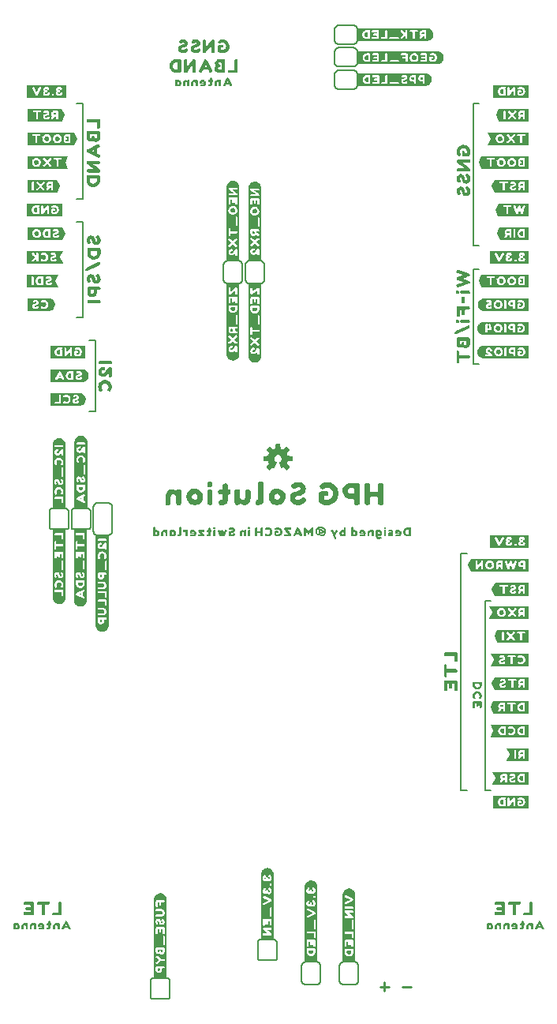
<source format=gbr>
G04 EAGLE Gerber RS-274X export*
G75*
%MOMM*%
%FSLAX34Y34*%
%LPD*%
%INSilkscreen Bottom*%
%IPPOS*%
%AMOC8*
5,1,8,0,0,1.08239X$1,22.5*%
G01*
%ADD10C,0.254000*%
%ADD11C,0.203200*%
%ADD12C,0.152400*%

G36*
X104210Y423614D02*
X104210Y423614D01*
X104213Y423611D01*
X104813Y423711D01*
X104816Y423715D01*
X104819Y423713D01*
X105519Y423913D01*
X105520Y423914D01*
X105521Y423913D01*
X106121Y424113D01*
X106124Y424118D01*
X106127Y424116D01*
X106727Y424416D01*
X106729Y424420D01*
X106732Y424419D01*
X107932Y425219D01*
X107933Y425222D01*
X107936Y425222D01*
X108436Y425622D01*
X108438Y425629D01*
X108443Y425629D01*
X108843Y426129D01*
X108844Y426133D01*
X108846Y426133D01*
X109246Y426733D01*
X109246Y426737D01*
X109249Y426738D01*
X109849Y427938D01*
X109848Y427943D01*
X109852Y427944D01*
X110052Y428544D01*
X110051Y428546D01*
X110052Y428546D01*
X110088Y428670D01*
X110102Y428719D01*
X110144Y428867D01*
X110186Y429015D01*
X110200Y429064D01*
X110242Y429212D01*
X110243Y429212D01*
X110242Y429212D01*
X110252Y429246D01*
X110251Y429251D01*
X110254Y429253D01*
X110354Y429953D01*
X110351Y429958D01*
X110354Y429960D01*
X110354Y527460D01*
X110318Y527507D01*
X110311Y527502D01*
X110305Y527509D01*
X96705Y527509D01*
X96658Y527473D01*
X96663Y527466D01*
X96656Y527460D01*
X96656Y429960D01*
X96659Y429956D01*
X96656Y429953D01*
X96756Y429253D01*
X96760Y429249D01*
X96758Y429246D01*
X96958Y428546D01*
X96959Y428545D01*
X96958Y428544D01*
X97158Y427944D01*
X97163Y427941D01*
X97161Y427938D01*
X97761Y426738D01*
X97765Y426736D01*
X97764Y426733D01*
X98164Y426133D01*
X98167Y426132D01*
X98167Y426129D01*
X98567Y425629D01*
X98574Y425627D01*
X98574Y425622D01*
X99074Y425222D01*
X99078Y425221D01*
X99078Y425219D01*
X99676Y424820D01*
X100174Y424422D01*
X100184Y424421D01*
X100186Y424415D01*
X100886Y424115D01*
X100889Y424116D01*
X100889Y424113D01*
X102089Y423713D01*
X102096Y423715D01*
X102098Y423711D01*
X102798Y423611D01*
X102803Y423614D01*
X102805Y423611D01*
X104205Y423611D01*
X104210Y423614D01*
G37*
G36*
X463380Y1032649D02*
X463380Y1032649D01*
X463383Y1032646D01*
X463983Y1032746D01*
X464682Y1032846D01*
X464686Y1032850D01*
X464689Y1032848D01*
X465389Y1033048D01*
X465390Y1033049D01*
X465391Y1033048D01*
X465991Y1033248D01*
X465994Y1033253D01*
X465997Y1033251D01*
X466597Y1033551D01*
X466599Y1033555D01*
X466602Y1033554D01*
X467202Y1033954D01*
X467203Y1033957D01*
X467206Y1033957D01*
X467706Y1034357D01*
X467707Y1034361D01*
X467710Y1034360D01*
X468210Y1034860D01*
X468210Y1034864D01*
X468213Y1034864D01*
X468613Y1035364D01*
X468614Y1035368D01*
X468616Y1035368D01*
X469016Y1035968D01*
X469016Y1035972D01*
X469019Y1035973D01*
X469619Y1037173D01*
X469618Y1037178D01*
X469622Y1037179D01*
X469822Y1037779D01*
X469820Y1037786D01*
X469824Y1037788D01*
X470024Y1039188D01*
X470021Y1039193D01*
X470024Y1039195D01*
X470024Y1039795D01*
X470021Y1039799D01*
X470024Y1039802D01*
X469824Y1041202D01*
X469819Y1041207D01*
X469822Y1041211D01*
X469622Y1041811D01*
X469619Y1041812D01*
X469620Y1041814D01*
X469320Y1042514D01*
X469316Y1042517D01*
X469317Y1042520D01*
X469017Y1043020D01*
X469016Y1043021D01*
X469016Y1043022D01*
X468616Y1043622D01*
X468613Y1043623D01*
X468613Y1043626D01*
X468213Y1044126D01*
X468209Y1044127D01*
X468210Y1044130D01*
X467710Y1044630D01*
X467703Y1044631D01*
X467702Y1044636D01*
X467104Y1045035D01*
X466606Y1045433D01*
X466598Y1045434D01*
X466597Y1045439D01*
X465997Y1045739D01*
X465990Y1045738D01*
X465989Y1045742D01*
X465290Y1045942D01*
X464691Y1046142D01*
X464686Y1046140D01*
X464684Y1046140D01*
X464682Y1046144D01*
X463983Y1046244D01*
X463383Y1046344D01*
X463378Y1046341D01*
X463375Y1046344D01*
X378575Y1046344D01*
X378570Y1046341D01*
X378567Y1046344D01*
X377967Y1046244D01*
X377930Y1046205D01*
X377928Y1046203D01*
X377928Y1046202D01*
X377926Y1046200D01*
X377929Y1046198D01*
X377926Y1046195D01*
X377926Y1033295D01*
X377929Y1033290D01*
X377926Y1033287D01*
X378026Y1032687D01*
X378070Y1032646D01*
X378073Y1032649D01*
X378075Y1032646D01*
X463375Y1032646D01*
X463380Y1032649D01*
G37*
G36*
X172153Y52984D02*
X172153Y52984D01*
X172165Y52981D01*
X172565Y53281D01*
X172569Y53297D01*
X172576Y53302D01*
X172572Y53308D01*
X172574Y53312D01*
X172584Y53320D01*
X172584Y136520D01*
X172581Y136524D01*
X172584Y136527D01*
X172484Y137223D01*
X172484Y137920D01*
X172477Y137929D01*
X172482Y137936D01*
X172282Y138535D01*
X172082Y139234D01*
X172077Y139238D01*
X172079Y139242D01*
X171779Y139842D01*
X171775Y139844D01*
X171776Y139847D01*
X171376Y140447D01*
X171373Y140448D01*
X171373Y140451D01*
X170573Y141451D01*
X170569Y141452D01*
X170570Y141455D01*
X170070Y141955D01*
X170063Y141956D01*
X170062Y141961D01*
X169462Y142361D01*
X169461Y142361D01*
X169460Y142362D01*
X168960Y142662D01*
X168955Y142662D01*
X168954Y142665D01*
X168254Y142965D01*
X168251Y142965D01*
X168251Y142967D01*
X167651Y143167D01*
X167649Y143166D01*
X167649Y143167D01*
X166949Y143367D01*
X166945Y143366D01*
X166943Y143369D01*
X166343Y143469D01*
X166338Y143466D01*
X166335Y143469D01*
X164935Y143469D01*
X164926Y143462D01*
X164919Y143467D01*
X164324Y143268D01*
X163628Y143169D01*
X163620Y143161D01*
X163613Y143164D01*
X161813Y142264D01*
X161808Y142254D01*
X161800Y142255D01*
X161302Y141757D01*
X160804Y141358D01*
X160803Y141354D01*
X160800Y141355D01*
X160300Y140855D01*
X160299Y140848D01*
X160294Y140847D01*
X159894Y140247D01*
X159894Y140243D01*
X159891Y140242D01*
X159591Y139642D01*
X159592Y139637D01*
X159588Y139636D01*
X159389Y139038D01*
X159090Y138339D01*
X159091Y138336D01*
X159088Y138334D01*
X159091Y138330D01*
X159086Y138328D01*
X158986Y137728D01*
X158987Y137727D01*
X158986Y137727D01*
X158886Y137027D01*
X158889Y137022D01*
X158886Y137020D01*
X158886Y53420D01*
X158899Y53402D01*
X158896Y53390D01*
X159196Y52990D01*
X159227Y52982D01*
X159235Y52971D01*
X172135Y52971D01*
X172153Y52984D01*
G37*
G36*
X334507Y71082D02*
X334507Y71082D01*
X334502Y71089D01*
X334509Y71095D01*
X334509Y150295D01*
X334506Y150299D01*
X334509Y150302D01*
X334309Y151702D01*
X334308Y151703D01*
X334309Y151703D01*
X334209Y152303D01*
X334202Y152309D01*
X334205Y152314D01*
X333905Y153014D01*
X333903Y153016D01*
X333904Y153017D01*
X333604Y153617D01*
X333601Y153618D01*
X333602Y153620D01*
X333302Y154120D01*
X333301Y154121D01*
X333301Y154122D01*
X332901Y154722D01*
X332894Y154725D01*
X332895Y154730D01*
X332395Y155230D01*
X332391Y155230D01*
X332391Y155233D01*
X331891Y155633D01*
X331887Y155634D01*
X331887Y155636D01*
X331287Y156036D01*
X331286Y156036D01*
X331285Y156037D01*
X330785Y156337D01*
X330780Y156337D01*
X330779Y156340D01*
X330079Y156640D01*
X330076Y156640D01*
X330076Y156642D01*
X329476Y156842D01*
X329474Y156841D01*
X329474Y156842D01*
X328774Y157042D01*
X328770Y157041D01*
X328768Y157044D01*
X328168Y157144D01*
X328163Y157141D01*
X328160Y157144D01*
X327460Y157144D01*
X327456Y157141D01*
X327453Y157144D01*
X326053Y156944D01*
X326048Y156939D01*
X326044Y156942D01*
X325444Y156742D01*
X325441Y156737D01*
X325438Y156739D01*
X323638Y155839D01*
X323633Y155829D01*
X323625Y155830D01*
X323127Y155332D01*
X322629Y154933D01*
X322627Y154923D01*
X322619Y154922D01*
X322220Y154324D01*
X321822Y153826D01*
X321821Y153818D01*
X321816Y153817D01*
X321216Y152617D01*
X321217Y152610D01*
X321213Y152609D01*
X321201Y152568D01*
X321159Y152420D01*
X321145Y152371D01*
X321103Y152223D01*
X321060Y152075D01*
X321046Y152026D01*
X321013Y151909D01*
X321015Y151904D01*
X321011Y151902D01*
X320911Y151203D01*
X320811Y150603D01*
X320814Y150599D01*
X320813Y150598D01*
X320813Y150597D01*
X320811Y150595D01*
X320811Y71095D01*
X320847Y71048D01*
X320854Y71053D01*
X320860Y71046D01*
X334460Y71046D01*
X334507Y71082D01*
G37*
G36*
X250366Y821835D02*
X250366Y821835D01*
X250379Y821835D01*
X250679Y822235D01*
X250679Y822243D01*
X250683Y822246D01*
X250679Y822250D01*
X250679Y822257D01*
X250689Y822265D01*
X250689Y900865D01*
X250686Y900870D01*
X250689Y900873D01*
X250589Y901473D01*
X250489Y902172D01*
X250484Y902177D01*
X250487Y902181D01*
X250287Y902780D01*
X250087Y903479D01*
X250082Y903483D01*
X250084Y903487D01*
X249784Y904087D01*
X249780Y904089D01*
X249781Y904092D01*
X249381Y904692D01*
X249378Y904693D01*
X249378Y904696D01*
X248978Y905196D01*
X248974Y905197D01*
X248975Y905200D01*
X248475Y905700D01*
X248471Y905700D01*
X248471Y905703D01*
X247471Y906503D01*
X247463Y906504D01*
X247462Y906509D01*
X246862Y906809D01*
X246860Y906809D01*
X246859Y906810D01*
X246159Y907110D01*
X246156Y907110D01*
X246156Y907112D01*
X245556Y907312D01*
X245549Y907310D01*
X245547Y907314D01*
X244848Y907414D01*
X244248Y907514D01*
X244243Y907511D01*
X244240Y907514D01*
X243540Y907514D01*
X243536Y907511D01*
X243533Y907514D01*
X242133Y907314D01*
X242128Y907309D01*
X242124Y907312D01*
X241524Y907112D01*
X241521Y907107D01*
X241518Y907109D01*
X240318Y906509D01*
X240316Y906505D01*
X240313Y906506D01*
X239713Y906106D01*
X239712Y906103D01*
X239709Y906103D01*
X239209Y905703D01*
X239208Y905699D01*
X239205Y905700D01*
X238705Y905200D01*
X238705Y905196D01*
X238702Y905196D01*
X238302Y904696D01*
X238301Y904692D01*
X238299Y904692D01*
X237899Y904092D01*
X237899Y904088D01*
X237896Y904087D01*
X237596Y903487D01*
X237597Y903482D01*
X237593Y903481D01*
X237393Y902881D01*
X237394Y902879D01*
X237393Y902879D01*
X237355Y902747D01*
X237313Y902599D01*
X237299Y902550D01*
X237257Y902402D01*
X237214Y902254D01*
X237200Y902205D01*
X237193Y902179D01*
X237194Y902175D01*
X237191Y902173D01*
X237091Y901573D01*
X237092Y901572D01*
X237091Y901572D01*
X236991Y900872D01*
X236994Y900867D01*
X236991Y900865D01*
X236991Y822165D01*
X237010Y822139D01*
X237010Y822126D01*
X237410Y821826D01*
X237432Y821826D01*
X237440Y821816D01*
X250340Y821816D01*
X250366Y821835D01*
G37*
G36*
X274182Y822652D02*
X274182Y822652D01*
X274177Y822659D01*
X274184Y822665D01*
X274184Y899865D01*
X274182Y899868D01*
X274184Y899871D01*
X274177Y899875D01*
X274148Y899912D01*
X274133Y899901D01*
X274124Y899906D01*
X274155Y899920D01*
X274184Y899973D01*
X274183Y899973D01*
X274184Y899973D01*
X274084Y900573D01*
X273984Y901272D01*
X273983Y901273D01*
X273984Y901273D01*
X273884Y901873D01*
X273877Y901879D01*
X273880Y901884D01*
X273580Y902584D01*
X273578Y902586D01*
X273579Y902587D01*
X272979Y903787D01*
X272972Y903790D01*
X272973Y903796D01*
X272573Y904296D01*
X272569Y904297D01*
X272570Y904300D01*
X272070Y904800D01*
X272066Y904800D01*
X272066Y904803D01*
X271566Y905203D01*
X271562Y905204D01*
X271562Y905206D01*
X270362Y906006D01*
X270353Y906005D01*
X270351Y906012D01*
X269151Y906412D01*
X269149Y906411D01*
X269149Y906412D01*
X268449Y906612D01*
X268444Y906611D01*
X268442Y906614D01*
X267742Y906714D01*
X267737Y906711D01*
X267735Y906714D01*
X267135Y906714D01*
X267131Y906711D01*
X267128Y906714D01*
X265728Y906514D01*
X265723Y906509D01*
X265719Y906512D01*
X264519Y906112D01*
X264514Y906104D01*
X264508Y906106D01*
X263910Y905708D01*
X263313Y905409D01*
X263308Y905399D01*
X263300Y905400D01*
X262802Y904902D01*
X262304Y904503D01*
X262302Y904493D01*
X262294Y904492D01*
X261895Y903894D01*
X261497Y903396D01*
X261496Y903388D01*
X261491Y903387D01*
X260891Y902187D01*
X260892Y902180D01*
X260888Y902179D01*
X260871Y902119D01*
X260828Y901971D01*
X260814Y901922D01*
X260772Y901774D01*
X260730Y901626D01*
X260716Y901577D01*
X260688Y901479D01*
X260688Y901478D01*
X260690Y901474D01*
X260686Y901472D01*
X260586Y900773D01*
X260486Y900173D01*
X260489Y900168D01*
X260486Y900165D01*
X260486Y822665D01*
X260522Y822618D01*
X260529Y822623D01*
X260535Y822616D01*
X274135Y822616D01*
X274182Y822652D01*
G37*
G36*
X267639Y712639D02*
X267639Y712639D01*
X267642Y712636D01*
X269042Y712836D01*
X269047Y712841D01*
X269051Y712838D01*
X269651Y713038D01*
X269654Y713043D01*
X269657Y713041D01*
X270857Y713641D01*
X270859Y713645D01*
X270862Y713644D01*
X271462Y714044D01*
X271463Y714047D01*
X271466Y714047D01*
X271966Y714447D01*
X271967Y714451D01*
X271970Y714450D01*
X272470Y714950D01*
X272470Y714954D01*
X272473Y714954D01*
X272873Y715454D01*
X272874Y715458D01*
X272876Y715458D01*
X273276Y716058D01*
X273276Y716062D01*
X273279Y716063D01*
X273579Y716663D01*
X273578Y716668D01*
X273582Y716669D01*
X273782Y717269D01*
X273781Y717271D01*
X273782Y717271D01*
X273819Y717400D01*
X273861Y717547D01*
X273875Y717597D01*
X273917Y717744D01*
X273918Y717744D01*
X273917Y717744D01*
X273960Y717892D01*
X273974Y717941D01*
X273982Y717971D01*
X273981Y717975D01*
X273984Y717977D01*
X274084Y718577D01*
X274083Y718578D01*
X274084Y718578D01*
X274184Y719278D01*
X274181Y719283D01*
X274184Y719285D01*
X274184Y796485D01*
X274148Y796532D01*
X274141Y796527D01*
X274135Y796534D01*
X260535Y796534D01*
X260488Y796498D01*
X260493Y796491D01*
X260486Y796485D01*
X260486Y719285D01*
X260489Y719281D01*
X260486Y719278D01*
X260586Y718578D01*
X260587Y718577D01*
X260586Y718577D01*
X260686Y717977D01*
X260690Y717974D01*
X260688Y717971D01*
X260888Y717271D01*
X260889Y717270D01*
X260888Y717269D01*
X261088Y716669D01*
X261093Y716666D01*
X261091Y716663D01*
X261391Y716063D01*
X261395Y716061D01*
X261394Y716058D01*
X261794Y715458D01*
X261797Y715457D01*
X261797Y715454D01*
X262197Y714954D01*
X262201Y714953D01*
X262200Y714950D01*
X262700Y714450D01*
X262704Y714450D01*
X262704Y714447D01*
X263204Y714047D01*
X263208Y714046D01*
X263208Y714044D01*
X263808Y713644D01*
X263812Y713644D01*
X263813Y713641D01*
X265013Y713041D01*
X265018Y713042D01*
X265019Y713038D01*
X265619Y712838D01*
X265626Y712840D01*
X265628Y712836D01*
X267028Y712636D01*
X267033Y712639D01*
X267035Y712636D01*
X267635Y712636D01*
X267639Y712639D01*
G37*
G36*
X80114Y450884D02*
X80114Y450884D01*
X80117Y450881D01*
X81517Y451081D01*
X81522Y451086D01*
X81526Y451083D01*
X82125Y451283D01*
X82824Y451483D01*
X82828Y451488D01*
X82832Y451486D01*
X83432Y451786D01*
X83435Y451793D01*
X83441Y451792D01*
X83939Y452190D01*
X84537Y452589D01*
X84541Y452599D01*
X84548Y452599D01*
X84947Y453097D01*
X85445Y453595D01*
X85445Y453599D01*
X85448Y453599D01*
X85848Y454099D01*
X85849Y454107D01*
X85854Y454108D01*
X86154Y454708D01*
X86154Y454710D01*
X86155Y454711D01*
X86455Y455411D01*
X86455Y455414D01*
X86457Y455414D01*
X86657Y456014D01*
X86655Y456021D01*
X86659Y456023D01*
X86759Y456722D01*
X86859Y457322D01*
X86856Y457327D01*
X86859Y457330D01*
X86859Y533330D01*
X86846Y533348D01*
X86849Y533360D01*
X86549Y533760D01*
X86518Y533769D01*
X86510Y533779D01*
X73610Y533779D01*
X73596Y533769D01*
X73592Y533766D01*
X73580Y533769D01*
X73180Y533469D01*
X73174Y533445D01*
X73163Y533437D01*
X73165Y533433D01*
X73161Y533430D01*
X73161Y457830D01*
X73164Y457826D01*
X73161Y457823D01*
X73261Y457127D01*
X73261Y456430D01*
X73268Y456421D01*
X73263Y456414D01*
X73463Y455815D01*
X73663Y455116D01*
X73668Y455112D01*
X73666Y455108D01*
X73966Y454508D01*
X73970Y454506D01*
X73969Y454503D01*
X74369Y453903D01*
X74372Y453902D01*
X74372Y453899D01*
X75172Y452899D01*
X75176Y452898D01*
X75175Y452895D01*
X75675Y452395D01*
X75682Y452394D01*
X75683Y452389D01*
X76283Y451989D01*
X76287Y451989D01*
X76288Y451986D01*
X77488Y451386D01*
X77493Y451387D01*
X77494Y451383D01*
X78094Y451183D01*
X78096Y451184D01*
X78096Y451183D01*
X78796Y450983D01*
X78800Y450984D01*
X78802Y450981D01*
X79402Y450881D01*
X79407Y450884D01*
X79410Y450881D01*
X80110Y450881D01*
X80114Y450884D01*
G37*
G36*
X244444Y714709D02*
X244444Y714709D01*
X244447Y714706D01*
X245147Y714806D01*
X245151Y714810D01*
X245154Y714808D01*
X245854Y715008D01*
X245855Y715009D01*
X245856Y715008D01*
X246456Y715208D01*
X246459Y715213D01*
X246462Y715211D01*
X247662Y715811D01*
X247667Y715821D01*
X247675Y715820D01*
X248173Y716318D01*
X248671Y716717D01*
X248672Y716721D01*
X248675Y716720D01*
X249175Y717220D01*
X249176Y717227D01*
X249181Y717228D01*
X249581Y717828D01*
X249581Y717832D01*
X249584Y717833D01*
X250184Y719033D01*
X250183Y719038D01*
X250187Y719039D01*
X250387Y719639D01*
X250386Y719641D01*
X250387Y719641D01*
X250423Y719765D01*
X250437Y719814D01*
X250479Y719962D01*
X250521Y720110D01*
X250535Y720159D01*
X250577Y720307D01*
X250578Y720307D01*
X250577Y720307D01*
X250587Y720341D01*
X250586Y720345D01*
X250589Y720347D01*
X250689Y720947D01*
X250686Y720952D01*
X250689Y720955D01*
X250689Y796855D01*
X250653Y796902D01*
X250650Y796900D01*
X250648Y796904D01*
X250048Y797004D01*
X250046Y797003D01*
X250041Y797003D01*
X250040Y797004D01*
X237140Y797004D01*
X237093Y796968D01*
X237093Y796967D01*
X237092Y796967D01*
X237094Y796964D01*
X237091Y796963D01*
X236991Y796363D01*
X236994Y796358D01*
X236991Y796355D01*
X236991Y721055D01*
X236994Y721050D01*
X236991Y721047D01*
X237091Y720447D01*
X237095Y720444D01*
X237093Y720441D01*
X237293Y719741D01*
X237294Y719740D01*
X237293Y719739D01*
X237493Y719140D01*
X237693Y718441D01*
X237702Y718435D01*
X237699Y718428D01*
X238099Y717828D01*
X238102Y717827D01*
X238102Y717824D01*
X238902Y716824D01*
X238906Y716823D01*
X238905Y716820D01*
X239405Y716320D01*
X239409Y716320D01*
X239409Y716317D01*
X239909Y715917D01*
X239913Y715916D01*
X239913Y715914D01*
X240513Y715514D01*
X240517Y715514D01*
X240518Y715511D01*
X241118Y715211D01*
X241125Y715212D01*
X241126Y715208D01*
X241825Y715008D01*
X242424Y714808D01*
X242431Y714810D01*
X242433Y714806D01*
X243133Y714706D01*
X243138Y714709D01*
X243140Y714706D01*
X244440Y714706D01*
X244444Y714709D01*
G37*
G36*
X452464Y1057414D02*
X452464Y1057414D01*
X452467Y1057411D01*
X453167Y1057511D01*
X453171Y1057515D01*
X453174Y1057513D01*
X453874Y1057713D01*
X453875Y1057714D01*
X453876Y1057713D01*
X454476Y1057913D01*
X454479Y1057918D01*
X454482Y1057916D01*
X455682Y1058516D01*
X455684Y1058520D01*
X455687Y1058519D01*
X456287Y1058919D01*
X456288Y1058922D01*
X456291Y1058922D01*
X456791Y1059322D01*
X456793Y1059329D01*
X456798Y1059329D01*
X457198Y1059829D01*
X457199Y1059833D01*
X457201Y1059833D01*
X458001Y1061033D01*
X458001Y1061037D01*
X458004Y1061038D01*
X458304Y1061638D01*
X458303Y1061643D01*
X458307Y1061644D01*
X458507Y1062244D01*
X458506Y1062246D01*
X458507Y1062246D01*
X458515Y1062273D01*
X458557Y1062421D01*
X458571Y1062470D01*
X458613Y1062618D01*
X458614Y1062618D01*
X458613Y1062618D01*
X458656Y1062766D01*
X458670Y1062815D01*
X458707Y1062946D01*
X458706Y1062950D01*
X458709Y1062952D01*
X458809Y1063552D01*
X458806Y1063557D01*
X458809Y1063560D01*
X458809Y1064960D01*
X458806Y1064964D01*
X458809Y1064967D01*
X458709Y1065667D01*
X458704Y1065672D01*
X458707Y1065676D01*
X458307Y1066876D01*
X458304Y1066877D01*
X458305Y1066879D01*
X458005Y1067579D01*
X457997Y1067584D01*
X457998Y1067591D01*
X457600Y1068089D01*
X457201Y1068687D01*
X457198Y1068688D01*
X457198Y1068691D01*
X456798Y1069191D01*
X456791Y1069193D01*
X456791Y1069198D01*
X456291Y1069598D01*
X456287Y1069599D01*
X456287Y1069601D01*
X455687Y1070001D01*
X455683Y1070001D01*
X455682Y1070004D01*
X454482Y1070604D01*
X454477Y1070603D01*
X454476Y1070607D01*
X453876Y1070807D01*
X453874Y1070806D01*
X453874Y1070807D01*
X453174Y1071007D01*
X453169Y1071006D01*
X453167Y1071009D01*
X452467Y1071109D01*
X452462Y1071106D01*
X452460Y1071109D01*
X452060Y1071109D01*
X452020Y1071079D01*
X452014Y1071077D01*
X452004Y1071051D01*
X451988Y1071101D01*
X451971Y1071095D01*
X451960Y1071109D01*
X378160Y1071109D01*
X378151Y1071102D01*
X378142Y1071096D01*
X378130Y1071099D01*
X377730Y1070799D01*
X377725Y1070780D01*
X377713Y1070771D01*
X377717Y1070765D01*
X377711Y1070760D01*
X377711Y1057960D01*
X377719Y1057949D01*
X377714Y1057942D01*
X377914Y1057442D01*
X377955Y1057417D01*
X377960Y1057411D01*
X452460Y1057411D01*
X452464Y1057414D01*
G37*
G36*
X58757Y453751D02*
X58757Y453751D01*
X58762Y453756D01*
X58766Y453753D01*
X59366Y453953D01*
X59369Y453958D01*
X59372Y453956D01*
X61172Y454856D01*
X61177Y454866D01*
X61185Y454865D01*
X62185Y455865D01*
X62185Y455869D01*
X62188Y455869D01*
X62988Y456869D01*
X62989Y456877D01*
X62994Y456878D01*
X63294Y457478D01*
X63294Y457480D01*
X63295Y457481D01*
X63595Y458181D01*
X63595Y458184D01*
X63597Y458184D01*
X63797Y458784D01*
X63795Y458791D01*
X63799Y458793D01*
X63899Y459492D01*
X63999Y460092D01*
X63996Y460097D01*
X63999Y460100D01*
X63999Y533300D01*
X63980Y533326D01*
X63980Y533339D01*
X63580Y533639D01*
X63558Y533639D01*
X63550Y533649D01*
X50650Y533649D01*
X50620Y533627D01*
X50608Y533625D01*
X50308Y533125D01*
X50310Y533108D01*
X50303Y533103D01*
X50303Y533102D01*
X50301Y533100D01*
X50301Y460400D01*
X50304Y460396D01*
X50301Y460393D01*
X50401Y459693D01*
X50402Y459692D01*
X50401Y459692D01*
X50501Y459092D01*
X50601Y458393D01*
X50609Y458385D01*
X50606Y458378D01*
X51506Y456578D01*
X51510Y456576D01*
X51509Y456573D01*
X51909Y455973D01*
X51919Y455969D01*
X51919Y455962D01*
X52417Y455563D01*
X52915Y455065D01*
X52922Y455064D01*
X52923Y455059D01*
X53523Y454659D01*
X53525Y454659D01*
X53525Y454658D01*
X54025Y454358D01*
X54030Y454358D01*
X54031Y454355D01*
X54731Y454055D01*
X54734Y454056D01*
X54734Y454053D01*
X55334Y453853D01*
X55336Y453854D01*
X55336Y453853D01*
X56036Y453653D01*
X56046Y453656D01*
X56050Y453651D01*
X56647Y453651D01*
X57343Y453551D01*
X57352Y453556D01*
X57357Y453551D01*
X58757Y453751D01*
G37*
G36*
X450229Y1009154D02*
X450229Y1009154D01*
X450232Y1009151D01*
X451632Y1009351D01*
X451633Y1009352D01*
X451633Y1009351D01*
X452233Y1009451D01*
X452236Y1009455D01*
X452239Y1009453D01*
X452939Y1009653D01*
X452943Y1009658D01*
X452947Y1009656D01*
X453547Y1009956D01*
X453550Y1009963D01*
X453556Y1009962D01*
X454054Y1010360D01*
X454652Y1010759D01*
X454653Y1010762D01*
X454656Y1010762D01*
X455156Y1011162D01*
X455158Y1011169D01*
X455163Y1011169D01*
X455563Y1011669D01*
X455564Y1011673D01*
X455566Y1011673D01*
X456366Y1012873D01*
X456366Y1012877D01*
X456369Y1012878D01*
X456669Y1013478D01*
X456668Y1013483D01*
X456672Y1013484D01*
X456872Y1014084D01*
X456870Y1014091D01*
X456874Y1014093D01*
X457074Y1015493D01*
X457071Y1015498D01*
X457074Y1015500D01*
X457074Y1016800D01*
X457071Y1016804D01*
X457074Y1016807D01*
X456974Y1017507D01*
X456969Y1017512D01*
X456972Y1017516D01*
X456772Y1018115D01*
X456572Y1018814D01*
X456567Y1018818D01*
X456569Y1018822D01*
X456269Y1019422D01*
X456262Y1019425D01*
X456263Y1019431D01*
X455865Y1019929D01*
X455466Y1020527D01*
X455459Y1020530D01*
X455460Y1020535D01*
X454960Y1021035D01*
X454956Y1021035D01*
X454956Y1021038D01*
X454456Y1021438D01*
X454452Y1021439D01*
X454452Y1021441D01*
X453852Y1021841D01*
X453848Y1021841D01*
X453847Y1021844D01*
X452647Y1022444D01*
X452642Y1022443D01*
X452641Y1022447D01*
X452041Y1022647D01*
X452036Y1022645D01*
X452034Y1022645D01*
X452032Y1022649D01*
X450632Y1022849D01*
X450627Y1022846D01*
X450625Y1022849D01*
X378525Y1022849D01*
X378516Y1022842D01*
X378507Y1022836D01*
X378495Y1022839D01*
X378095Y1022539D01*
X378090Y1022520D01*
X378078Y1022511D01*
X378082Y1022505D01*
X378076Y1022500D01*
X378076Y1009600D01*
X378089Y1009582D01*
X378086Y1009570D01*
X378386Y1009170D01*
X378417Y1009162D01*
X378425Y1009151D01*
X450225Y1009151D01*
X450229Y1009154D01*
G37*
G36*
X374718Y70814D02*
X374718Y70814D01*
X374730Y70811D01*
X375130Y71111D01*
X375134Y71127D01*
X375141Y71132D01*
X375137Y71138D01*
X375139Y71142D01*
X375149Y71150D01*
X375149Y142250D01*
X375146Y142255D01*
X375149Y142258D01*
X375049Y142858D01*
X375045Y142861D01*
X375047Y142864D01*
X374847Y143564D01*
X374846Y143565D01*
X374847Y143566D01*
X374647Y144166D01*
X374644Y144167D01*
X374645Y144169D01*
X374345Y144869D01*
X374341Y144872D01*
X374342Y144875D01*
X374042Y145375D01*
X374041Y145376D01*
X374041Y145377D01*
X373641Y145977D01*
X373634Y145980D01*
X373635Y145985D01*
X373135Y146485D01*
X373131Y146485D01*
X373131Y146488D01*
X372633Y146887D01*
X372135Y147385D01*
X372123Y147386D01*
X372122Y147394D01*
X370922Y147994D01*
X370915Y147993D01*
X370914Y147997D01*
X370215Y148197D01*
X369616Y148397D01*
X369609Y148395D01*
X369607Y148399D01*
X368907Y148499D01*
X368902Y148496D01*
X368900Y148499D01*
X367600Y148499D01*
X367596Y148496D01*
X367593Y148499D01*
X366893Y148399D01*
X366889Y148395D01*
X366886Y148397D01*
X366186Y148197D01*
X366182Y148192D01*
X366178Y148194D01*
X364378Y147294D01*
X364375Y147287D01*
X364369Y147288D01*
X363869Y146888D01*
X363868Y146884D01*
X363865Y146885D01*
X363365Y146385D01*
X363365Y146381D01*
X363362Y146381D01*
X362962Y145881D01*
X362961Y145877D01*
X362959Y145877D01*
X362560Y145279D01*
X362162Y144781D01*
X362161Y144767D01*
X362153Y144764D01*
X362117Y144640D01*
X362103Y144591D01*
X362061Y144443D01*
X362019Y144295D01*
X362005Y144246D01*
X361963Y144098D01*
X361953Y144065D01*
X361753Y143466D01*
X361754Y143464D01*
X361753Y143464D01*
X361751Y143458D01*
X361709Y143310D01*
X361695Y143261D01*
X361653Y143113D01*
X361610Y142965D01*
X361596Y142916D01*
X361554Y142768D01*
X361553Y142764D01*
X361554Y142760D01*
X361551Y142758D01*
X361451Y142158D01*
X361454Y142153D01*
X361451Y142150D01*
X361451Y71250D01*
X361464Y71232D01*
X361461Y71220D01*
X361761Y70820D01*
X361792Y70812D01*
X361800Y70801D01*
X374700Y70801D01*
X374718Y70814D01*
G37*
G36*
X87392Y556712D02*
X87392Y556712D01*
X87390Y556715D01*
X87394Y556717D01*
X87494Y557317D01*
X87491Y557322D01*
X87494Y557325D01*
X87494Y627825D01*
X87491Y627829D01*
X87494Y627832D01*
X87394Y628532D01*
X87389Y628537D01*
X87392Y628541D01*
X87192Y629140D01*
X86992Y629839D01*
X86987Y629843D01*
X86989Y629847D01*
X86389Y631047D01*
X86382Y631050D01*
X86383Y631056D01*
X85983Y631556D01*
X85979Y631557D01*
X85980Y631560D01*
X84980Y632560D01*
X84976Y632560D01*
X84976Y632563D01*
X84476Y632963D01*
X84472Y632964D01*
X84472Y632966D01*
X83872Y633366D01*
X83868Y633366D01*
X83867Y633369D01*
X83267Y633669D01*
X83262Y633668D01*
X83261Y633672D01*
X82661Y633872D01*
X82654Y633870D01*
X82652Y633874D01*
X81952Y633974D01*
X81253Y634074D01*
X80653Y634174D01*
X80643Y634168D01*
X80638Y634174D01*
X79238Y633974D01*
X79237Y633973D01*
X79237Y633974D01*
X78637Y633874D01*
X78631Y633867D01*
X78626Y633870D01*
X77926Y633570D01*
X77924Y633568D01*
X77923Y633569D01*
X76723Y632969D01*
X76718Y632959D01*
X76710Y632960D01*
X76212Y632462D01*
X75714Y632063D01*
X75712Y632056D01*
X75707Y632056D01*
X75307Y631556D01*
X75306Y631552D01*
X75304Y631552D01*
X74504Y630352D01*
X74505Y630343D01*
X74498Y630341D01*
X74098Y629141D01*
X74099Y629139D01*
X74098Y629139D01*
X74083Y629087D01*
X74069Y629037D01*
X74027Y628890D01*
X73984Y628742D01*
X73970Y628693D01*
X73928Y628545D01*
X73898Y628439D01*
X73900Y628434D01*
X73896Y628432D01*
X73796Y627732D01*
X73799Y627727D01*
X73796Y627725D01*
X73796Y556825D01*
X73832Y556778D01*
X73835Y556780D01*
X73837Y556776D01*
X74437Y556676D01*
X74442Y556679D01*
X74445Y556676D01*
X87345Y556676D01*
X87392Y556712D01*
G37*
G36*
X287417Y93262D02*
X287417Y93262D01*
X287415Y93265D01*
X287419Y93267D01*
X287519Y93867D01*
X287516Y93872D01*
X287519Y93875D01*
X287519Y163575D01*
X287516Y163579D01*
X287519Y163582D01*
X287419Y164278D01*
X287419Y164975D01*
X287412Y164984D01*
X287417Y164991D01*
X287217Y165590D01*
X287017Y166289D01*
X287012Y166293D01*
X287014Y166297D01*
X286714Y166897D01*
X286710Y166899D01*
X286711Y166902D01*
X286311Y167502D01*
X286308Y167503D01*
X286308Y167506D01*
X285508Y168506D01*
X285504Y168507D01*
X285505Y168510D01*
X285005Y169010D01*
X284998Y169011D01*
X284997Y169016D01*
X284397Y169416D01*
X284396Y169416D01*
X284395Y169417D01*
X283895Y169717D01*
X283890Y169717D01*
X283889Y169720D01*
X283189Y170020D01*
X283186Y170020D01*
X283186Y170022D01*
X282586Y170222D01*
X282584Y170221D01*
X282584Y170222D01*
X281884Y170422D01*
X281880Y170421D01*
X281878Y170424D01*
X281278Y170524D01*
X281273Y170521D01*
X281270Y170524D01*
X279870Y170524D01*
X279861Y170517D01*
X279854Y170522D01*
X279259Y170323D01*
X278563Y170224D01*
X278555Y170216D01*
X278548Y170219D01*
X276748Y169319D01*
X276743Y169309D01*
X276735Y169310D01*
X276237Y168812D01*
X275739Y168413D01*
X275738Y168409D01*
X275735Y168410D01*
X275235Y167910D01*
X275234Y167903D01*
X275229Y167902D01*
X274829Y167302D01*
X274829Y167298D01*
X274826Y167297D01*
X274526Y166697D01*
X274527Y166692D01*
X274523Y166691D01*
X274324Y166093D01*
X274025Y165394D01*
X274025Y165392D01*
X274023Y165390D01*
X274027Y165386D01*
X274021Y165383D01*
X273921Y164783D01*
X273922Y164782D01*
X273921Y164782D01*
X273821Y164082D01*
X273824Y164077D01*
X273821Y164075D01*
X273821Y93275D01*
X273857Y93228D01*
X273864Y93233D01*
X273870Y93226D01*
X287370Y93226D01*
X287417Y93262D01*
G37*
G36*
X63950Y556906D02*
X63950Y556906D01*
X63998Y556942D01*
X63992Y556949D01*
X63999Y556955D01*
X63999Y624655D01*
X63996Y624659D01*
X63999Y624662D01*
X63899Y625362D01*
X63898Y625363D01*
X63899Y625363D01*
X63799Y625963D01*
X63699Y626662D01*
X63691Y626670D01*
X63694Y626677D01*
X62794Y628477D01*
X62790Y628479D01*
X62791Y628482D01*
X62391Y629082D01*
X62381Y629086D01*
X62381Y629093D01*
X61883Y629492D01*
X61385Y629990D01*
X61378Y629991D01*
X61377Y629996D01*
X60777Y630396D01*
X60776Y630396D01*
X60775Y630397D01*
X60275Y630697D01*
X60270Y630697D01*
X60269Y630700D01*
X59569Y631000D01*
X59566Y631000D01*
X59566Y631002D01*
X58966Y631202D01*
X58964Y631201D01*
X58964Y631202D01*
X58264Y631402D01*
X58254Y631399D01*
X58250Y631404D01*
X56250Y631404D01*
X56246Y631401D01*
X56243Y631404D01*
X55543Y631304D01*
X55538Y631299D01*
X55534Y631302D01*
X54934Y631102D01*
X54931Y631097D01*
X54928Y631099D01*
X53728Y630499D01*
X53726Y630495D01*
X53723Y630496D01*
X53123Y630096D01*
X53122Y630093D01*
X53119Y630093D01*
X52619Y629693D01*
X52618Y629689D01*
X52615Y629690D01*
X52115Y629190D01*
X52115Y629186D01*
X52112Y629186D01*
X51712Y628686D01*
X51711Y628682D01*
X51709Y628682D01*
X51309Y628082D01*
X51309Y628078D01*
X51306Y628077D01*
X50706Y626877D01*
X50707Y626872D01*
X50703Y626871D01*
X50503Y626271D01*
X50505Y626264D01*
X50501Y626262D01*
X50301Y624862D01*
X50304Y624857D01*
X50301Y624855D01*
X50301Y556855D01*
X50337Y556808D01*
X50344Y556813D01*
X50350Y556806D01*
X63950Y556906D01*
G37*
G36*
X560730Y488454D02*
X560730Y488454D01*
X560733Y488451D01*
X561333Y488551D01*
X561374Y488595D01*
X561371Y488598D01*
X561374Y488600D01*
X561374Y501500D01*
X561371Y501505D01*
X561374Y501508D01*
X561274Y502108D01*
X561230Y502149D01*
X561228Y502146D01*
X561225Y502149D01*
X499625Y502149D01*
X499616Y502142D01*
X499613Y502142D01*
X499607Y502146D01*
X499107Y501946D01*
X499094Y501925D01*
X499081Y501923D01*
X495981Y495923D01*
X495982Y495917D01*
X495978Y495916D01*
X495778Y495316D01*
X495780Y495310D01*
X495779Y495310D01*
X495781Y495308D01*
X495787Y495290D01*
X495781Y495278D01*
X499081Y488578D01*
X499111Y488563D01*
X499117Y488551D01*
X499717Y488451D01*
X499722Y488454D01*
X499725Y488451D01*
X560725Y488451D01*
X560730Y488454D01*
G37*
G36*
X560913Y717064D02*
X560913Y717064D01*
X560925Y717061D01*
X561325Y717361D01*
X561329Y717377D01*
X561336Y717382D01*
X561332Y717388D01*
X561334Y717392D01*
X561344Y717400D01*
X561344Y730300D01*
X561331Y730318D01*
X561334Y730330D01*
X561034Y730730D01*
X561003Y730739D01*
X560995Y730749D01*
X512595Y730749D01*
X512591Y730746D01*
X512588Y730749D01*
X511188Y730549D01*
X511185Y730545D01*
X511183Y730545D01*
X511182Y730545D01*
X511179Y730547D01*
X510579Y730347D01*
X510576Y730342D01*
X510573Y730344D01*
X509373Y729744D01*
X509371Y729740D01*
X509368Y729741D01*
X508768Y729341D01*
X508767Y729338D01*
X508764Y729338D01*
X508264Y728938D01*
X508263Y728934D01*
X508260Y728935D01*
X507760Y728435D01*
X507760Y728431D01*
X507757Y728431D01*
X507357Y727931D01*
X507356Y727927D01*
X507354Y727927D01*
X506954Y727327D01*
X506954Y727323D01*
X506951Y727322D01*
X506651Y726722D01*
X506652Y726719D01*
X506649Y726717D01*
X506650Y726716D01*
X506648Y726716D01*
X506448Y726116D01*
X506449Y726114D01*
X506448Y726114D01*
X506409Y725978D01*
X506367Y725831D01*
X506353Y725781D01*
X506311Y725634D01*
X506268Y725486D01*
X506254Y725437D01*
X506248Y725414D01*
X506249Y725410D01*
X506246Y725408D01*
X506146Y724808D01*
X506147Y724807D01*
X506146Y724807D01*
X506046Y724107D01*
X506049Y724102D01*
X506046Y724100D01*
X506046Y723400D01*
X506049Y723396D01*
X506046Y723393D01*
X506146Y722693D01*
X506147Y722692D01*
X506146Y722692D01*
X506246Y722092D01*
X506253Y722086D01*
X506250Y722081D01*
X506549Y721382D01*
X506748Y720784D01*
X506756Y720779D01*
X506754Y720773D01*
X507154Y720173D01*
X507157Y720172D01*
X507157Y720169D01*
X507957Y719169D01*
X507961Y719168D01*
X507960Y719165D01*
X508460Y718665D01*
X508467Y718664D01*
X508468Y718659D01*
X509068Y718259D01*
X509070Y718259D01*
X509070Y718258D01*
X509570Y717958D01*
X509573Y717958D01*
X509573Y717956D01*
X510173Y717656D01*
X510175Y717656D01*
X510176Y717655D01*
X510876Y717355D01*
X510884Y717357D01*
X510887Y717351D01*
X511487Y717251D01*
X511488Y717252D01*
X511488Y717251D01*
X512888Y717051D01*
X512893Y717054D01*
X512895Y717051D01*
X560895Y717051D01*
X560913Y717064D01*
G37*
G36*
X560733Y742480D02*
X560733Y742480D01*
X560741Y742482D01*
X560941Y742982D01*
X560937Y742995D01*
X560944Y743000D01*
X560944Y755900D01*
X560915Y755938D01*
X560913Y755946D01*
X560413Y756146D01*
X560401Y756142D01*
X560400Y756142D01*
X560395Y756149D01*
X512795Y756149D01*
X512790Y756146D01*
X512787Y756149D01*
X512187Y756049D01*
X511488Y755949D01*
X510788Y755849D01*
X510780Y755841D01*
X510773Y755844D01*
X508973Y754944D01*
X508970Y754937D01*
X508964Y754938D01*
X508464Y754538D01*
X508463Y754534D01*
X508460Y754535D01*
X507460Y753535D01*
X507459Y753523D01*
X507451Y753522D01*
X507152Y752925D01*
X506754Y752327D01*
X506754Y752323D01*
X506751Y752322D01*
X506451Y751722D01*
X506452Y751717D01*
X506448Y751716D01*
X506248Y751116D01*
X506250Y751109D01*
X506246Y751107D01*
X506046Y749707D01*
X506048Y749704D01*
X506049Y749702D01*
X506046Y749700D01*
X506046Y749100D01*
X506049Y749096D01*
X506046Y749093D01*
X506246Y747693D01*
X506251Y747688D01*
X506248Y747684D01*
X506448Y747085D01*
X506648Y746386D01*
X506653Y746382D01*
X506651Y746378D01*
X506951Y745778D01*
X506958Y745775D01*
X506957Y745769D01*
X507757Y744769D01*
X507761Y744768D01*
X507760Y744765D01*
X508260Y744265D01*
X508264Y744265D01*
X508264Y744262D01*
X508764Y743862D01*
X508768Y743861D01*
X508768Y743859D01*
X509368Y743459D01*
X509372Y743459D01*
X509373Y743456D01*
X510573Y742856D01*
X510580Y742857D01*
X510581Y742853D01*
X511281Y742653D01*
X511286Y742655D01*
X511288Y742651D01*
X511987Y742551D01*
X512587Y742451D01*
X512592Y742454D01*
X512595Y742451D01*
X560695Y742451D01*
X560733Y742480D01*
G37*
G36*
X560548Y767864D02*
X560548Y767864D01*
X560560Y767861D01*
X560960Y768161D01*
X560964Y768177D01*
X560971Y768182D01*
X560967Y768188D01*
X560969Y768192D01*
X560979Y768200D01*
X560979Y781100D01*
X560966Y781118D01*
X560969Y781130D01*
X560669Y781530D01*
X560638Y781539D01*
X560630Y781549D01*
X513530Y781549D01*
X513526Y781546D01*
X513523Y781549D01*
X512823Y781449D01*
X512822Y781448D01*
X512822Y781449D01*
X512222Y781349D01*
X511523Y781249D01*
X511518Y781244D01*
X511514Y781247D01*
X510914Y781047D01*
X510911Y781042D01*
X510908Y781044D01*
X510308Y780744D01*
X510306Y780740D01*
X510303Y780741D01*
X509103Y779941D01*
X509102Y779938D01*
X509099Y779938D01*
X508599Y779538D01*
X508597Y779531D01*
X508592Y779531D01*
X508192Y779031D01*
X508191Y779027D01*
X508189Y779027D01*
X507789Y778427D01*
X507789Y778423D01*
X507786Y778422D01*
X507186Y777222D01*
X507187Y777217D01*
X507183Y777216D01*
X506983Y776616D01*
X506984Y776614D01*
X506983Y776614D01*
X506945Y776483D01*
X506931Y776434D01*
X506889Y776286D01*
X506847Y776138D01*
X506833Y776089D01*
X506791Y775941D01*
X506783Y775914D01*
X506785Y775909D01*
X506781Y775907D01*
X506681Y775207D01*
X506683Y775203D01*
X506683Y775202D01*
X506681Y775200D01*
X506681Y773900D01*
X506687Y773892D01*
X506683Y773886D01*
X506882Y773189D01*
X506981Y772592D01*
X506988Y772586D01*
X506985Y772581D01*
X507285Y771881D01*
X507287Y771879D01*
X507286Y771878D01*
X507586Y771278D01*
X507593Y771275D01*
X507592Y771269D01*
X507990Y770771D01*
X508389Y770173D01*
X508396Y770170D01*
X508395Y770165D01*
X508895Y769665D01*
X508899Y769665D01*
X508899Y769662D01*
X509899Y768862D01*
X509907Y768861D01*
X509908Y768856D01*
X511108Y768256D01*
X511115Y768257D01*
X511116Y768253D01*
X511816Y768053D01*
X511821Y768055D01*
X511823Y768051D01*
X512522Y767951D01*
X513122Y767851D01*
X513127Y767854D01*
X513130Y767851D01*
X560530Y767851D01*
X560548Y767864D01*
G37*
G36*
X72894Y945658D02*
X72894Y945658D01*
X72901Y945653D01*
X73501Y945853D01*
X73516Y945875D01*
X73529Y945878D01*
X76829Y952478D01*
X76828Y952481D01*
X76831Y952483D01*
X76827Y952488D01*
X76823Y952510D01*
X76829Y952522D01*
X73529Y959222D01*
X73498Y959237D01*
X73492Y959249D01*
X72792Y959349D01*
X72787Y959346D01*
X72785Y959349D01*
X23285Y959349D01*
X23247Y959320D01*
X23239Y959318D01*
X23039Y958818D01*
X23040Y958816D01*
X23038Y958814D01*
X23042Y958808D01*
X23043Y958805D01*
X23036Y958800D01*
X23036Y946000D01*
X23055Y945974D01*
X23055Y945961D01*
X23455Y945661D01*
X23477Y945661D01*
X23485Y945651D01*
X72885Y945651D01*
X72894Y945658D01*
G37*
G36*
X561062Y793287D02*
X561062Y793287D01*
X561060Y793290D01*
X561064Y793292D01*
X561164Y793892D01*
X561161Y793897D01*
X561164Y793900D01*
X561164Y806800D01*
X561128Y806847D01*
X561125Y806845D01*
X561123Y806849D01*
X560523Y806949D01*
X560518Y806946D01*
X560515Y806949D01*
X511015Y806949D01*
X510994Y806933D01*
X510980Y806935D01*
X510580Y806535D01*
X510579Y806523D01*
X510571Y806522D01*
X507571Y800422D01*
X507573Y800411D01*
X507566Y800408D01*
X507466Y799808D01*
X507477Y799789D01*
X507471Y799777D01*
X510571Y793777D01*
X510578Y793774D01*
X510577Y793769D01*
X510977Y793269D01*
X511007Y793262D01*
X511015Y793251D01*
X561015Y793251D01*
X561062Y793287D01*
G37*
G36*
X561062Y920287D02*
X561062Y920287D01*
X561060Y920290D01*
X561064Y920292D01*
X561164Y920892D01*
X561161Y920897D01*
X561164Y920900D01*
X561164Y933800D01*
X561128Y933847D01*
X561125Y933845D01*
X561123Y933849D01*
X560523Y933949D01*
X560518Y933946D01*
X560515Y933949D01*
X511015Y933949D01*
X510994Y933933D01*
X510980Y933935D01*
X510580Y933535D01*
X510579Y933523D01*
X510571Y933522D01*
X507571Y927422D01*
X507573Y927411D01*
X507566Y927408D01*
X507466Y926808D01*
X507477Y926789D01*
X507471Y926777D01*
X510571Y920777D01*
X510578Y920774D01*
X510577Y920769D01*
X510977Y920269D01*
X511007Y920262D01*
X511015Y920251D01*
X561015Y920251D01*
X561062Y920287D01*
G37*
G36*
X561367Y945687D02*
X561367Y945687D01*
X561362Y945694D01*
X561369Y945700D01*
X561369Y959300D01*
X561333Y959347D01*
X561326Y959342D01*
X561320Y959349D01*
X517920Y959349D01*
X517914Y959345D01*
X517910Y959348D01*
X517410Y959248D01*
X517371Y959204D01*
X517383Y959193D01*
X517376Y959178D01*
X520665Y952500D01*
X517376Y945822D01*
X517387Y945763D01*
X517403Y945766D01*
X517410Y945752D01*
X517910Y945652D01*
X517917Y945655D01*
X517920Y945651D01*
X561320Y945651D01*
X561367Y945687D01*
G37*
G36*
X66601Y920263D02*
X66601Y920263D01*
X66612Y920259D01*
X66912Y920459D01*
X66918Y920476D01*
X66928Y920484D01*
X66923Y920490D01*
X66932Y920515D01*
X66927Y920517D01*
X66929Y920522D01*
X63931Y926619D01*
X63738Y927196D01*
X67029Y933878D01*
X67029Y933880D01*
X67028Y933883D01*
X67032Y933887D01*
X67026Y933895D01*
X67018Y933937D01*
X66998Y933933D01*
X66985Y933949D01*
X23685Y933949D01*
X23680Y933946D01*
X23677Y933949D01*
X23077Y933849D01*
X23040Y933810D01*
X23038Y933808D01*
X23038Y933807D01*
X23036Y933805D01*
X23039Y933803D01*
X23036Y933800D01*
X23036Y920900D01*
X23039Y920895D01*
X23036Y920892D01*
X23136Y920292D01*
X23180Y920251D01*
X23183Y920254D01*
X23185Y920251D01*
X66585Y920251D01*
X66601Y920263D01*
G37*
G36*
X560594Y513858D02*
X560594Y513858D01*
X560601Y513853D01*
X561201Y514053D01*
X561219Y514081D01*
X561223Y514084D01*
X561222Y514085D01*
X561231Y514097D01*
X561234Y514100D01*
X561234Y526900D01*
X561231Y526905D01*
X561234Y526908D01*
X561134Y527508D01*
X561090Y527549D01*
X561088Y527546D01*
X561085Y527549D01*
X519885Y527549D01*
X519859Y527530D01*
X519846Y527530D01*
X519546Y527130D01*
X519546Y527118D01*
X519538Y527112D01*
X519543Y527105D01*
X519536Y527100D01*
X519536Y514200D01*
X519555Y514174D01*
X519555Y514161D01*
X519955Y513861D01*
X519977Y513861D01*
X519985Y513851D01*
X560585Y513851D01*
X560594Y513858D01*
G37*
G36*
X64024Y996458D02*
X64024Y996458D01*
X64031Y996453D01*
X64631Y996653D01*
X64649Y996681D01*
X64653Y996684D01*
X64652Y996685D01*
X64661Y996697D01*
X64664Y996700D01*
X64664Y1009500D01*
X64661Y1009505D01*
X64664Y1009508D01*
X64564Y1010108D01*
X64520Y1010149D01*
X64518Y1010146D01*
X64515Y1010149D01*
X23315Y1010149D01*
X23289Y1010130D01*
X23276Y1010130D01*
X22976Y1009730D01*
X22976Y1009718D01*
X22968Y1009712D01*
X22973Y1009705D01*
X22966Y1009700D01*
X22966Y996800D01*
X22985Y996774D01*
X22985Y996761D01*
X23385Y996461D01*
X23407Y996461D01*
X23415Y996451D01*
X64015Y996451D01*
X64024Y996458D01*
G37*
G36*
X560594Y818658D02*
X560594Y818658D01*
X560601Y818653D01*
X561201Y818853D01*
X561219Y818881D01*
X561223Y818884D01*
X561222Y818885D01*
X561231Y818897D01*
X561234Y818900D01*
X561234Y831700D01*
X561231Y831705D01*
X561234Y831708D01*
X561134Y832308D01*
X561090Y832349D01*
X561088Y832346D01*
X561085Y832349D01*
X519885Y832349D01*
X519859Y832330D01*
X519846Y832330D01*
X519546Y831930D01*
X519546Y831918D01*
X519538Y831912D01*
X519543Y831905D01*
X519536Y831900D01*
X519536Y819000D01*
X519555Y818974D01*
X519555Y818961D01*
X519955Y818661D01*
X519977Y818661D01*
X519985Y818651D01*
X560585Y818651D01*
X560594Y818658D01*
G37*
G36*
X561062Y437687D02*
X561062Y437687D01*
X561060Y437690D01*
X561064Y437692D01*
X561164Y438292D01*
X561161Y438297D01*
X561164Y438300D01*
X561164Y451200D01*
X561128Y451247D01*
X561125Y451245D01*
X561123Y451249D01*
X560523Y451349D01*
X560518Y451346D01*
X560515Y451349D01*
X519115Y451349D01*
X519068Y451313D01*
X519068Y451312D01*
X519067Y451312D01*
X518967Y450912D01*
X518977Y450890D01*
X518971Y450878D01*
X521966Y444888D01*
X521966Y444311D01*
X518971Y438222D01*
X518973Y438213D01*
X518967Y438210D01*
X518867Y437710D01*
X518893Y437656D01*
X518906Y437663D01*
X518915Y437651D01*
X561015Y437651D01*
X561062Y437687D01*
G37*
G36*
X82004Y691654D02*
X82004Y691654D01*
X82007Y691651D01*
X82703Y691751D01*
X83400Y691751D01*
X83409Y691758D01*
X83416Y691753D01*
X84015Y691953D01*
X84714Y692153D01*
X84718Y692158D01*
X84722Y692156D01*
X85322Y692456D01*
X85324Y692460D01*
X85327Y692459D01*
X85927Y692859D01*
X85928Y692862D01*
X85931Y692862D01*
X86931Y693662D01*
X86932Y693666D01*
X86935Y693665D01*
X87435Y694165D01*
X87436Y694172D01*
X87441Y694173D01*
X87841Y694773D01*
X87841Y694775D01*
X87842Y694775D01*
X88142Y695275D01*
X88142Y695280D01*
X88145Y695281D01*
X88445Y695981D01*
X88445Y695984D01*
X88447Y695984D01*
X88847Y697184D01*
X88845Y697191D01*
X88849Y697193D01*
X88949Y697893D01*
X88946Y697898D01*
X88949Y697900D01*
X88949Y699300D01*
X88942Y699309D01*
X88947Y699316D01*
X88748Y699911D01*
X88649Y700607D01*
X88641Y700615D01*
X88644Y700622D01*
X87744Y702422D01*
X87734Y702427D01*
X87735Y702435D01*
X87237Y702933D01*
X86838Y703431D01*
X86834Y703432D01*
X86835Y703435D01*
X86335Y703935D01*
X86323Y703936D01*
X86322Y703944D01*
X85725Y704243D01*
X85127Y704641D01*
X85118Y704640D01*
X85116Y704647D01*
X83916Y705047D01*
X83914Y705046D01*
X83914Y705047D01*
X83214Y705247D01*
X83209Y705246D01*
X83207Y705249D01*
X82507Y705349D01*
X82502Y705346D01*
X82500Y705349D01*
X48300Y705349D01*
X48291Y705342D01*
X48282Y705336D01*
X48270Y705339D01*
X47870Y705039D01*
X47865Y705020D01*
X47853Y705011D01*
X47857Y705005D01*
X47851Y705000D01*
X47851Y692100D01*
X47864Y692082D01*
X47861Y692070D01*
X48161Y691670D01*
X48192Y691662D01*
X48200Y691651D01*
X82000Y691651D01*
X82004Y691654D01*
G37*
G36*
X560841Y336070D02*
X560841Y336070D01*
X560854Y336070D01*
X561154Y336470D01*
X561154Y336478D01*
X561158Y336481D01*
X561154Y336485D01*
X561154Y336492D01*
X561164Y336500D01*
X561164Y349300D01*
X561151Y349318D01*
X561154Y349330D01*
X560854Y349730D01*
X560823Y349739D01*
X560815Y349749D01*
X523815Y349749D01*
X523806Y349742D01*
X523803Y349742D01*
X523799Y349739D01*
X523790Y349742D01*
X523290Y349442D01*
X523282Y349424D01*
X523271Y349422D01*
X520271Y343422D01*
X520272Y343415D01*
X520268Y343414D01*
X520236Y343304D01*
X520222Y343255D01*
X520180Y343107D01*
X520138Y342959D01*
X520124Y342910D01*
X520082Y342762D01*
X520068Y342714D01*
X520068Y342713D01*
X520077Y342689D01*
X520071Y342677D01*
X523171Y336678D01*
X523471Y336078D01*
X523508Y336060D01*
X523515Y336051D01*
X560815Y336051D01*
X560841Y336070D01*
G37*
G36*
X560953Y310680D02*
X560953Y310680D01*
X560961Y310682D01*
X561161Y311182D01*
X561157Y311195D01*
X561164Y311200D01*
X561164Y324100D01*
X561135Y324138D01*
X561133Y324146D01*
X560633Y324346D01*
X560621Y324342D01*
X560620Y324342D01*
X560615Y324349D01*
X520515Y324349D01*
X520487Y324328D01*
X520474Y324327D01*
X520274Y324027D01*
X520275Y324015D01*
X520269Y324011D01*
X520276Y324002D01*
X520276Y323989D01*
X520271Y323978D01*
X523268Y317885D01*
X523364Y317308D01*
X520371Y311222D01*
X520371Y311219D01*
X520369Y311218D01*
X520169Y310718D01*
X520170Y310715D01*
X520168Y310713D01*
X520172Y310707D01*
X520185Y310661D01*
X520203Y310666D01*
X520215Y310651D01*
X560915Y310651D01*
X560953Y310680D01*
G37*
G36*
X60244Y844058D02*
X60244Y844058D01*
X60251Y844053D01*
X60851Y844253D01*
X60866Y844275D01*
X60879Y844278D01*
X64179Y850878D01*
X64178Y850881D01*
X64181Y850883D01*
X64177Y850888D01*
X64173Y850910D01*
X64179Y850922D01*
X60879Y857622D01*
X60848Y857637D01*
X60842Y857649D01*
X60142Y857749D01*
X60137Y857746D01*
X60135Y857749D01*
X23535Y857749D01*
X23497Y857720D01*
X23489Y857718D01*
X23289Y857218D01*
X23290Y857216D01*
X23288Y857214D01*
X23292Y857208D01*
X23293Y857205D01*
X23286Y857200D01*
X23286Y844400D01*
X23305Y844374D01*
X23305Y844361D01*
X23705Y844061D01*
X23727Y844061D01*
X23735Y844051D01*
X60235Y844051D01*
X60244Y844058D01*
G37*
G36*
X560520Y386854D02*
X560520Y386854D01*
X560523Y386851D01*
X561123Y386951D01*
X561164Y386995D01*
X561161Y386998D01*
X561164Y387000D01*
X561164Y400500D01*
X561128Y400547D01*
X561121Y400542D01*
X561115Y400549D01*
X521215Y400549D01*
X521206Y400542D01*
X521202Y400542D01*
X521197Y400546D01*
X520697Y400346D01*
X520679Y400316D01*
X520670Y400309D01*
X520673Y400306D01*
X520666Y400295D01*
X520677Y400288D01*
X520671Y400277D01*
X523771Y394278D01*
X524060Y393700D01*
X520671Y387022D01*
X520682Y386964D01*
X520698Y386967D01*
X520705Y386952D01*
X521205Y386852D01*
X521212Y386855D01*
X521215Y386851D01*
X560515Y386851D01*
X560520Y386854D01*
G37*
G36*
X560640Y894862D02*
X560640Y894862D01*
X560650Y894858D01*
X561150Y895158D01*
X561158Y895177D01*
X561165Y895182D01*
X561162Y895186D01*
X561164Y895192D01*
X561174Y895200D01*
X561174Y908100D01*
X561161Y908118D01*
X561164Y908130D01*
X560864Y908530D01*
X560833Y908539D01*
X560825Y908549D01*
X525225Y908549D01*
X525216Y908542D01*
X525211Y908542D01*
X525209Y908541D01*
X525203Y908544D01*
X524603Y908244D01*
X524593Y908224D01*
X524581Y908222D01*
X521581Y902222D01*
X521582Y902217D01*
X521578Y902216D01*
X521378Y901616D01*
X521380Y901612D01*
X521379Y901611D01*
X521381Y901609D01*
X521387Y901590D01*
X521381Y901578D01*
X524781Y894878D01*
X524818Y894860D01*
X524825Y894851D01*
X560625Y894851D01*
X560640Y894862D01*
G37*
G36*
X560640Y462427D02*
X560640Y462427D01*
X560650Y462423D01*
X561150Y462723D01*
X561158Y462742D01*
X561165Y462747D01*
X561162Y462751D01*
X561164Y462757D01*
X561174Y462765D01*
X561174Y475665D01*
X561161Y475683D01*
X561164Y475695D01*
X560864Y476095D01*
X560833Y476104D01*
X560825Y476114D01*
X525225Y476114D01*
X525216Y476107D01*
X525211Y476107D01*
X525209Y476106D01*
X525203Y476109D01*
X524603Y475809D01*
X524593Y475789D01*
X524581Y475787D01*
X521581Y469787D01*
X521582Y469782D01*
X521578Y469781D01*
X521378Y469181D01*
X521380Y469177D01*
X521379Y469176D01*
X521381Y469174D01*
X521387Y469155D01*
X521381Y469143D01*
X524781Y462443D01*
X524818Y462425D01*
X524825Y462416D01*
X560625Y462416D01*
X560640Y462427D01*
G37*
G36*
X59935Y971070D02*
X59935Y971070D01*
X59948Y971069D01*
X60348Y971569D01*
X60349Y971577D01*
X60354Y971578D01*
X63354Y977578D01*
X63353Y977584D01*
X63357Y977588D01*
X63352Y977595D01*
X63359Y977600D01*
X63359Y978200D01*
X63349Y978213D01*
X63354Y978222D01*
X60254Y984322D01*
X60244Y984327D01*
X60245Y984335D01*
X59845Y984735D01*
X59820Y984738D01*
X59817Y984742D01*
X59815Y984742D01*
X59810Y984749D01*
X24210Y984749D01*
X24201Y984742D01*
X24198Y984742D01*
X24194Y984739D01*
X24185Y984742D01*
X23685Y984442D01*
X23676Y984421D01*
X23663Y984411D01*
X23667Y984405D01*
X23661Y984400D01*
X23661Y971500D01*
X23674Y971482D01*
X23671Y971470D01*
X23971Y971070D01*
X24002Y971062D01*
X24010Y971051D01*
X59910Y971051D01*
X59935Y971070D01*
G37*
G36*
X560733Y361464D02*
X560733Y361464D01*
X560745Y361461D01*
X561145Y361761D01*
X561149Y361777D01*
X561156Y361782D01*
X561152Y361788D01*
X561154Y361792D01*
X561164Y361800D01*
X561164Y374700D01*
X561151Y374718D01*
X561154Y374730D01*
X560854Y375130D01*
X560823Y375139D01*
X560815Y375149D01*
X525215Y375149D01*
X525206Y375142D01*
X525203Y375142D01*
X525199Y375139D01*
X525190Y375142D01*
X524690Y374842D01*
X524682Y374824D01*
X524671Y374822D01*
X521671Y368822D01*
X521672Y368817D01*
X521668Y368816D01*
X521468Y368216D01*
X521470Y368212D01*
X521469Y368211D01*
X521471Y368209D01*
X521477Y368190D01*
X521471Y368178D01*
X524771Y361478D01*
X524808Y361459D01*
X524815Y361451D01*
X560715Y361451D01*
X560733Y361464D01*
G37*
G36*
X560520Y996454D02*
X560520Y996454D01*
X560523Y996451D01*
X561123Y996551D01*
X561164Y996595D01*
X561161Y996598D01*
X561164Y996600D01*
X561164Y1010100D01*
X561128Y1010147D01*
X561121Y1010142D01*
X561115Y1010149D01*
X523915Y1010149D01*
X523910Y1010146D01*
X523907Y1010149D01*
X523307Y1010049D01*
X523270Y1010010D01*
X523268Y1010008D01*
X523268Y1010007D01*
X523266Y1010005D01*
X523269Y1010003D01*
X523266Y1010000D01*
X523266Y996500D01*
X523302Y996453D01*
X523309Y996458D01*
X523315Y996451D01*
X560515Y996451D01*
X560520Y996454D01*
G37*
G36*
X84905Y717054D02*
X84905Y717054D01*
X84908Y717051D01*
X85508Y717151D01*
X85549Y717195D01*
X85546Y717198D01*
X85549Y717200D01*
X85549Y730700D01*
X85513Y730747D01*
X85506Y730742D01*
X85500Y730749D01*
X48300Y730749D01*
X48295Y730746D01*
X48292Y730749D01*
X47692Y730649D01*
X47655Y730610D01*
X47653Y730608D01*
X47653Y730607D01*
X47651Y730605D01*
X47654Y730603D01*
X47651Y730600D01*
X47651Y717100D01*
X47687Y717053D01*
X47694Y717058D01*
X47700Y717051D01*
X84900Y717051D01*
X84905Y717054D01*
G37*
G36*
X560520Y234454D02*
X560520Y234454D01*
X560523Y234451D01*
X561123Y234551D01*
X561164Y234595D01*
X561161Y234598D01*
X561164Y234600D01*
X561164Y248100D01*
X561128Y248147D01*
X561121Y248142D01*
X561115Y248149D01*
X523915Y248149D01*
X523910Y248146D01*
X523907Y248149D01*
X523307Y248049D01*
X523270Y248010D01*
X523268Y248008D01*
X523268Y248007D01*
X523266Y248005D01*
X523269Y248003D01*
X523266Y248000D01*
X523266Y234500D01*
X523302Y234453D01*
X523309Y234458D01*
X523315Y234451D01*
X560515Y234451D01*
X560520Y234454D01*
G37*
G36*
X60140Y869454D02*
X60140Y869454D01*
X60143Y869451D01*
X60743Y869551D01*
X60784Y869595D01*
X60781Y869598D01*
X60784Y869600D01*
X60784Y883100D01*
X60748Y883147D01*
X60741Y883142D01*
X60735Y883149D01*
X23535Y883149D01*
X23530Y883146D01*
X23527Y883149D01*
X22927Y883049D01*
X22890Y883010D01*
X22888Y883008D01*
X22888Y883007D01*
X22886Y883005D01*
X22889Y883003D01*
X22886Y883000D01*
X22886Y869500D01*
X22922Y869453D01*
X22929Y869458D01*
X22935Y869451D01*
X60135Y869451D01*
X60140Y869454D01*
G37*
G36*
X561162Y259887D02*
X561162Y259887D01*
X561157Y259894D01*
X561164Y259900D01*
X561164Y273400D01*
X561128Y273447D01*
X561125Y273445D01*
X561123Y273449D01*
X560523Y273549D01*
X560518Y273546D01*
X560515Y273549D01*
X522515Y273549D01*
X522468Y273513D01*
X522468Y273512D01*
X522467Y273512D01*
X522367Y273112D01*
X522377Y273089D01*
X522371Y273078D01*
X525466Y266988D01*
X525466Y266412D01*
X522471Y260422D01*
X522473Y260413D01*
X522467Y260410D01*
X522367Y259910D01*
X522393Y259856D01*
X522406Y259863D01*
X522415Y259851D01*
X561115Y259851D01*
X561162Y259887D01*
G37*
G36*
X61442Y818687D02*
X61442Y818687D01*
X61437Y818694D01*
X61444Y818700D01*
X61444Y819100D01*
X61435Y819113D01*
X61439Y819122D01*
X58444Y825211D01*
X58444Y825789D01*
X61439Y831878D01*
X61438Y831883D01*
X61442Y831886D01*
X61436Y831893D01*
X61436Y831894D01*
X61444Y831900D01*
X61444Y832300D01*
X61408Y832347D01*
X61401Y832342D01*
X61395Y832349D01*
X22995Y832349D01*
X22948Y832313D01*
X22950Y832310D01*
X22946Y832308D01*
X22846Y831708D01*
X22849Y831703D01*
X22846Y831700D01*
X22846Y818800D01*
X22882Y818753D01*
X22885Y818755D01*
X22887Y818751D01*
X23487Y818651D01*
X23492Y818654D01*
X23495Y818651D01*
X61395Y818651D01*
X61442Y818687D01*
G37*
G36*
X79330Y666254D02*
X79330Y666254D01*
X79333Y666251D01*
X79933Y666351D01*
X80632Y666451D01*
X80637Y666456D01*
X80641Y666453D01*
X81241Y666653D01*
X81242Y666656D01*
X81244Y666655D01*
X81944Y666955D01*
X81946Y666957D01*
X81947Y666956D01*
X82547Y667256D01*
X82550Y667263D01*
X82556Y667262D01*
X83556Y668062D01*
X83557Y668066D01*
X83560Y668065D01*
X84060Y668565D01*
X84061Y668572D01*
X84066Y668573D01*
X84465Y669171D01*
X84863Y669669D01*
X84864Y669677D01*
X84869Y669678D01*
X85169Y670278D01*
X85169Y670280D01*
X85170Y670281D01*
X85470Y670981D01*
X85468Y670989D01*
X85474Y670992D01*
X85573Y671589D01*
X85606Y671704D01*
X85648Y671852D01*
X85662Y671901D01*
X85704Y672049D01*
X85705Y672049D01*
X85704Y672049D01*
X85747Y672197D01*
X85761Y672246D01*
X85772Y672286D01*
X85770Y672293D01*
X85772Y672295D01*
X85771Y672297D01*
X85774Y672300D01*
X85774Y673600D01*
X85771Y673604D01*
X85774Y673607D01*
X85674Y674307D01*
X85670Y674311D01*
X85672Y674314D01*
X85472Y675014D01*
X85471Y675015D01*
X85472Y675016D01*
X85272Y675616D01*
X85267Y675619D01*
X85269Y675622D01*
X84669Y676822D01*
X84665Y676824D01*
X84666Y676827D01*
X84266Y677427D01*
X84259Y677430D01*
X84260Y677435D01*
X83760Y677935D01*
X83756Y677935D01*
X83756Y677938D01*
X82756Y678738D01*
X82752Y678739D01*
X82752Y678741D01*
X82152Y679141D01*
X82148Y679141D01*
X82147Y679144D01*
X81547Y679444D01*
X81542Y679443D01*
X81541Y679447D01*
X80941Y679647D01*
X80939Y679646D01*
X80939Y679647D01*
X80239Y679847D01*
X80229Y679844D01*
X80225Y679849D01*
X79529Y679849D01*
X78933Y679949D01*
X78928Y679946D01*
X78925Y679949D01*
X47725Y679949D01*
X47678Y679913D01*
X47679Y679911D01*
X47677Y679910D01*
X47577Y679410D01*
X47580Y679403D01*
X47576Y679400D01*
X47576Y666500D01*
X47605Y666462D01*
X47607Y666454D01*
X48107Y666254D01*
X48120Y666258D01*
X48125Y666251D01*
X79325Y666251D01*
X79330Y666254D01*
G37*
G36*
X301420Y597046D02*
X301420Y597046D01*
X301528Y597056D01*
X301541Y597062D01*
X301555Y597064D01*
X301652Y597112D01*
X301751Y597157D01*
X301764Y597168D01*
X301773Y597172D01*
X301788Y597188D01*
X301865Y597250D01*
X304450Y599835D01*
X304513Y599924D01*
X304579Y600009D01*
X304584Y600022D01*
X304592Y600034D01*
X304623Y600137D01*
X304659Y600240D01*
X304659Y600254D01*
X304663Y600267D01*
X304659Y600375D01*
X304660Y600484D01*
X304655Y600497D01*
X304655Y600511D01*
X304617Y600613D01*
X304582Y600715D01*
X304573Y600730D01*
X304569Y600739D01*
X304555Y600756D01*
X304501Y600838D01*
X301737Y604228D01*
X302294Y605310D01*
X302300Y605330D01*
X302342Y605425D01*
X302713Y606584D01*
X307064Y607027D01*
X307168Y607055D01*
X307274Y607080D01*
X307286Y607087D01*
X307299Y607090D01*
X307389Y607151D01*
X307482Y607208D01*
X307490Y607219D01*
X307502Y607227D01*
X307568Y607313D01*
X307637Y607397D01*
X307641Y607410D01*
X307650Y607421D01*
X307684Y607524D01*
X307723Y607625D01*
X307724Y607643D01*
X307728Y607652D01*
X307728Y607674D01*
X307737Y607772D01*
X307737Y611428D01*
X307720Y611535D01*
X307706Y611643D01*
X307700Y611655D01*
X307698Y611669D01*
X307646Y611765D01*
X307599Y611862D01*
X307589Y611872D01*
X307583Y611884D01*
X307503Y611958D01*
X307427Y612035D01*
X307415Y612041D01*
X307405Y612051D01*
X307306Y612096D01*
X307209Y612144D01*
X307191Y612148D01*
X307182Y612152D01*
X307161Y612154D01*
X307064Y612173D01*
X302713Y612616D01*
X302342Y613775D01*
X302333Y613793D01*
X302331Y613800D01*
X302327Y613807D01*
X302294Y613890D01*
X301737Y614972D01*
X304501Y618362D01*
X304555Y618456D01*
X304612Y618548D01*
X304615Y618561D01*
X304622Y618573D01*
X304643Y618680D01*
X304668Y618785D01*
X304666Y618799D01*
X304669Y618813D01*
X304654Y618920D01*
X304644Y619028D01*
X304638Y619041D01*
X304636Y619055D01*
X304588Y619152D01*
X304543Y619251D01*
X304532Y619264D01*
X304528Y619273D01*
X304512Y619288D01*
X304450Y619365D01*
X301865Y621950D01*
X301776Y622013D01*
X301691Y622079D01*
X301678Y622084D01*
X301666Y622092D01*
X301563Y622123D01*
X301460Y622159D01*
X301446Y622159D01*
X301433Y622163D01*
X301325Y622159D01*
X301216Y622160D01*
X301203Y622155D01*
X301189Y622155D01*
X301087Y622117D01*
X300985Y622082D01*
X300970Y622073D01*
X300961Y622069D01*
X300944Y622055D01*
X300862Y622001D01*
X297472Y619237D01*
X296390Y619794D01*
X296370Y619800D01*
X296275Y619842D01*
X295116Y620213D01*
X294673Y624564D01*
X294645Y624668D01*
X294620Y624774D01*
X294613Y624786D01*
X294610Y624799D01*
X294549Y624889D01*
X294492Y624982D01*
X294481Y624990D01*
X294473Y625002D01*
X294387Y625068D01*
X294303Y625137D01*
X294290Y625141D01*
X294279Y625150D01*
X294176Y625184D01*
X294075Y625223D01*
X294057Y625224D01*
X294048Y625228D01*
X294026Y625228D01*
X293928Y625237D01*
X290272Y625237D01*
X290165Y625220D01*
X290057Y625206D01*
X290045Y625200D01*
X290031Y625198D01*
X289935Y625146D01*
X289838Y625099D01*
X289828Y625089D01*
X289816Y625083D01*
X289742Y625003D01*
X289665Y624927D01*
X289659Y624915D01*
X289649Y624905D01*
X289604Y624806D01*
X289556Y624709D01*
X289552Y624691D01*
X289548Y624682D01*
X289546Y624661D01*
X289527Y624564D01*
X289084Y620213D01*
X287925Y619842D01*
X287907Y619832D01*
X287810Y619794D01*
X286728Y619237D01*
X283338Y622001D01*
X283244Y622055D01*
X283152Y622112D01*
X283139Y622115D01*
X283127Y622122D01*
X283020Y622143D01*
X282915Y622168D01*
X282901Y622166D01*
X282887Y622169D01*
X282780Y622154D01*
X282672Y622144D01*
X282659Y622138D01*
X282646Y622136D01*
X282548Y622088D01*
X282449Y622043D01*
X282436Y622032D01*
X282427Y622028D01*
X282412Y622012D01*
X282335Y621950D01*
X279750Y619365D01*
X279687Y619276D01*
X279621Y619191D01*
X279616Y619178D01*
X279608Y619166D01*
X279577Y619063D01*
X279541Y618960D01*
X279541Y618946D01*
X279537Y618933D01*
X279541Y618825D01*
X279540Y618716D01*
X279545Y618703D01*
X279545Y618689D01*
X279583Y618587D01*
X279618Y618485D01*
X279627Y618470D01*
X279631Y618461D01*
X279645Y618444D01*
X279699Y618362D01*
X282463Y614972D01*
X281906Y613890D01*
X281900Y613870D01*
X281858Y613775D01*
X281487Y612616D01*
X277136Y612173D01*
X277032Y612145D01*
X276926Y612120D01*
X276914Y612113D01*
X276901Y612110D01*
X276811Y612049D01*
X276718Y611992D01*
X276710Y611981D01*
X276698Y611973D01*
X276632Y611887D01*
X276564Y611803D01*
X276559Y611790D01*
X276550Y611779D01*
X276516Y611676D01*
X276477Y611575D01*
X276476Y611557D01*
X276472Y611548D01*
X276473Y611526D01*
X276463Y611428D01*
X276463Y607772D01*
X276480Y607665D01*
X276494Y607557D01*
X276500Y607545D01*
X276502Y607531D01*
X276554Y607435D01*
X276601Y607338D01*
X276611Y607328D01*
X276617Y607316D01*
X276697Y607242D01*
X276773Y607165D01*
X276785Y607159D01*
X276796Y607149D01*
X276894Y607104D01*
X276991Y607056D01*
X277009Y607052D01*
X277018Y607048D01*
X277039Y607046D01*
X277136Y607027D01*
X281487Y606584D01*
X281858Y605425D01*
X281868Y605407D01*
X281906Y605310D01*
X282463Y604228D01*
X279699Y600838D01*
X279645Y600744D01*
X279588Y600652D01*
X279585Y600639D01*
X279578Y600627D01*
X279557Y600520D01*
X279532Y600415D01*
X279534Y600401D01*
X279531Y600387D01*
X279546Y600280D01*
X279556Y600172D01*
X279562Y600159D01*
X279564Y600146D01*
X279612Y600048D01*
X279657Y599949D01*
X279668Y599936D01*
X279672Y599927D01*
X279688Y599912D01*
X279750Y599835D01*
X282335Y597250D01*
X282424Y597187D01*
X282509Y597121D01*
X282522Y597116D01*
X282534Y597108D01*
X282637Y597077D01*
X282740Y597041D01*
X282754Y597041D01*
X282767Y597037D01*
X282875Y597041D01*
X282984Y597040D01*
X282997Y597045D01*
X283011Y597045D01*
X283113Y597083D01*
X283215Y597118D01*
X283230Y597127D01*
X283239Y597131D01*
X283256Y597145D01*
X283338Y597199D01*
X286728Y599963D01*
X287810Y599406D01*
X287863Y599389D01*
X287912Y599363D01*
X287978Y599352D01*
X288042Y599331D01*
X288098Y599332D01*
X288152Y599323D01*
X288219Y599334D01*
X288286Y599335D01*
X288338Y599353D01*
X288393Y599362D01*
X288453Y599394D01*
X288516Y599417D01*
X288559Y599451D01*
X288609Y599477D01*
X288655Y599526D01*
X288707Y599568D01*
X288738Y599615D01*
X288776Y599655D01*
X288832Y599760D01*
X288840Y599773D01*
X288841Y599778D01*
X288845Y599785D01*
X290998Y604982D01*
X291018Y605065D01*
X291023Y605078D01*
X291025Y605094D01*
X291050Y605179D01*
X291049Y605200D01*
X291054Y605220D01*
X291046Y605302D01*
X291047Y605321D01*
X291043Y605341D01*
X291039Y605422D01*
X291032Y605442D01*
X291030Y605463D01*
X290998Y605532D01*
X290992Y605559D01*
X290977Y605583D01*
X290951Y605650D01*
X290938Y605666D01*
X290929Y605685D01*
X290884Y605734D01*
X290864Y605766D01*
X290833Y605791D01*
X290795Y605837D01*
X290772Y605853D01*
X290762Y605863D01*
X290741Y605875D01*
X290676Y605920D01*
X290675Y605921D01*
X290674Y605922D01*
X289775Y606428D01*
X289088Y607072D01*
X288573Y607860D01*
X288261Y608748D01*
X288169Y609685D01*
X288302Y610617D01*
X288653Y611491D01*
X289202Y612256D01*
X289916Y612869D01*
X290756Y613294D01*
X291673Y613508D01*
X292614Y613498D01*
X293526Y613264D01*
X294356Y612821D01*
X295057Y612192D01*
X295589Y611415D01*
X295920Y610534D01*
X296033Y609599D01*
X295925Y608682D01*
X295605Y607814D01*
X295091Y607045D01*
X294412Y606418D01*
X293528Y605923D01*
X293486Y605890D01*
X293444Y605867D01*
X293413Y605834D01*
X293365Y605799D01*
X293353Y605783D01*
X293337Y605770D01*
X293302Y605715D01*
X293277Y605689D01*
X293264Y605659D01*
X293222Y605601D01*
X293216Y605582D01*
X293206Y605565D01*
X293187Y605490D01*
X293177Y605467D01*
X293174Y605443D01*
X293151Y605368D01*
X293152Y605348D01*
X293147Y605328D01*
X293154Y605242D01*
X293153Y605224D01*
X293156Y605208D01*
X293159Y605124D01*
X293167Y605099D01*
X293168Y605085D01*
X293178Y605063D01*
X293202Y604982D01*
X294131Y602739D01*
X294131Y602738D01*
X295062Y600491D01*
X295063Y600491D01*
X295355Y599785D01*
X295384Y599738D01*
X295405Y599686D01*
X295448Y599635D01*
X295484Y599578D01*
X295527Y599543D01*
X295563Y599500D01*
X295620Y599466D01*
X295672Y599423D01*
X295724Y599404D01*
X295772Y599375D01*
X295838Y599361D01*
X295901Y599337D01*
X295956Y599335D01*
X296010Y599324D01*
X296077Y599331D01*
X296144Y599329D01*
X296198Y599345D01*
X296253Y599352D01*
X296364Y599396D01*
X296378Y599400D01*
X296382Y599403D01*
X296390Y599406D01*
X297472Y599963D01*
X300862Y597199D01*
X300956Y597145D01*
X301048Y597088D01*
X301061Y597085D01*
X301073Y597078D01*
X301180Y597057D01*
X301285Y597032D01*
X301299Y597034D01*
X301313Y597031D01*
X301420Y597046D01*
G37*
G36*
X561162Y412287D02*
X561162Y412287D01*
X561157Y412294D01*
X561164Y412300D01*
X561164Y425900D01*
X561128Y425947D01*
X561121Y425942D01*
X561115Y425949D01*
X527915Y425949D01*
X527894Y425933D01*
X527880Y425935D01*
X527480Y425535D01*
X527479Y425524D01*
X527471Y425522D01*
X524371Y419422D01*
X524373Y419410D01*
X524368Y419405D01*
X524369Y419403D01*
X524366Y419400D01*
X524366Y418800D01*
X524375Y418787D01*
X524371Y418778D01*
X527371Y412678D01*
X527384Y412671D01*
X527384Y412662D01*
X527884Y412262D01*
X527907Y412261D01*
X527915Y412251D01*
X561115Y412251D01*
X561162Y412287D01*
G37*
G36*
X560953Y869480D02*
X560953Y869480D01*
X560961Y869482D01*
X561161Y869982D01*
X561157Y869995D01*
X561164Y870000D01*
X561164Y882800D01*
X561145Y882826D01*
X561145Y882839D01*
X560745Y883139D01*
X560727Y883139D01*
X560724Y883142D01*
X560720Y883142D01*
X560715Y883149D01*
X528615Y883149D01*
X528581Y883124D01*
X528571Y883122D01*
X525271Y876422D01*
X525273Y876411D01*
X525269Y876408D01*
X525275Y876401D01*
X525276Y876396D01*
X525268Y876384D01*
X525468Y875784D01*
X525472Y875782D01*
X525471Y875778D01*
X528471Y869678D01*
X528493Y869667D01*
X528497Y869654D01*
X528997Y869454D01*
X529010Y869458D01*
X529015Y869451D01*
X560915Y869451D01*
X560953Y869480D01*
G37*
G36*
X54810Y894870D02*
X54810Y894870D01*
X54823Y894869D01*
X55223Y895369D01*
X55224Y895377D01*
X55229Y895378D01*
X58229Y901478D01*
X58228Y901483D01*
X58232Y901486D01*
X58226Y901494D01*
X58225Y901499D01*
X58234Y901508D01*
X58134Y902108D01*
X58126Y902115D01*
X58129Y902122D01*
X55129Y908122D01*
X55116Y908129D01*
X55116Y908138D01*
X54616Y908538D01*
X54596Y908539D01*
X54594Y908542D01*
X54590Y908542D01*
X54585Y908549D01*
X23085Y908549D01*
X23038Y908513D01*
X23041Y908509D01*
X23038Y908506D01*
X23040Y908503D01*
X23036Y908500D01*
X23036Y895000D01*
X23072Y894953D01*
X23075Y894955D01*
X23077Y894951D01*
X23677Y894851D01*
X23682Y894854D01*
X23685Y894851D01*
X54785Y894851D01*
X54810Y894870D01*
G37*
G36*
X560733Y971064D02*
X560733Y971064D01*
X560745Y971061D01*
X561145Y971361D01*
X561149Y971377D01*
X561156Y971382D01*
X561152Y971388D01*
X561154Y971392D01*
X561164Y971400D01*
X561164Y984300D01*
X561151Y984318D01*
X561154Y984330D01*
X560854Y984730D01*
X560823Y984739D01*
X560815Y984749D01*
X529315Y984749D01*
X529282Y984724D01*
X529271Y984722D01*
X525971Y978122D01*
X525973Y978110D01*
X525969Y978107D01*
X525974Y978100D01*
X525966Y978092D01*
X526066Y977492D01*
X526074Y977485D01*
X526071Y977478D01*
X529071Y971378D01*
X529088Y971369D01*
X529090Y971358D01*
X529590Y971058D01*
X529608Y971060D01*
X529615Y971051D01*
X560715Y971051D01*
X560733Y971064D01*
G37*
G36*
X560733Y844064D02*
X560733Y844064D01*
X560745Y844061D01*
X561145Y844361D01*
X561149Y844377D01*
X561156Y844382D01*
X561152Y844388D01*
X561154Y844392D01*
X561164Y844400D01*
X561164Y857200D01*
X561156Y857211D01*
X561161Y857218D01*
X560961Y857718D01*
X560920Y857743D01*
X560915Y857749D01*
X530715Y857749D01*
X530706Y857742D01*
X530701Y857742D01*
X530699Y857741D01*
X530693Y857744D01*
X530093Y857444D01*
X530083Y857424D01*
X530071Y857422D01*
X527071Y851422D01*
X527072Y851417D01*
X527068Y851416D01*
X526868Y850816D01*
X526870Y850812D01*
X526869Y850811D01*
X526871Y850809D01*
X526877Y850790D01*
X526871Y850778D01*
X530171Y844078D01*
X530208Y844059D01*
X530215Y844051D01*
X560715Y844051D01*
X560733Y844064D01*
G37*
G36*
X56028Y793260D02*
X56028Y793260D01*
X56037Y793256D01*
X56437Y793456D01*
X56447Y793477D01*
X56456Y793484D01*
X56453Y793488D01*
X56463Y793509D01*
X56455Y793514D01*
X56459Y793522D01*
X53459Y799522D01*
X53170Y800100D01*
X56559Y806778D01*
X56559Y806779D01*
X56560Y806779D01*
X56559Y806781D01*
X56560Y806781D01*
X56558Y806784D01*
X56548Y806836D01*
X56531Y806833D01*
X56523Y806849D01*
X55923Y806949D01*
X55918Y806946D01*
X55915Y806949D01*
X23315Y806949D01*
X23309Y806945D01*
X23305Y806948D01*
X22805Y806848D01*
X22773Y806812D01*
X22768Y806808D01*
X22768Y806807D01*
X22766Y806804D01*
X22768Y806802D01*
X22766Y806800D01*
X22766Y793900D01*
X22769Y793895D01*
X22766Y793892D01*
X22866Y793292D01*
X22910Y793251D01*
X22913Y793254D01*
X22915Y793251D01*
X56015Y793251D01*
X56028Y793260D01*
G37*
G36*
X46309Y767854D02*
X46309Y767854D01*
X46312Y767851D01*
X47012Y767951D01*
X47013Y767952D01*
X47013Y767951D01*
X47613Y768051D01*
X47619Y768058D01*
X47624Y768055D01*
X48323Y768354D01*
X48921Y768553D01*
X48926Y768561D01*
X48932Y768559D01*
X49530Y768957D01*
X50127Y769256D01*
X50132Y769266D01*
X50140Y769265D01*
X51140Y770265D01*
X51140Y770269D01*
X51143Y770269D01*
X51543Y770769D01*
X51544Y770777D01*
X51549Y770778D01*
X52449Y772578D01*
X52447Y772589D01*
X52454Y772593D01*
X52553Y773289D01*
X52752Y773884D01*
X52749Y773893D01*
X52752Y773895D01*
X52751Y773897D01*
X52754Y773900D01*
X52754Y775300D01*
X52751Y775304D01*
X52754Y775307D01*
X52654Y776007D01*
X52649Y776012D01*
X52652Y776016D01*
X52452Y776615D01*
X52252Y777314D01*
X52247Y777318D01*
X52249Y777322D01*
X51649Y778522D01*
X51642Y778525D01*
X51643Y778531D01*
X51243Y779031D01*
X51239Y779032D01*
X51240Y779035D01*
X50240Y780035D01*
X50233Y780036D01*
X50232Y780041D01*
X49632Y780441D01*
X49631Y780441D01*
X49630Y780442D01*
X49130Y780742D01*
X49125Y780742D01*
X49124Y780745D01*
X48424Y781045D01*
X48421Y781045D01*
X48421Y781047D01*
X47821Y781247D01*
X47819Y781246D01*
X47819Y781247D01*
X47119Y781447D01*
X47115Y781446D01*
X47113Y781449D01*
X46513Y781549D01*
X46508Y781546D01*
X46505Y781549D01*
X23505Y781549D01*
X23458Y781513D01*
X23459Y781511D01*
X23457Y781510D01*
X23357Y781010D01*
X23360Y781003D01*
X23356Y781000D01*
X23356Y768100D01*
X23385Y768062D01*
X23387Y768054D01*
X23887Y767854D01*
X23900Y767858D01*
X23905Y767851D01*
X46305Y767851D01*
X46309Y767854D01*
G37*
G36*
X345524Y559653D02*
X345524Y559653D01*
X345526Y559651D01*
X347226Y559851D01*
X347229Y559854D01*
X347232Y559852D01*
X348832Y560252D01*
X348836Y560258D01*
X348841Y560255D01*
X350341Y560955D01*
X350343Y560960D01*
X350347Y560959D01*
X351747Y561859D01*
X351748Y561863D01*
X351752Y561862D01*
X353052Y562962D01*
X353053Y562967D01*
X353056Y562967D01*
X354256Y564267D01*
X354257Y564271D01*
X354260Y564271D01*
X355260Y565671D01*
X355260Y565678D01*
X355265Y565679D01*
X355965Y567179D01*
X355964Y567184D01*
X355967Y567185D01*
X356467Y568785D01*
X356466Y568787D01*
X356468Y568788D01*
X356868Y570388D01*
X356864Y570396D01*
X356869Y570400D01*
X356869Y572200D01*
X356868Y572202D01*
X356869Y572203D01*
X356769Y573903D01*
X356766Y573906D01*
X356769Y573909D01*
X356469Y575609D01*
X356463Y575614D01*
X356466Y575618D01*
X355866Y577118D01*
X355862Y577120D01*
X355863Y577123D01*
X355063Y578623D01*
X355058Y578626D01*
X355059Y578630D01*
X354059Y579930D01*
X354054Y579931D01*
X354055Y579935D01*
X352755Y581235D01*
X352750Y581235D01*
X352750Y581239D01*
X351450Y582239D01*
X351444Y582239D01*
X351443Y582243D01*
X349943Y583043D01*
X349939Y583043D01*
X349938Y583046D01*
X348438Y583646D01*
X348433Y583644D01*
X348431Y583648D01*
X346731Y584048D01*
X346728Y584046D01*
X346726Y584049D01*
X345126Y584249D01*
X345120Y584246D01*
X345117Y584249D01*
X343417Y584149D01*
X343414Y584146D01*
X343411Y584149D01*
X341711Y583849D01*
X341708Y583844D01*
X341704Y583847D01*
X340204Y583347D01*
X340201Y583342D01*
X340198Y583344D01*
X338598Y582544D01*
X338595Y582539D01*
X338591Y582540D01*
X337191Y581540D01*
X337186Y581524D01*
X337176Y581522D01*
X336476Y580122D01*
X336479Y580104D01*
X336477Y580103D01*
X336480Y580099D01*
X336482Y580092D01*
X336475Y580080D01*
X337175Y578480D01*
X337186Y578474D01*
X337185Y578465D01*
X338585Y577065D01*
X338604Y577063D01*
X338608Y577052D01*
X339808Y576752D01*
X339829Y576761D01*
X339840Y576755D01*
X341440Y577455D01*
X343033Y578152D01*
X344721Y578351D01*
X346409Y578251D01*
X347896Y577657D01*
X349285Y576664D01*
X350277Y575375D01*
X350872Y573888D01*
X351070Y572100D01*
X350872Y570312D01*
X350277Y568825D01*
X349284Y567534D01*
X347893Y566342D01*
X346406Y565648D01*
X344820Y565450D01*
X343033Y565648D01*
X341669Y566233D01*
X341669Y569551D01*
X343320Y569551D01*
X343322Y569552D01*
X343323Y569551D01*
X345123Y569651D01*
X345142Y569667D01*
X345155Y569665D01*
X346155Y570665D01*
X346158Y570690D01*
X346169Y570697D01*
X346269Y572497D01*
X346261Y572510D01*
X346266Y572518D01*
X345666Y574018D01*
X345637Y574035D01*
X345632Y574048D01*
X344032Y574448D01*
X344024Y574444D01*
X344020Y574449D01*
X338920Y574449D01*
X338915Y574446D01*
X338912Y574449D01*
X337012Y574149D01*
X336996Y574132D01*
X336983Y574133D01*
X336083Y573133D01*
X336082Y573117D01*
X336072Y573109D01*
X336074Y573107D01*
X336071Y573106D01*
X335871Y571406D01*
X335873Y571402D01*
X335871Y571400D01*
X335871Y564600D01*
X335876Y564593D01*
X335872Y564588D01*
X336272Y562988D01*
X336287Y562976D01*
X336285Y562965D01*
X337385Y561865D01*
X337392Y561864D01*
X337392Y561860D01*
X338692Y560960D01*
X338699Y560960D01*
X338701Y560955D01*
X340101Y560355D01*
X340105Y560356D01*
X340106Y560353D01*
X341806Y559853D01*
X341812Y559855D01*
X341815Y559851D01*
X343615Y559651D01*
X343618Y559653D01*
X343620Y559651D01*
X345520Y559651D01*
X345524Y559653D01*
G37*
G36*
X377526Y559657D02*
X377526Y559657D01*
X377531Y559652D01*
X379231Y560052D01*
X379251Y560075D01*
X379264Y560078D01*
X379864Y561278D01*
X379861Y561292D01*
X379869Y561297D01*
X379969Y563097D01*
X379968Y563099D01*
X379969Y563100D01*
X379969Y581600D01*
X379961Y581611D01*
X379965Y581619D01*
X379365Y583019D01*
X379340Y583034D01*
X379336Y583047D01*
X377836Y583547D01*
X377825Y583543D01*
X377820Y583549D01*
X369220Y583549D01*
X369213Y583544D01*
X369207Y583548D01*
X367707Y583148D01*
X367705Y583145D01*
X367703Y583146D01*
X366103Y582546D01*
X366097Y582538D01*
X366091Y582540D01*
X364591Y581440D01*
X364590Y581436D01*
X364587Y581436D01*
X363387Y580336D01*
X363385Y580329D01*
X363380Y580329D01*
X362380Y578929D01*
X362380Y578922D01*
X362379Y578922D01*
X362375Y578921D01*
X361676Y577423D01*
X361378Y576925D01*
X361380Y576907D01*
X361373Y576902D01*
X361373Y576901D01*
X361371Y576900D01*
X361371Y575200D01*
X361372Y575198D01*
X361371Y575197D01*
X361471Y573497D01*
X361475Y573492D01*
X361472Y573488D01*
X361872Y571888D01*
X361878Y571884D01*
X361875Y571879D01*
X362575Y570379D01*
X362581Y570376D01*
X362580Y570371D01*
X363580Y568971D01*
X363589Y568969D01*
X363588Y568962D01*
X364888Y567862D01*
X364897Y567862D01*
X364898Y567856D01*
X366498Y567056D01*
X366501Y567057D01*
X366502Y567054D01*
X368002Y566454D01*
X368011Y566457D01*
X368014Y566451D01*
X369614Y566251D01*
X369618Y566253D01*
X369620Y566251D01*
X373007Y566251D01*
X374071Y565671D01*
X374071Y562300D01*
X374075Y562295D01*
X374072Y562291D01*
X374372Y560691D01*
X374388Y560676D01*
X374387Y560663D01*
X375387Y559763D01*
X375410Y559761D01*
X375418Y559751D01*
X377518Y559651D01*
X377526Y559657D01*
G37*
G36*
X403822Y559751D02*
X403822Y559751D01*
X403839Y559765D01*
X403851Y559762D01*
X404951Y560662D01*
X404957Y560687D01*
X404969Y560694D01*
X405169Y562294D01*
X405167Y562297D01*
X405167Y562298D01*
X405169Y562300D01*
X405169Y581100D01*
X405165Y581105D01*
X405168Y581109D01*
X404868Y582709D01*
X404848Y582728D01*
X404846Y582742D01*
X403746Y583442D01*
X403729Y583440D01*
X403722Y583449D01*
X401522Y583549D01*
X401511Y583541D01*
X401503Y583546D01*
X399903Y582946D01*
X399888Y582923D01*
X399886Y582921D01*
X399874Y582918D01*
X399374Y581618D01*
X399378Y581605D01*
X399371Y581600D01*
X399371Y574722D01*
X398501Y573949D01*
X391736Y573949D01*
X390769Y574626D01*
X390769Y581500D01*
X390762Y581509D01*
X390767Y581516D01*
X390267Y583016D01*
X390240Y583034D01*
X390236Y583047D01*
X388736Y583547D01*
X388723Y583542D01*
X388717Y583549D01*
X386817Y583449D01*
X386806Y583440D01*
X386798Y583444D01*
X385398Y582744D01*
X385389Y582725D01*
X385373Y582713D01*
X385372Y582713D01*
X384972Y581213D01*
X384976Y581204D01*
X384971Y581200D01*
X384971Y562300D01*
X384975Y562294D01*
X384972Y562290D01*
X385272Y560790D01*
X385288Y560776D01*
X385287Y560763D01*
X386287Y559863D01*
X386309Y559862D01*
X386315Y559851D01*
X388415Y559651D01*
X388427Y559658D01*
X388434Y559653D01*
X390134Y560153D01*
X390151Y560175D01*
X390164Y560178D01*
X390764Y561378D01*
X390761Y561394D01*
X390769Y561400D01*
X390769Y568278D01*
X391639Y569051D01*
X398403Y569051D01*
X399371Y568276D01*
X399371Y561500D01*
X399380Y561488D01*
X399375Y561479D01*
X399975Y560179D01*
X400001Y560166D01*
X400005Y560153D01*
X401605Y559653D01*
X401617Y559657D01*
X401622Y559651D01*
X403822Y559751D01*
G37*
G36*
X561162Y285287D02*
X561162Y285287D01*
X561157Y285294D01*
X561164Y285300D01*
X561164Y298900D01*
X561128Y298947D01*
X561121Y298942D01*
X561115Y298949D01*
X537415Y298949D01*
X537368Y298913D01*
X537368Y298912D01*
X537367Y298912D01*
X537267Y298512D01*
X537277Y298489D01*
X537271Y298478D01*
X540366Y292388D01*
X540366Y291812D01*
X537271Y285722D01*
X537273Y285710D01*
X537269Y285707D01*
X537275Y285699D01*
X537275Y285698D01*
X537267Y285688D01*
X537367Y285288D01*
X537414Y285251D01*
X537414Y285252D01*
X537415Y285251D01*
X561115Y285251D01*
X561162Y285287D01*
G37*
G36*
X314222Y559652D02*
X314222Y559652D01*
X314223Y559651D01*
X315923Y559751D01*
X315929Y559756D01*
X315934Y559753D01*
X317634Y560253D01*
X317640Y560261D01*
X317647Y560259D01*
X319047Y561159D01*
X319047Y561161D01*
X319049Y561160D01*
X320549Y562260D01*
X320551Y562267D01*
X320556Y562267D01*
X321556Y563367D01*
X321557Y563376D01*
X321563Y563377D01*
X322363Y564877D01*
X322360Y564901D01*
X322368Y564911D01*
X322068Y566211D01*
X322054Y566223D01*
X322056Y566234D01*
X320756Y567634D01*
X320738Y567637D01*
X320735Y567647D01*
X319135Y568147D01*
X319112Y568139D01*
X319101Y568145D01*
X317901Y567645D01*
X317895Y567636D01*
X317888Y567637D01*
X316390Y566339D01*
X314903Y565348D01*
X313126Y565150D01*
X311554Y565740D01*
X310873Y566908D01*
X311262Y568467D01*
X312737Y569253D01*
X314329Y569552D01*
X314330Y569553D01*
X314331Y569552D01*
X316031Y569952D01*
X316036Y569957D01*
X316040Y569955D01*
X317640Y570655D01*
X317640Y570656D01*
X317641Y570655D01*
X319141Y571355D01*
X319145Y571364D01*
X319152Y571362D01*
X320352Y572362D01*
X320354Y572372D01*
X320361Y572373D01*
X321361Y573873D01*
X321360Y573882D01*
X321367Y573884D01*
X321867Y575384D01*
X321864Y575392D01*
X321869Y575395D01*
X322069Y577195D01*
X322065Y577202D01*
X322069Y577206D01*
X321869Y578806D01*
X321862Y578813D01*
X321866Y578818D01*
X321266Y580318D01*
X321258Y580323D01*
X321260Y580329D01*
X320260Y581729D01*
X320253Y581731D01*
X320253Y581736D01*
X319053Y582836D01*
X319045Y582837D01*
X319044Y582843D01*
X317644Y583643D01*
X317635Y583641D01*
X317632Y583648D01*
X316032Y584048D01*
X316027Y584046D01*
X316025Y584049D01*
X314125Y584249D01*
X314120Y584246D01*
X314117Y584249D01*
X312317Y584149D01*
X312314Y584146D01*
X312311Y584148D01*
X310711Y583848D01*
X310706Y583843D01*
X310701Y583846D01*
X309001Y583146D01*
X308998Y583139D01*
X308993Y583141D01*
X307793Y582341D01*
X307790Y582334D01*
X307785Y582335D01*
X306485Y581035D01*
X306481Y581005D01*
X306471Y580996D01*
X306571Y579696D01*
X306582Y579683D01*
X306579Y579673D01*
X307679Y577973D01*
X307692Y577969D01*
X307692Y577960D01*
X308992Y577060D01*
X309020Y577061D01*
X309030Y577052D01*
X310430Y577352D01*
X310439Y577362D01*
X310447Y577359D01*
X311942Y578355D01*
X313425Y578850D01*
X315195Y578653D01*
X316166Y577488D01*
X315777Y575932D01*
X314401Y575146D01*
X311107Y574248D01*
X311107Y574247D01*
X311106Y574247D01*
X309406Y573747D01*
X309404Y573744D01*
X309402Y573746D01*
X307902Y573146D01*
X307897Y573137D01*
X307890Y573139D01*
X306590Y572139D01*
X306587Y572127D01*
X306579Y572127D01*
X305679Y570727D01*
X305679Y570717D01*
X305673Y570715D01*
X305173Y569115D01*
X305175Y569108D01*
X305171Y569105D01*
X304971Y567305D01*
X304975Y567298D01*
X304974Y567298D01*
X304975Y567298D01*
X304971Y567294D01*
X305171Y565594D01*
X305178Y565587D01*
X305174Y565582D01*
X305774Y564082D01*
X305779Y564079D01*
X305778Y564075D01*
X306678Y562575D01*
X306687Y562571D01*
X306687Y562564D01*
X307887Y561464D01*
X307893Y561463D01*
X307893Y561459D01*
X309293Y560559D01*
X309301Y560559D01*
X309303Y560554D01*
X310903Y559954D01*
X310909Y559956D01*
X310911Y559952D01*
X312511Y559652D01*
X312517Y559655D01*
X312520Y559651D01*
X314220Y559651D01*
X314222Y559652D01*
G37*
G36*
X291725Y559655D02*
X291725Y559655D01*
X291729Y559652D01*
X293329Y559952D01*
X293333Y559956D01*
X293337Y559954D01*
X294937Y560554D01*
X294941Y560560D01*
X294945Y560558D01*
X296445Y561458D01*
X296448Y561465D01*
X296453Y561464D01*
X297653Y562564D01*
X297654Y562570D01*
X297659Y562570D01*
X298759Y563970D01*
X298759Y563978D01*
X298765Y563979D01*
X299465Y565479D01*
X299464Y565484D01*
X299467Y565485D01*
X299967Y567085D01*
X299964Y567094D01*
X299969Y567097D01*
X300069Y568897D01*
X300068Y568899D01*
X300069Y568900D01*
X300069Y572500D01*
X300052Y572523D01*
X300053Y572537D01*
X297453Y574837D01*
X297452Y574837D01*
X297452Y574838D01*
X296152Y575938D01*
X296144Y575938D01*
X296143Y575943D01*
X294643Y576743D01*
X294636Y576742D01*
X294635Y576747D01*
X293035Y577247D01*
X293028Y577245D01*
X293026Y577249D01*
X291326Y577449D01*
X291320Y577446D01*
X291317Y577449D01*
X289617Y577349D01*
X289612Y577345D01*
X289608Y577348D01*
X288008Y576948D01*
X288004Y576942D01*
X287999Y576945D01*
X286499Y576245D01*
X286496Y576239D01*
X286491Y576240D01*
X285091Y575240D01*
X285090Y575234D01*
X285085Y575235D01*
X283885Y574035D01*
X283884Y574027D01*
X283879Y574027D01*
X282979Y572627D01*
X282979Y572620D01*
X282975Y572617D01*
X282976Y572616D01*
X282973Y572615D01*
X282473Y571015D01*
X282475Y571010D01*
X282472Y571009D01*
X282172Y569309D01*
X282174Y569303D01*
X282171Y569300D01*
X282171Y567500D01*
X282176Y567493D01*
X282172Y567489D01*
X282572Y565789D01*
X282576Y565785D01*
X282574Y565782D01*
X283174Y564282D01*
X283182Y564277D01*
X283180Y564271D01*
X284180Y562871D01*
X284186Y562870D01*
X284185Y562865D01*
X285385Y561665D01*
X285391Y561664D01*
X285391Y561660D01*
X286791Y560660D01*
X286801Y560660D01*
X286803Y560654D01*
X288403Y560054D01*
X288407Y560055D01*
X288408Y560052D01*
X290008Y559652D01*
X290016Y559656D01*
X290020Y559651D01*
X291720Y559651D01*
X291725Y559655D01*
G37*
G36*
X203525Y559655D02*
X203525Y559655D01*
X203529Y559652D01*
X205129Y559952D01*
X205133Y559956D01*
X205137Y559954D01*
X206737Y560554D01*
X206741Y560560D01*
X206747Y560559D01*
X208147Y561459D01*
X208148Y561463D01*
X208152Y561462D01*
X209452Y562562D01*
X209453Y562570D01*
X209459Y562570D01*
X210559Y563970D01*
X210559Y563978D01*
X210565Y563979D01*
X211265Y565479D01*
X211263Y565486D01*
X211268Y565488D01*
X211668Y567088D01*
X211665Y567094D01*
X211669Y567097D01*
X211769Y568897D01*
X211768Y568899D01*
X211769Y568900D01*
X211769Y572500D01*
X211752Y572523D01*
X211753Y572536D01*
X209253Y574836D01*
X209250Y574837D01*
X209250Y574839D01*
X207850Y575939D01*
X207845Y575939D01*
X207844Y575943D01*
X206444Y576743D01*
X206437Y576742D01*
X206435Y576747D01*
X204835Y577247D01*
X204828Y577245D01*
X204826Y577249D01*
X203126Y577449D01*
X203120Y577446D01*
X203117Y577449D01*
X201417Y577349D01*
X201412Y577345D01*
X201409Y577348D01*
X199709Y576948D01*
X199704Y576942D01*
X199699Y576945D01*
X198199Y576245D01*
X198196Y576239D01*
X198191Y576240D01*
X196791Y575240D01*
X196789Y575233D01*
X196784Y575233D01*
X195684Y574033D01*
X195683Y574027D01*
X195679Y574027D01*
X194779Y572627D01*
X194779Y572620D01*
X194777Y572618D01*
X194774Y572617D01*
X194174Y571017D01*
X194176Y571009D01*
X194171Y571006D01*
X193971Y569306D01*
X193973Y569302D01*
X193971Y569300D01*
X193971Y567500D01*
X193976Y567493D01*
X193972Y567489D01*
X194372Y565789D01*
X194376Y565785D01*
X194374Y565782D01*
X194974Y564282D01*
X194982Y564277D01*
X194980Y564271D01*
X195980Y562871D01*
X195986Y562870D01*
X195985Y562865D01*
X197185Y561665D01*
X197191Y561664D01*
X197191Y561660D01*
X198591Y560660D01*
X198601Y560660D01*
X198603Y560654D01*
X200203Y560054D01*
X200207Y560055D01*
X200208Y560052D01*
X201808Y559652D01*
X201816Y559656D01*
X201820Y559651D01*
X203520Y559651D01*
X203525Y559655D01*
G37*
G36*
X256826Y559751D02*
X256826Y559751D01*
X256832Y559757D01*
X256837Y559754D01*
X258437Y560354D01*
X258442Y560361D01*
X258448Y560360D01*
X259748Y561260D01*
X259751Y561267D01*
X259756Y561267D01*
X260956Y562567D01*
X260957Y562573D01*
X260961Y562573D01*
X261861Y563973D01*
X261861Y563981D01*
X261866Y563983D01*
X262466Y565583D01*
X262464Y565589D01*
X262468Y565591D01*
X262768Y567191D01*
X262765Y567197D01*
X262769Y567200D01*
X262769Y574200D01*
X262766Y574204D01*
X262769Y574207D01*
X262569Y575707D01*
X262552Y575724D01*
X262553Y575737D01*
X261553Y576637D01*
X261531Y576638D01*
X261530Y576641D01*
X261528Y576641D01*
X261522Y576649D01*
X259322Y576749D01*
X259312Y576742D01*
X259305Y576747D01*
X257705Y576247D01*
X257689Y576224D01*
X257687Y576222D01*
X257675Y576219D01*
X257175Y575019D01*
X257178Y575007D01*
X257171Y575003D01*
X257071Y573103D01*
X257072Y573101D01*
X257071Y573100D01*
X257071Y568008D01*
X256578Y566431D01*
X255305Y565549D01*
X253433Y565549D01*
X252059Y566335D01*
X251469Y567710D01*
X251469Y572900D01*
X251468Y572902D01*
X251469Y572903D01*
X251369Y574703D01*
X251364Y574709D01*
X251367Y574714D01*
X250967Y576114D01*
X250943Y576132D01*
X250939Y576145D01*
X249539Y576745D01*
X249526Y576742D01*
X249520Y576749D01*
X247320Y576749D01*
X247306Y576739D01*
X247297Y576743D01*
X245997Y576043D01*
X245988Y576025D01*
X245973Y576014D01*
X245973Y576013D01*
X245972Y576013D01*
X245572Y574513D01*
X245576Y574504D01*
X245571Y574500D01*
X245571Y562500D01*
X245574Y562496D01*
X245571Y562494D01*
X245771Y560894D01*
X245787Y560878D01*
X245785Y560865D01*
X246785Y559865D01*
X246808Y559862D01*
X246815Y559851D01*
X248815Y559651D01*
X248825Y559657D01*
X248831Y559652D01*
X250631Y560052D01*
X250648Y560072D01*
X250662Y560074D01*
X251340Y561140D01*
X252098Y560856D01*
X253493Y559959D01*
X253505Y559959D01*
X253508Y559952D01*
X255108Y559552D01*
X255120Y559557D01*
X255126Y559551D01*
X256826Y559751D01*
G37*
G36*
X186531Y559660D02*
X186531Y559660D01*
X186539Y559655D01*
X187939Y560255D01*
X187954Y560280D01*
X187967Y560284D01*
X188467Y561784D01*
X188463Y561795D01*
X188469Y561800D01*
X188469Y573700D01*
X188468Y573702D01*
X188469Y573703D01*
X188369Y575403D01*
X188355Y575419D01*
X188358Y575431D01*
X187558Y576431D01*
X187534Y576437D01*
X187527Y576449D01*
X185527Y576749D01*
X185518Y576743D01*
X185512Y576749D01*
X183612Y576449D01*
X183594Y576429D01*
X183580Y576429D01*
X182800Y575356D01*
X182040Y575546D01*
X180647Y576441D01*
X180633Y576440D01*
X180629Y576449D01*
X178929Y576749D01*
X178921Y576745D01*
X178917Y576749D01*
X177217Y576649D01*
X177209Y576642D01*
X177203Y576646D01*
X175603Y576046D01*
X175599Y576040D01*
X175593Y576041D01*
X174193Y575141D01*
X174190Y575133D01*
X174184Y575133D01*
X172984Y573833D01*
X172983Y573825D01*
X172977Y573824D01*
X172177Y572424D01*
X172178Y572421D01*
X172176Y572420D01*
X172177Y572418D01*
X172174Y572417D01*
X171574Y570817D01*
X171576Y570811D01*
X171572Y570809D01*
X171272Y569109D01*
X171274Y569103D01*
X171271Y569100D01*
X171271Y562200D01*
X171275Y562195D01*
X171272Y562191D01*
X171572Y560591D01*
X171591Y560574D01*
X171591Y560560D01*
X172691Y559760D01*
X172711Y559761D01*
X172718Y559751D01*
X174818Y559651D01*
X174828Y559658D01*
X174835Y559653D01*
X176435Y560153D01*
X176451Y560176D01*
X176465Y560179D01*
X177065Y561479D01*
X177061Y561494D01*
X177069Y561500D01*
X177069Y568393D01*
X177563Y569971D01*
X178739Y570952D01*
X180508Y571050D01*
X181884Y570264D01*
X182672Y568886D01*
X182771Y567199D01*
X182771Y561900D01*
X182775Y561894D01*
X182772Y561890D01*
X183072Y560490D01*
X183094Y560471D01*
X183095Y560457D01*
X184295Y559757D01*
X184312Y559759D01*
X184318Y559751D01*
X186518Y559651D01*
X186531Y559660D01*
G37*
G36*
X233625Y559751D02*
X233625Y559751D01*
X233630Y559756D01*
X233635Y559753D01*
X235235Y560253D01*
X235239Y560259D01*
X235243Y560257D01*
X236543Y560957D01*
X236549Y560969D01*
X236558Y560969D01*
X237458Y562069D01*
X237459Y562079D01*
X237465Y562081D01*
X238065Y563481D01*
X238063Y563489D01*
X238069Y563492D01*
X238369Y565292D01*
X238366Y565297D01*
X238369Y565300D01*
X238369Y570566D01*
X239437Y570954D01*
X240936Y571453D01*
X240955Y571482D01*
X240968Y571487D01*
X241368Y572987D01*
X241364Y572996D01*
X241369Y573000D01*
X241369Y575000D01*
X241359Y575014D01*
X241363Y575023D01*
X240663Y576323D01*
X240638Y576335D01*
X240633Y576348D01*
X239145Y576744D01*
X238369Y577520D01*
X238369Y580900D01*
X238360Y580912D01*
X238365Y580921D01*
X237765Y582221D01*
X237739Y582234D01*
X237735Y582247D01*
X236135Y582747D01*
X236128Y582745D01*
X236126Y582748D01*
X236117Y582748D01*
X236115Y582749D01*
X234015Y582549D01*
X234000Y582535D01*
X233989Y582538D01*
X232889Y581638D01*
X232883Y581613D01*
X232871Y581606D01*
X232671Y580006D01*
X232673Y580003D01*
X232673Y580002D01*
X232671Y580000D01*
X232671Y576652D01*
X231023Y576749D01*
X231019Y576747D01*
X231017Y576749D01*
X229417Y576649D01*
X229407Y576641D01*
X229405Y576641D01*
X229403Y576639D01*
X229395Y576643D01*
X228195Y575943D01*
X228188Y575924D01*
X228176Y575915D01*
X228177Y575913D01*
X228172Y575911D01*
X227772Y574111D01*
X227777Y574099D01*
X227771Y574093D01*
X228071Y572093D01*
X228088Y572076D01*
X228087Y572063D01*
X229087Y571163D01*
X229108Y571162D01*
X229114Y571151D01*
X230714Y570951D01*
X230720Y570955D01*
X230723Y570951D01*
X232381Y571048D01*
X232671Y569794D01*
X232671Y566411D01*
X232088Y565148D01*
X230317Y565049D01*
X230307Y565041D01*
X230299Y565045D01*
X228999Y564445D01*
X228983Y564414D01*
X228971Y564408D01*
X228671Y562608D01*
X228677Y562598D01*
X228671Y562592D01*
X228971Y560692D01*
X228988Y560676D01*
X228987Y560663D01*
X229987Y559763D01*
X230008Y559762D01*
X230014Y559751D01*
X231714Y559551D01*
X231721Y559555D01*
X231725Y559551D01*
X233625Y559751D01*
G37*
G36*
X186358Y1023458D02*
X186358Y1023458D01*
X186359Y1023456D01*
X187459Y1023556D01*
X187477Y1023572D01*
X187490Y1023570D01*
X188090Y1024170D01*
X188091Y1024181D01*
X188092Y1024181D01*
X188091Y1024182D01*
X188093Y1024194D01*
X188104Y1024201D01*
X188204Y1025301D01*
X188202Y1025303D01*
X188204Y1025305D01*
X188204Y1036505D01*
X188199Y1036511D01*
X188203Y1036516D01*
X188003Y1037416D01*
X187980Y1037436D01*
X187977Y1037449D01*
X187177Y1037849D01*
X187161Y1037846D01*
X187155Y1037854D01*
X182355Y1037854D01*
X182352Y1037852D01*
X182350Y1037854D01*
X181350Y1037754D01*
X181345Y1037749D01*
X181341Y1037752D01*
X180341Y1037452D01*
X180338Y1037448D01*
X180335Y1037450D01*
X179435Y1037050D01*
X179431Y1037043D01*
X179425Y1037044D01*
X178625Y1036444D01*
X178625Y1036442D01*
X178623Y1036442D01*
X177823Y1035742D01*
X177822Y1035740D01*
X177820Y1035740D01*
X177120Y1035040D01*
X177119Y1035033D01*
X177114Y1035032D01*
X176514Y1034132D01*
X176514Y1034126D01*
X176510Y1034125D01*
X176110Y1033225D01*
X176111Y1033222D01*
X176109Y1033221D01*
X176108Y1033221D01*
X175808Y1032321D01*
X175811Y1032313D01*
X175806Y1032309D01*
X175706Y1031209D01*
X175708Y1031207D01*
X175706Y1031205D01*
X175706Y1030205D01*
X175708Y1030202D01*
X175706Y1030200D01*
X175806Y1029200D01*
X175811Y1029195D01*
X175808Y1029191D01*
X176108Y1028191D01*
X176112Y1028188D01*
X176110Y1028185D01*
X176510Y1027285D01*
X176517Y1027281D01*
X176516Y1027275D01*
X177716Y1025675D01*
X177723Y1025673D01*
X177723Y1025668D01*
X178523Y1024968D01*
X178525Y1024968D01*
X178525Y1024966D01*
X179325Y1024366D01*
X179334Y1024366D01*
X179335Y1024360D01*
X180235Y1023960D01*
X180240Y1023961D01*
X180241Y1023958D01*
X181241Y1023658D01*
X181244Y1023659D01*
X181245Y1023657D01*
X182245Y1023457D01*
X182252Y1023460D01*
X182255Y1023456D01*
X186355Y1023456D01*
X186358Y1023458D01*
G37*
G36*
X94383Y900878D02*
X94383Y900878D01*
X94385Y900876D01*
X95385Y900976D01*
X95390Y900981D01*
X95394Y900978D01*
X96394Y901278D01*
X96397Y901282D01*
X96400Y901280D01*
X97300Y901680D01*
X97304Y901687D01*
X97310Y901686D01*
X98910Y902886D01*
X98912Y902893D01*
X98917Y902893D01*
X99617Y903693D01*
X99617Y903695D01*
X99619Y903695D01*
X100219Y904495D01*
X100219Y904504D01*
X100220Y904504D01*
X100225Y904505D01*
X100625Y905405D01*
X100624Y905410D01*
X100627Y905411D01*
X100927Y906411D01*
X100926Y906414D01*
X100928Y906415D01*
X101128Y907415D01*
X101125Y907422D01*
X101129Y907425D01*
X101129Y911525D01*
X101127Y911528D01*
X101129Y911529D01*
X101029Y912629D01*
X101013Y912647D01*
X101015Y912660D01*
X100415Y913260D01*
X100391Y913263D01*
X100384Y913274D01*
X99284Y913374D01*
X99282Y913372D01*
X99280Y913374D01*
X88080Y913374D01*
X88074Y913369D01*
X88069Y913373D01*
X87169Y913173D01*
X87149Y913150D01*
X87136Y913147D01*
X86736Y912347D01*
X86739Y912331D01*
X86731Y912325D01*
X86731Y907525D01*
X86733Y907522D01*
X86731Y907520D01*
X86831Y906520D01*
X86836Y906515D01*
X86833Y906511D01*
X87133Y905511D01*
X87137Y905508D01*
X87135Y905505D01*
X87535Y904605D01*
X87542Y904601D01*
X87541Y904595D01*
X88141Y903795D01*
X88143Y903795D01*
X88143Y903793D01*
X88843Y902993D01*
X88845Y902992D01*
X88845Y902990D01*
X89545Y902290D01*
X89552Y902289D01*
X89553Y902284D01*
X90453Y901684D01*
X90459Y901684D01*
X90460Y901680D01*
X91360Y901280D01*
X91364Y901281D01*
X91364Y901278D01*
X92264Y900978D01*
X92272Y900981D01*
X92276Y900976D01*
X93376Y900876D01*
X93378Y900878D01*
X93380Y900876D01*
X94380Y900876D01*
X94383Y900878D01*
G37*
G36*
X95021Y822945D02*
X95021Y822945D01*
X95025Y822942D01*
X97025Y823342D01*
X97032Y823350D01*
X97039Y823347D01*
X97939Y823847D01*
X97940Y823849D01*
X97941Y823848D01*
X98741Y824348D01*
X98743Y824354D01*
X98747Y824353D01*
X99547Y825053D01*
X99548Y825055D01*
X99550Y825055D01*
X100250Y825755D01*
X100251Y825762D01*
X100256Y825763D01*
X100856Y826663D01*
X100856Y826668D01*
X100857Y826669D01*
X100860Y826670D01*
X101260Y827570D01*
X101259Y827574D01*
X101262Y827574D01*
X101562Y828474D01*
X101560Y828479D01*
X101563Y828480D01*
X101763Y829480D01*
X101760Y829487D01*
X101764Y829490D01*
X101764Y833590D01*
X101762Y833593D01*
X101764Y833594D01*
X101664Y834794D01*
X101646Y834814D01*
X101647Y834828D01*
X101047Y835328D01*
X101026Y835329D01*
X101019Y835339D01*
X99919Y835439D01*
X99917Y835437D01*
X99915Y835439D01*
X88715Y835439D01*
X88709Y835434D01*
X88704Y835438D01*
X87804Y835238D01*
X87786Y835216D01*
X87772Y835214D01*
X87372Y834514D01*
X87375Y834497D01*
X87366Y834490D01*
X87366Y829590D01*
X87368Y829587D01*
X87366Y829585D01*
X87466Y828585D01*
X87472Y828579D01*
X87468Y828574D01*
X87768Y827674D01*
X87771Y827672D01*
X87770Y827670D01*
X88170Y826770D01*
X88176Y826767D01*
X88174Y826763D01*
X88774Y825863D01*
X88779Y825861D01*
X88778Y825858D01*
X89478Y825058D01*
X89480Y825057D01*
X89480Y825055D01*
X90180Y824355D01*
X90190Y824354D01*
X90191Y824347D01*
X91991Y823347D01*
X92001Y823348D01*
X92004Y823342D01*
X92904Y823142D01*
X92906Y823143D01*
X92906Y823142D01*
X94006Y822942D01*
X94012Y822945D01*
X94015Y822941D01*
X95015Y822941D01*
X95021Y822945D01*
G37*
G36*
X486065Y793282D02*
X486065Y793282D01*
X486068Y793286D01*
X486071Y793284D01*
X496671Y796984D01*
X496677Y796993D01*
X496685Y796991D01*
X497485Y797591D01*
X497489Y797605D01*
X497498Y797606D01*
X497998Y798506D01*
X497995Y798530D01*
X497997Y798533D01*
X497999Y798534D01*
X498003Y798540D01*
X497803Y799540D01*
X497788Y799553D01*
X497790Y799565D01*
X497090Y800265D01*
X497076Y800267D01*
X497073Y800276D01*
X496073Y800676D01*
X496071Y800675D01*
X496070Y800677D01*
X490408Y802532D01*
X491971Y803084D01*
X493471Y803583D01*
X493471Y803584D01*
X493472Y803584D01*
X496270Y804583D01*
X496969Y804783D01*
X496978Y804795D01*
X496987Y804793D01*
X497787Y805493D01*
X497792Y805515D01*
X497803Y805520D01*
X498003Y806520D01*
X497994Y806539D01*
X498000Y806550D01*
X497600Y807450D01*
X497585Y807459D01*
X497585Y807469D01*
X496785Y808069D01*
X496774Y808069D01*
X496771Y808077D01*
X486171Y811777D01*
X486166Y811775D01*
X486165Y811778D01*
X485165Y811978D01*
X485150Y811971D01*
X485141Y811977D01*
X484441Y811777D01*
X484427Y811758D01*
X484414Y811757D01*
X483814Y810857D01*
X483815Y810847D01*
X483808Y810844D01*
X483508Y809844D01*
X483510Y809839D01*
X483516Y809821D01*
X483510Y809810D01*
X483910Y808910D01*
X483932Y808898D01*
X483935Y808885D01*
X484835Y808485D01*
X484839Y808486D01*
X484840Y808483D01*
X490729Y806587D01*
X490965Y806351D01*
X485239Y804377D01*
X485237Y804374D01*
X485235Y804375D01*
X484335Y803975D01*
X484327Y803960D01*
X484316Y803960D01*
X483716Y803160D01*
X483716Y803147D01*
X483707Y803141D01*
X483710Y803137D01*
X483706Y803135D01*
X483606Y802135D01*
X483618Y802115D01*
X483614Y802103D01*
X484214Y801203D01*
X484232Y801196D01*
X484235Y801185D01*
X485135Y800785D01*
X485139Y800786D01*
X485140Y800783D01*
X490885Y798901D01*
X490720Y798570D01*
X484039Y796277D01*
X484026Y796257D01*
X484013Y796256D01*
X483513Y795456D01*
X483516Y795430D01*
X483507Y795420D01*
X483707Y794420D01*
X483715Y794413D01*
X483712Y794406D01*
X484312Y793306D01*
X484337Y793295D01*
X484341Y793283D01*
X485041Y793083D01*
X485057Y793089D01*
X485065Y793082D01*
X486065Y793282D01*
G37*
G36*
X271224Y559654D02*
X271224Y559654D01*
X271226Y559651D01*
X273526Y559951D01*
X273534Y559959D01*
X273541Y559955D01*
X275041Y560655D01*
X275048Y560669D01*
X275058Y560669D01*
X275958Y561769D01*
X275959Y561782D01*
X275967Y561786D01*
X276109Y562248D01*
X276306Y562888D01*
X276367Y563086D01*
X276365Y563092D01*
X276369Y563094D01*
X276569Y564794D01*
X276568Y564797D01*
X276569Y564798D01*
X276669Y566898D01*
X276668Y566899D01*
X276669Y566900D01*
X276669Y582000D01*
X276668Y582002D01*
X276669Y582003D01*
X276569Y583703D01*
X276554Y583720D01*
X276557Y583733D01*
X275657Y584733D01*
X275632Y584738D01*
X275625Y584749D01*
X273525Y584949D01*
X273515Y584943D01*
X273509Y584948D01*
X271809Y584548D01*
X271792Y584527D01*
X271778Y584526D01*
X270978Y583226D01*
X270980Y583211D01*
X270973Y583206D01*
X270975Y583203D01*
X270971Y583200D01*
X270971Y566216D01*
X270193Y565146D01*
X268614Y564949D01*
X268591Y564926D01*
X268577Y564925D01*
X267877Y563725D01*
X267880Y563708D01*
X267873Y563703D01*
X267873Y563702D01*
X267871Y563700D01*
X267871Y561400D01*
X267879Y561390D01*
X267874Y561382D01*
X268374Y560082D01*
X268398Y560067D01*
X268402Y560054D01*
X269402Y559654D01*
X269415Y559658D01*
X269420Y559651D01*
X271220Y559651D01*
X271224Y559654D01*
G37*
G36*
X494160Y728081D02*
X494160Y728081D01*
X494165Y728086D01*
X494169Y728083D01*
X495169Y728383D01*
X495172Y728387D01*
X495175Y728385D01*
X496075Y728785D01*
X496080Y728794D01*
X496087Y728793D01*
X496887Y729493D01*
X496889Y729502D01*
X496896Y729503D01*
X497496Y730403D01*
X497495Y730412D01*
X497502Y730414D01*
X497802Y731314D01*
X497801Y731316D01*
X497802Y731316D01*
X497800Y731319D01*
X497803Y731320D01*
X498003Y732320D01*
X498000Y732327D01*
X498004Y732330D01*
X498004Y737430D01*
X498002Y737433D01*
X498004Y737434D01*
X497904Y738634D01*
X497888Y738652D01*
X497890Y738665D01*
X497290Y739265D01*
X497267Y739268D01*
X497260Y739279D01*
X496260Y739379D01*
X496257Y739377D01*
X496255Y739379D01*
X484955Y739379D01*
X484949Y739374D01*
X484944Y739378D01*
X484044Y739178D01*
X484024Y739155D01*
X484011Y739152D01*
X483611Y738352D01*
X483613Y738341D01*
X483608Y738337D01*
X483610Y738333D01*
X483606Y738330D01*
X483606Y732030D01*
X483612Y732022D01*
X483608Y732016D01*
X483908Y731016D01*
X483914Y731011D01*
X483912Y731006D01*
X484412Y730106D01*
X484421Y730102D01*
X484420Y730095D01*
X485120Y729395D01*
X485130Y729394D01*
X485131Y729387D01*
X486031Y728887D01*
X486034Y728887D01*
X486035Y728885D01*
X486935Y728485D01*
X486946Y728488D01*
X486950Y728481D01*
X487950Y728381D01*
X487959Y728386D01*
X487964Y728382D01*
X489064Y728582D01*
X489067Y728585D01*
X489071Y728583D01*
X489971Y728883D01*
X489974Y728888D01*
X489977Y728886D01*
X490352Y729074D01*
X491129Y728588D01*
X491135Y728589D01*
X491137Y728584D01*
X492137Y728184D01*
X492143Y728186D01*
X492145Y728182D01*
X493145Y727982D01*
X493155Y727986D01*
X493160Y727981D01*
X494160Y728081D01*
G37*
G36*
X97288Y949282D02*
X97288Y949282D01*
X97294Y949278D01*
X98294Y949578D01*
X98299Y949584D01*
X98304Y949582D01*
X99204Y950082D01*
X99206Y950087D01*
X99210Y950086D01*
X100010Y950686D01*
X100013Y950697D01*
X100021Y950698D01*
X100621Y951598D01*
X100620Y951607D01*
X100627Y951609D01*
X100927Y952509D01*
X100926Y952512D01*
X100928Y952513D01*
X100927Y952514D01*
X100928Y952515D01*
X101128Y953515D01*
X101125Y953522D01*
X101129Y953525D01*
X101129Y958625D01*
X101127Y958628D01*
X101129Y958629D01*
X101029Y959829D01*
X101013Y959847D01*
X101015Y959860D01*
X100415Y960460D01*
X100392Y960463D01*
X100385Y960474D01*
X99385Y960574D01*
X99382Y960572D01*
X99380Y960574D01*
X88080Y960574D01*
X88074Y960569D01*
X88069Y960573D01*
X87169Y960373D01*
X87151Y960351D01*
X87137Y960349D01*
X86737Y959649D01*
X86739Y959636D01*
X86733Y959632D01*
X86735Y959628D01*
X86731Y959625D01*
X86731Y953225D01*
X86737Y953217D01*
X86733Y953211D01*
X87033Y952211D01*
X87041Y952205D01*
X87038Y952199D01*
X87538Y951399D01*
X87544Y951397D01*
X87543Y951393D01*
X88243Y950593D01*
X88255Y950590D01*
X88256Y950582D01*
X89156Y950082D01*
X89159Y950082D01*
X89160Y950080D01*
X90060Y949680D01*
X90074Y949683D01*
X90080Y949676D01*
X91080Y949676D01*
X91083Y949678D01*
X91084Y949676D01*
X92184Y949776D01*
X92191Y949782D01*
X92196Y949778D01*
X93096Y950078D01*
X93102Y950088D01*
X93110Y950086D01*
X93480Y950363D01*
X94250Y949786D01*
X94260Y949786D01*
X94262Y949779D01*
X95262Y949379D01*
X95271Y949382D01*
X95275Y949376D01*
X96275Y949276D01*
X96278Y949278D01*
X96280Y949276D01*
X97280Y949276D01*
X97288Y949282D01*
G37*
G36*
X233458Y1023458D02*
X233458Y1023458D01*
X233459Y1023456D01*
X234659Y1023556D01*
X234677Y1023572D01*
X234690Y1023570D01*
X235290Y1024170D01*
X235291Y1024181D01*
X235292Y1024181D01*
X235291Y1024182D01*
X235293Y1024193D01*
X235304Y1024200D01*
X235404Y1025200D01*
X235402Y1025203D01*
X235404Y1025205D01*
X235404Y1036505D01*
X235399Y1036511D01*
X235403Y1036516D01*
X235203Y1037416D01*
X235181Y1037434D01*
X235179Y1037448D01*
X234479Y1037848D01*
X234462Y1037845D01*
X234455Y1037854D01*
X228055Y1037854D01*
X228047Y1037848D01*
X228041Y1037852D01*
X227041Y1037552D01*
X227035Y1037544D01*
X227029Y1037547D01*
X226229Y1037047D01*
X226227Y1037041D01*
X226223Y1037042D01*
X225423Y1036342D01*
X225420Y1036330D01*
X225412Y1036329D01*
X224912Y1035429D01*
X224912Y1035426D01*
X224910Y1035425D01*
X224510Y1034525D01*
X224513Y1034511D01*
X224506Y1034505D01*
X224506Y1033505D01*
X224508Y1033502D01*
X224506Y1033501D01*
X224606Y1032401D01*
X224612Y1032394D01*
X224608Y1032389D01*
X224908Y1031489D01*
X224918Y1031483D01*
X224916Y1031475D01*
X225193Y1031105D01*
X224616Y1030335D01*
X224616Y1030325D01*
X224609Y1030323D01*
X224209Y1029323D01*
X224212Y1029314D01*
X224206Y1029310D01*
X224106Y1028310D01*
X224108Y1028307D01*
X224106Y1028305D01*
X224106Y1027305D01*
X224112Y1027297D01*
X224108Y1027291D01*
X224408Y1026291D01*
X224414Y1026286D01*
X224412Y1026281D01*
X224912Y1025381D01*
X224917Y1025379D01*
X224916Y1025375D01*
X225516Y1024575D01*
X225527Y1024572D01*
X225528Y1024564D01*
X226428Y1023964D01*
X226437Y1023965D01*
X226439Y1023958D01*
X227339Y1023658D01*
X227344Y1023660D01*
X227345Y1023657D01*
X228345Y1023457D01*
X228352Y1023460D01*
X228355Y1023456D01*
X233455Y1023456D01*
X233458Y1023458D01*
G37*
G36*
X99386Y916281D02*
X99386Y916281D01*
X99391Y916277D01*
X100291Y916477D01*
X100301Y916490D01*
X100312Y916487D01*
X100912Y916987D01*
X100915Y917001D01*
X100917Y917011D01*
X100929Y917017D01*
X101129Y918217D01*
X101124Y918225D01*
X101129Y918230D01*
X101029Y919230D01*
X101013Y919247D01*
X101015Y919260D01*
X100215Y920060D01*
X100210Y920061D01*
X100210Y920064D01*
X96110Y923164D01*
X96109Y923164D01*
X96109Y923165D01*
X93110Y925390D01*
X93883Y925476D01*
X99980Y925476D01*
X99990Y925483D01*
X99997Y925479D01*
X100797Y925779D01*
X100814Y925805D01*
X100827Y925809D01*
X101127Y926709D01*
X101122Y926723D01*
X101129Y926729D01*
X101029Y928029D01*
X101017Y928043D01*
X101020Y928054D01*
X100520Y928754D01*
X100492Y928762D01*
X100485Y928774D01*
X99585Y928874D01*
X99582Y928872D01*
X99580Y928874D01*
X88380Y928874D01*
X88377Y928872D01*
X88375Y928874D01*
X87375Y928774D01*
X87352Y928752D01*
X87338Y928751D01*
X86838Y927951D01*
X86840Y927935D01*
X86831Y927929D01*
X86731Y926829D01*
X86739Y926817D01*
X86733Y926809D01*
X87033Y925909D01*
X87047Y925900D01*
X87045Y925890D01*
X87745Y925190D01*
X87751Y925189D01*
X87751Y925185D01*
X91951Y922085D01*
X94931Y919874D01*
X87880Y919874D01*
X87876Y919871D01*
X87871Y919871D01*
X87868Y919868D01*
X87863Y919871D01*
X87063Y919571D01*
X87049Y919550D01*
X87038Y919541D01*
X87033Y919539D01*
X86733Y918539D01*
X86736Y918529D01*
X86731Y918525D01*
X86731Y917525D01*
X86741Y917511D01*
X86737Y917501D01*
X87237Y916601D01*
X87264Y916589D01*
X87269Y916577D01*
X88169Y916377D01*
X88173Y916379D01*
X88175Y916376D01*
X89175Y916276D01*
X89178Y916278D01*
X89180Y916276D01*
X99380Y916276D01*
X99386Y916281D01*
G37*
G36*
X202859Y1023556D02*
X202859Y1023556D01*
X202873Y1023568D01*
X202884Y1023565D01*
X203584Y1024065D01*
X203589Y1024082D01*
X203590Y1024083D01*
X203589Y1024083D01*
X203592Y1024093D01*
X203604Y1024100D01*
X203704Y1025000D01*
X203702Y1025003D01*
X203704Y1025005D01*
X203704Y1036205D01*
X203702Y1036208D01*
X203704Y1036210D01*
X203604Y1037210D01*
X203582Y1037233D01*
X203581Y1037247D01*
X202781Y1037747D01*
X202765Y1037745D01*
X202759Y1037754D01*
X201659Y1037854D01*
X201647Y1037846D01*
X201639Y1037852D01*
X200739Y1037552D01*
X200730Y1037538D01*
X200720Y1037540D01*
X200020Y1036840D01*
X200019Y1036834D01*
X200015Y1036834D01*
X196915Y1032634D01*
X194704Y1029654D01*
X194704Y1036705D01*
X194697Y1036715D01*
X194701Y1036722D01*
X194401Y1037522D01*
X194374Y1037539D01*
X194369Y1037552D01*
X193369Y1037852D01*
X193359Y1037849D01*
X193355Y1037854D01*
X192355Y1037854D01*
X192341Y1037844D01*
X192331Y1037848D01*
X191431Y1037348D01*
X191419Y1037321D01*
X191407Y1037316D01*
X191207Y1036416D01*
X191209Y1036412D01*
X191206Y1036410D01*
X191106Y1035410D01*
X191108Y1035407D01*
X191106Y1035405D01*
X191106Y1025205D01*
X191111Y1025199D01*
X191107Y1025194D01*
X191307Y1024294D01*
X191320Y1024284D01*
X191317Y1024273D01*
X191817Y1023673D01*
X191841Y1023668D01*
X191847Y1023656D01*
X193047Y1023456D01*
X193055Y1023461D01*
X193060Y1023456D01*
X194060Y1023556D01*
X194077Y1023572D01*
X194090Y1023570D01*
X194890Y1024370D01*
X194891Y1024375D01*
X194894Y1024375D01*
X197994Y1028475D01*
X197994Y1028476D01*
X197995Y1028476D01*
X200220Y1031475D01*
X200306Y1030702D01*
X200306Y1024605D01*
X200313Y1024595D01*
X200309Y1024588D01*
X200609Y1023788D01*
X200635Y1023771D01*
X200639Y1023758D01*
X201539Y1023458D01*
X201553Y1023463D01*
X201559Y1023456D01*
X202859Y1023556D01*
G37*
G36*
X223259Y1044511D02*
X223259Y1044511D01*
X223275Y1044525D01*
X223287Y1044522D01*
X223887Y1045022D01*
X223890Y1045036D01*
X223892Y1045038D01*
X223890Y1045039D01*
X223892Y1045048D01*
X223904Y1045055D01*
X224004Y1045955D01*
X224002Y1045958D01*
X224004Y1045960D01*
X224004Y1057160D01*
X224002Y1057163D01*
X224004Y1057165D01*
X223904Y1058165D01*
X223882Y1058188D01*
X223881Y1058202D01*
X223081Y1058702D01*
X223065Y1058700D01*
X223060Y1058709D01*
X222060Y1058809D01*
X222048Y1058802D01*
X222041Y1058807D01*
X221041Y1058507D01*
X221031Y1058493D01*
X221020Y1058495D01*
X220320Y1057795D01*
X220319Y1057789D01*
X220315Y1057789D01*
X217315Y1053589D01*
X215004Y1050604D01*
X215004Y1057660D01*
X214997Y1057670D01*
X215001Y1057677D01*
X214701Y1058477D01*
X214675Y1058494D01*
X214671Y1058507D01*
X213771Y1058807D01*
X213760Y1058803D01*
X213755Y1058809D01*
X212655Y1058809D01*
X212641Y1058799D01*
X212631Y1058803D01*
X211731Y1058303D01*
X211719Y1058276D01*
X211707Y1058271D01*
X211507Y1057371D01*
X211510Y1057363D01*
X211506Y1057360D01*
X211506Y1046160D01*
X211508Y1046157D01*
X211506Y1046155D01*
X211606Y1045255D01*
X211620Y1045240D01*
X211617Y1045228D01*
X212117Y1044628D01*
X212141Y1044623D01*
X212147Y1044611D01*
X213347Y1044411D01*
X213355Y1044416D01*
X213360Y1044411D01*
X214360Y1044511D01*
X214377Y1044527D01*
X214390Y1044525D01*
X215190Y1045325D01*
X215191Y1045330D01*
X215194Y1045330D01*
X218294Y1049430D01*
X220606Y1052416D01*
X220606Y1045560D01*
X220613Y1045550D01*
X220609Y1045543D01*
X220909Y1044743D01*
X220935Y1044726D01*
X220939Y1044713D01*
X221839Y1044413D01*
X221853Y1044418D01*
X221859Y1044411D01*
X223259Y1044511D01*
G37*
G36*
X496893Y917628D02*
X496893Y917628D01*
X496895Y917626D01*
X497795Y917726D01*
X497810Y917740D01*
X497822Y917737D01*
X498422Y918237D01*
X498425Y918251D01*
X498427Y918253D01*
X498425Y918254D01*
X498427Y918261D01*
X498439Y918267D01*
X498639Y919467D01*
X498634Y919475D01*
X498639Y919480D01*
X498539Y920480D01*
X498523Y920497D01*
X498525Y920510D01*
X497725Y921310D01*
X497720Y921311D01*
X497720Y921314D01*
X493620Y924414D01*
X490634Y926726D01*
X497490Y926726D01*
X497500Y926733D01*
X497507Y926729D01*
X498307Y927029D01*
X498324Y927055D01*
X498337Y927059D01*
X498637Y927959D01*
X498632Y927973D01*
X498639Y927979D01*
X498539Y929379D01*
X498525Y929395D01*
X498528Y929407D01*
X498028Y930007D01*
X498002Y930012D01*
X497995Y930024D01*
X497095Y930124D01*
X497092Y930122D01*
X497090Y930124D01*
X485890Y930124D01*
X485887Y930122D01*
X485885Y930124D01*
X484885Y930024D01*
X484862Y930002D01*
X484848Y930001D01*
X484348Y929201D01*
X484350Y929185D01*
X484341Y929180D01*
X484241Y928180D01*
X484248Y928168D01*
X484243Y928161D01*
X484543Y927161D01*
X484557Y927151D01*
X484555Y927140D01*
X485255Y926440D01*
X485261Y926439D01*
X485261Y926435D01*
X489460Y923436D01*
X492446Y921124D01*
X485390Y921124D01*
X485388Y921122D01*
X485385Y921122D01*
X485379Y921117D01*
X485373Y921121D01*
X484573Y920821D01*
X484557Y920797D01*
X484554Y920794D01*
X484543Y920791D01*
X484243Y919891D01*
X484247Y919880D01*
X484241Y919875D01*
X484241Y918775D01*
X484251Y918761D01*
X484247Y918751D01*
X484747Y917851D01*
X484774Y917839D01*
X484779Y917827D01*
X485679Y917627D01*
X485687Y917630D01*
X485690Y917626D01*
X496890Y917626D01*
X496893Y917628D01*
G37*
G36*
X483227Y360523D02*
X483227Y360523D01*
X483234Y360518D01*
X484234Y360818D01*
X484250Y360839D01*
X484263Y360841D01*
X484663Y361541D01*
X484660Y361558D01*
X484669Y361565D01*
X484669Y369765D01*
X484667Y369768D01*
X484669Y369769D01*
X484569Y370969D01*
X484555Y370985D01*
X484558Y370997D01*
X484058Y371597D01*
X484035Y371602D01*
X484030Y371613D01*
X483030Y371813D01*
X483023Y371810D01*
X483020Y371814D01*
X471720Y371814D01*
X471711Y371807D01*
X471704Y371812D01*
X470804Y371512D01*
X470790Y371491D01*
X470777Y371489D01*
X470377Y370789D01*
X470379Y370778D01*
X470372Y370773D01*
X470374Y370771D01*
X470371Y370769D01*
X470271Y369669D01*
X470273Y369667D01*
X470271Y369665D01*
X470271Y362565D01*
X470273Y362562D01*
X470271Y362560D01*
X470371Y361560D01*
X470380Y361551D01*
X470376Y361543D01*
X470776Y360743D01*
X470805Y360729D01*
X470811Y360717D01*
X471911Y360517D01*
X471922Y360522D01*
X471928Y360516D01*
X473128Y360716D01*
X473143Y360732D01*
X473155Y360730D01*
X473655Y361230D01*
X473656Y361241D01*
X473657Y361241D01*
X473656Y361242D01*
X473658Y361253D01*
X473669Y361260D01*
X473769Y362260D01*
X473767Y362263D01*
X473769Y362265D01*
X473769Y367360D01*
X473960Y368216D01*
X474917Y368216D01*
X475771Y368121D01*
X475771Y364065D01*
X475776Y364059D01*
X475772Y364054D01*
X475972Y363154D01*
X475995Y363134D01*
X475998Y363121D01*
X476798Y362721D01*
X476814Y362724D01*
X476820Y362716D01*
X478120Y362716D01*
X478133Y362725D01*
X478142Y362721D01*
X478942Y363121D01*
X478954Y363145D01*
X478967Y363149D01*
X479267Y364049D01*
X479263Y364060D01*
X479269Y364065D01*
X479269Y368121D01*
X480123Y368216D01*
X481171Y368216D01*
X481171Y362165D01*
X481173Y362162D01*
X481171Y362160D01*
X481271Y361160D01*
X481291Y361139D01*
X481291Y361125D01*
X481991Y360625D01*
X482010Y360625D01*
X482016Y360616D01*
X483216Y360516D01*
X483227Y360523D01*
G37*
G36*
X533598Y119853D02*
X533598Y119853D01*
X533599Y119851D01*
X534799Y119951D01*
X534815Y119965D01*
X534827Y119962D01*
X535427Y120462D01*
X535430Y120476D01*
X535432Y120478D01*
X535430Y120479D01*
X535432Y120485D01*
X535443Y120490D01*
X535643Y121490D01*
X535640Y121497D01*
X535644Y121500D01*
X535644Y132800D01*
X535637Y132809D01*
X535642Y132816D01*
X535342Y133716D01*
X535321Y133730D01*
X535319Y133743D01*
X534619Y134143D01*
X534605Y134141D01*
X534599Y134149D01*
X533499Y134249D01*
X533497Y134247D01*
X533495Y134249D01*
X526395Y134249D01*
X526392Y134247D01*
X526390Y134249D01*
X525390Y134149D01*
X525381Y134140D01*
X525373Y134144D01*
X524573Y133744D01*
X524559Y133715D01*
X524547Y133709D01*
X524347Y132609D01*
X524352Y132598D01*
X524346Y132592D01*
X524546Y131392D01*
X524562Y131377D01*
X524560Y131365D01*
X525060Y130865D01*
X525083Y130862D01*
X525090Y130851D01*
X526090Y130751D01*
X526093Y130753D01*
X526095Y130751D01*
X531190Y130751D01*
X532046Y130561D01*
X532046Y129603D01*
X531951Y128749D01*
X527895Y128749D01*
X527889Y128744D01*
X527884Y128748D01*
X526984Y128548D01*
X526964Y128525D01*
X526951Y128522D01*
X526551Y127722D01*
X526554Y127706D01*
X526546Y127700D01*
X526546Y126400D01*
X526555Y126387D01*
X526551Y126378D01*
X526951Y125578D01*
X526975Y125566D01*
X526979Y125553D01*
X527879Y125253D01*
X527890Y125257D01*
X527895Y125251D01*
X531951Y125251D01*
X532046Y124397D01*
X532046Y123349D01*
X525995Y123349D01*
X525993Y123347D01*
X525992Y123347D01*
X525990Y123349D01*
X524990Y123249D01*
X524969Y123229D01*
X524968Y123229D01*
X524955Y123229D01*
X524455Y122529D01*
X524455Y122524D01*
X524455Y122523D01*
X524455Y122510D01*
X524446Y122504D01*
X524346Y121304D01*
X524353Y121293D01*
X524348Y121286D01*
X524648Y120286D01*
X524669Y120271D01*
X524671Y120257D01*
X525371Y119857D01*
X525388Y119860D01*
X525395Y119851D01*
X533595Y119851D01*
X533598Y119853D01*
G37*
G36*
X28138Y119853D02*
X28138Y119853D01*
X28139Y119851D01*
X29339Y119951D01*
X29355Y119965D01*
X29367Y119962D01*
X29967Y120462D01*
X29970Y120476D01*
X29972Y120478D01*
X29970Y120479D01*
X29972Y120485D01*
X29983Y120490D01*
X30183Y121490D01*
X30180Y121497D01*
X30184Y121500D01*
X30184Y132800D01*
X30177Y132809D01*
X30182Y132816D01*
X29882Y133716D01*
X29861Y133730D01*
X29859Y133743D01*
X29159Y134143D01*
X29145Y134141D01*
X29139Y134149D01*
X28039Y134249D01*
X28037Y134247D01*
X28035Y134249D01*
X20935Y134249D01*
X20932Y134247D01*
X20930Y134249D01*
X19930Y134149D01*
X19921Y134140D01*
X19913Y134144D01*
X19113Y133744D01*
X19099Y133715D01*
X19087Y133709D01*
X18887Y132609D01*
X18892Y132598D01*
X18886Y132592D01*
X19086Y131392D01*
X19102Y131377D01*
X19100Y131365D01*
X19600Y130865D01*
X19623Y130862D01*
X19630Y130851D01*
X20630Y130751D01*
X20633Y130753D01*
X20635Y130751D01*
X25730Y130751D01*
X26586Y130561D01*
X26586Y129603D01*
X26491Y128749D01*
X22435Y128749D01*
X22429Y128744D01*
X22424Y128748D01*
X21524Y128548D01*
X21504Y128525D01*
X21491Y128522D01*
X21091Y127722D01*
X21094Y127706D01*
X21086Y127700D01*
X21086Y126400D01*
X21095Y126387D01*
X21091Y126378D01*
X21491Y125578D01*
X21515Y125566D01*
X21519Y125553D01*
X22419Y125253D01*
X22430Y125257D01*
X22435Y125251D01*
X26491Y125251D01*
X26586Y124397D01*
X26586Y123349D01*
X20535Y123349D01*
X20533Y123347D01*
X20532Y123347D01*
X20530Y123349D01*
X19530Y123249D01*
X19509Y123229D01*
X19508Y123229D01*
X19495Y123229D01*
X18995Y122529D01*
X18995Y122524D01*
X18995Y122523D01*
X18995Y122510D01*
X18986Y122504D01*
X18886Y121304D01*
X18893Y121293D01*
X18888Y121286D01*
X19188Y120286D01*
X19209Y120271D01*
X19211Y120257D01*
X19911Y119857D01*
X19928Y119860D01*
X19935Y119851D01*
X28135Y119851D01*
X28138Y119853D01*
G37*
G36*
X233158Y1044413D02*
X233158Y1044413D01*
X233160Y1044411D01*
X234160Y1044511D01*
X234165Y1044516D01*
X234169Y1044513D01*
X235169Y1044813D01*
X235172Y1044817D01*
X235175Y1044815D01*
X236075Y1045215D01*
X236078Y1045220D01*
X236081Y1045218D01*
X236881Y1045718D01*
X236883Y1045724D01*
X236887Y1045723D01*
X237687Y1046423D01*
X237688Y1046428D01*
X237692Y1046428D01*
X238392Y1047228D01*
X238392Y1047230D01*
X238394Y1047230D01*
X238994Y1048030D01*
X238994Y1048039D01*
X238995Y1048039D01*
X239000Y1048040D01*
X239400Y1048940D01*
X239400Y1048941D01*
X239401Y1048942D01*
X239801Y1049942D01*
X239798Y1049951D01*
X239804Y1049955D01*
X240004Y1051955D01*
X240000Y1051961D01*
X240004Y1051964D01*
X239904Y1053064D01*
X239901Y1053067D01*
X239903Y1053070D01*
X239703Y1054070D01*
X239700Y1054073D01*
X239702Y1054076D01*
X239402Y1054976D01*
X239396Y1054979D01*
X239398Y1054984D01*
X238898Y1055884D01*
X238893Y1055886D01*
X238894Y1055890D01*
X238294Y1056690D01*
X238287Y1056692D01*
X238287Y1056697D01*
X237487Y1057397D01*
X237485Y1057397D01*
X237485Y1057399D01*
X236685Y1057999D01*
X236679Y1057999D01*
X236679Y1058003D01*
X235779Y1058503D01*
X235776Y1058503D01*
X235775Y1058505D01*
X234875Y1058905D01*
X234867Y1058903D01*
X234865Y1058908D01*
X233865Y1059108D01*
X233861Y1059107D01*
X233860Y1059109D01*
X232860Y1059209D01*
X232857Y1059207D01*
X232855Y1059209D01*
X231855Y1059209D01*
X231849Y1059205D01*
X231845Y1059208D01*
X230845Y1059008D01*
X230842Y1059005D01*
X230839Y1059007D01*
X229939Y1058707D01*
X229936Y1058701D01*
X229931Y1058703D01*
X229031Y1058203D01*
X229030Y1058200D01*
X229028Y1058201D01*
X228128Y1057601D01*
X228122Y1057584D01*
X228119Y1057582D01*
X228110Y1057580D01*
X227710Y1056680D01*
X227717Y1056652D01*
X227710Y1056640D01*
X228110Y1055740D01*
X228121Y1055734D01*
X228120Y1055725D01*
X229020Y1054825D01*
X229042Y1054822D01*
X229048Y1054811D01*
X229748Y1054711D01*
X229764Y1054720D01*
X229774Y1054715D01*
X231670Y1055513D01*
X232657Y1055710D01*
X233643Y1055612D01*
X234631Y1055217D01*
X235420Y1054625D01*
X236011Y1053837D01*
X236306Y1052950D01*
X236406Y1051860D01*
X236307Y1050873D01*
X235912Y1049985D01*
X235319Y1049194D01*
X234528Y1048502D01*
X233640Y1048107D01*
X232655Y1047910D01*
X231669Y1048107D01*
X230904Y1048394D01*
X230904Y1050411D01*
X232855Y1050411D01*
X232874Y1050425D01*
X232887Y1050423D01*
X233587Y1051023D01*
X233590Y1051037D01*
X233602Y1051046D01*
X233596Y1051054D01*
X233604Y1051060D01*
X233604Y1052160D01*
X233595Y1052172D01*
X233600Y1052180D01*
X233200Y1053080D01*
X233171Y1053096D01*
X233166Y1053108D01*
X232266Y1053308D01*
X232258Y1053305D01*
X232255Y1053309D01*
X229155Y1053309D01*
X229152Y1053307D01*
X229151Y1053309D01*
X228051Y1053209D01*
X228033Y1053193D01*
X228020Y1053195D01*
X227420Y1052595D01*
X227417Y1052571D01*
X227406Y1052564D01*
X227306Y1051464D01*
X227308Y1051462D01*
X227306Y1051460D01*
X227306Y1047460D01*
X227312Y1047452D01*
X227308Y1047446D01*
X227608Y1046446D01*
X227620Y1046437D01*
X227618Y1046428D01*
X228218Y1045728D01*
X228228Y1045726D01*
X228229Y1045718D01*
X229029Y1045218D01*
X229034Y1045219D01*
X229035Y1045215D01*
X229935Y1044815D01*
X229939Y1044816D01*
X229939Y1044813D01*
X230839Y1044513D01*
X230848Y1044516D01*
X230851Y1044511D01*
X232051Y1044411D01*
X232054Y1044413D01*
X232055Y1044411D01*
X233155Y1044411D01*
X233158Y1044413D01*
G37*
G36*
X495598Y933432D02*
X495598Y933432D01*
X495604Y933428D01*
X496604Y933728D01*
X496613Y933740D01*
X496622Y933738D01*
X497322Y934338D01*
X497324Y934348D01*
X497332Y934349D01*
X497832Y935149D01*
X497831Y935154D01*
X497835Y935155D01*
X498235Y936055D01*
X498234Y936059D01*
X498237Y936059D01*
X498537Y936959D01*
X498534Y936968D01*
X498539Y936971D01*
X498639Y938171D01*
X498637Y938174D01*
X498639Y938175D01*
X498639Y939275D01*
X498637Y939278D01*
X498639Y939280D01*
X498539Y940280D01*
X498534Y940285D01*
X498537Y940289D01*
X498237Y941289D01*
X498233Y941292D01*
X498235Y941295D01*
X497835Y942195D01*
X497830Y942198D01*
X497832Y942201D01*
X497332Y943001D01*
X497326Y943003D01*
X497327Y943007D01*
X496627Y943807D01*
X496622Y943808D01*
X496622Y943812D01*
X495822Y944512D01*
X495820Y944512D01*
X495820Y944514D01*
X495020Y945114D01*
X495011Y945114D01*
X495010Y945120D01*
X494110Y945520D01*
X494109Y945520D01*
X494108Y945521D01*
X493108Y945921D01*
X493099Y945918D01*
X493095Y945924D01*
X491095Y946124D01*
X491089Y946120D01*
X491086Y946124D01*
X489986Y946024D01*
X489983Y946021D01*
X489980Y946023D01*
X488980Y945823D01*
X488977Y945820D01*
X488974Y945822D01*
X488074Y945522D01*
X488071Y945516D01*
X488066Y945518D01*
X487166Y945018D01*
X487164Y945013D01*
X487160Y945014D01*
X486360Y944414D01*
X486358Y944407D01*
X486353Y944407D01*
X485653Y943607D01*
X485653Y943605D01*
X485651Y943605D01*
X485051Y942805D01*
X485051Y942799D01*
X485047Y942799D01*
X484547Y941899D01*
X484547Y941896D01*
X484545Y941895D01*
X484145Y940995D01*
X484147Y940987D01*
X484142Y940985D01*
X483942Y939985D01*
X483943Y939981D01*
X483941Y939980D01*
X483841Y938980D01*
X483843Y938977D01*
X483841Y938975D01*
X483841Y937975D01*
X483845Y937969D01*
X483842Y937965D01*
X484042Y936965D01*
X484045Y936962D01*
X484043Y936959D01*
X484343Y936059D01*
X484349Y936056D01*
X484347Y936051D01*
X484847Y935151D01*
X484850Y935150D01*
X484849Y935148D01*
X485449Y934248D01*
X485467Y934241D01*
X485470Y934230D01*
X486370Y933830D01*
X486398Y933837D01*
X486410Y933830D01*
X487310Y934230D01*
X487316Y934241D01*
X487325Y934240D01*
X488225Y935140D01*
X488228Y935162D01*
X488239Y935168D01*
X488339Y935868D01*
X488330Y935884D01*
X488335Y935894D01*
X487537Y937790D01*
X487340Y938777D01*
X487438Y939763D01*
X487833Y940751D01*
X488425Y941540D01*
X489213Y942131D01*
X490100Y942426D01*
X491190Y942526D01*
X492177Y942427D01*
X493065Y942032D01*
X493856Y941439D01*
X494548Y940648D01*
X494943Y939760D01*
X495140Y938775D01*
X494943Y937789D01*
X494656Y937024D01*
X492639Y937024D01*
X492639Y938975D01*
X492625Y938994D01*
X492627Y939007D01*
X492027Y939707D01*
X491998Y939713D01*
X491990Y939724D01*
X490890Y939724D01*
X490878Y939715D01*
X490870Y939720D01*
X489970Y939320D01*
X489954Y939291D01*
X489942Y939286D01*
X489742Y938386D01*
X489745Y938378D01*
X489741Y938375D01*
X489741Y935275D01*
X489743Y935272D01*
X489741Y935271D01*
X489841Y934171D01*
X489857Y934153D01*
X489855Y934140D01*
X490455Y933540D01*
X490479Y933537D01*
X490486Y933526D01*
X491586Y933426D01*
X491588Y933428D01*
X491590Y933426D01*
X495590Y933426D01*
X495598Y933432D01*
G37*
G36*
X93423Y782747D02*
X93423Y782747D01*
X93429Y782743D01*
X94429Y783043D01*
X94432Y783047D01*
X94435Y783045D01*
X95335Y783445D01*
X95339Y783452D01*
X95345Y783451D01*
X96145Y784051D01*
X96147Y784060D01*
X96154Y784060D01*
X96754Y784860D01*
X96754Y784863D01*
X96756Y784863D01*
X97356Y785763D01*
X97355Y785773D01*
X97362Y785776D01*
X97662Y786776D01*
X97660Y786782D01*
X97664Y786785D01*
X97764Y787685D01*
X97762Y787688D01*
X97764Y787690D01*
X97764Y789677D01*
X98144Y790341D01*
X100115Y790341D01*
X100121Y790345D01*
X100125Y790342D01*
X101125Y790542D01*
X101140Y790559D01*
X101153Y790558D01*
X101653Y791158D01*
X101654Y791180D01*
X101664Y791186D01*
X101764Y792486D01*
X101757Y792497D01*
X101762Y792504D01*
X101462Y793504D01*
X101438Y793522D01*
X101434Y793535D01*
X100734Y793835D01*
X100724Y793833D01*
X100720Y793839D01*
X99720Y793939D01*
X99717Y793937D01*
X99715Y793939D01*
X88515Y793939D01*
X88502Y793930D01*
X88493Y793934D01*
X87693Y793534D01*
X87681Y793510D01*
X87668Y793506D01*
X87368Y792606D01*
X87369Y792605D01*
X87368Y792604D01*
X87370Y792602D01*
X87372Y792595D01*
X87366Y792590D01*
X87366Y787490D01*
X87370Y787484D01*
X87367Y787480D01*
X87567Y786480D01*
X87573Y786475D01*
X87570Y786470D01*
X87970Y785570D01*
X87976Y785567D01*
X87974Y785563D01*
X88574Y784663D01*
X88581Y784660D01*
X88580Y784655D01*
X89280Y783955D01*
X89287Y783954D01*
X89288Y783949D01*
X90188Y783349D01*
X90191Y783349D01*
X90191Y783347D01*
X91091Y782847D01*
X91093Y782847D01*
X91093Y782846D01*
X91293Y782746D01*
X91309Y782749D01*
X91315Y782741D01*
X93415Y782741D01*
X93423Y782747D01*
G37*
G36*
X112183Y696923D02*
X112183Y696923D01*
X112185Y696921D01*
X113185Y697021D01*
X113206Y697041D01*
X113220Y697041D01*
X113720Y697741D01*
X113720Y697760D01*
X113729Y697766D01*
X113829Y698866D01*
X113827Y698868D01*
X113829Y698870D01*
X113829Y705870D01*
X113827Y705873D01*
X113829Y705875D01*
X113729Y706875D01*
X113716Y706889D01*
X113719Y706900D01*
X113119Y707700D01*
X113099Y707706D01*
X113094Y707717D01*
X112094Y708017D01*
X112081Y708012D01*
X112075Y708019D01*
X111175Y707919D01*
X111164Y707909D01*
X111156Y707913D01*
X110256Y707413D01*
X110253Y707406D01*
X110248Y707407D01*
X109448Y706707D01*
X109447Y706702D01*
X109443Y706702D01*
X108843Y706002D01*
X108842Y705996D01*
X108838Y705995D01*
X107239Y703298D01*
X106643Y702502D01*
X105948Y701807D01*
X105159Y701216D01*
X104284Y701021D01*
X103313Y701410D01*
X102829Y702184D01*
X102829Y703256D01*
X103314Y704031D01*
X104193Y704422D01*
X105185Y704521D01*
X105194Y704530D01*
X105202Y704526D01*
X106002Y704926D01*
X106014Y704951D01*
X106027Y704956D01*
X106327Y705956D01*
X106323Y705967D01*
X106326Y705969D01*
X106325Y705971D01*
X106329Y705974D01*
X106229Y707174D01*
X106217Y707188D01*
X106220Y707199D01*
X105720Y707899D01*
X105692Y707907D01*
X105685Y707919D01*
X104785Y708019D01*
X104782Y708017D01*
X104780Y708019D01*
X103680Y708019D01*
X103671Y708012D01*
X103664Y708017D01*
X102764Y707717D01*
X102762Y707714D01*
X102760Y707715D01*
X101860Y707315D01*
X101857Y707310D01*
X101853Y707311D01*
X100953Y706711D01*
X100950Y706704D01*
X100945Y706705D01*
X100245Y706005D01*
X100244Y705997D01*
X100238Y705996D01*
X99738Y705196D01*
X99739Y705187D01*
X99733Y705184D01*
X99433Y704184D01*
X99434Y704181D01*
X99432Y704180D01*
X99232Y703180D01*
X99235Y703173D01*
X99231Y703170D01*
X99231Y702070D01*
X99235Y702064D01*
X99232Y702060D01*
X99432Y701060D01*
X99438Y701055D01*
X99435Y701050D01*
X99835Y700150D01*
X99842Y700146D01*
X99841Y700140D01*
X100441Y699340D01*
X100446Y699339D01*
X100445Y699335D01*
X101145Y698635D01*
X101155Y698634D01*
X101156Y698627D01*
X102056Y698127D01*
X102059Y698127D01*
X102060Y698125D01*
X102960Y697725D01*
X102968Y697727D01*
X102970Y697722D01*
X103970Y697522D01*
X103977Y697525D01*
X103980Y697521D01*
X104980Y697521D01*
X104983Y697523D01*
X104985Y697521D01*
X105985Y697621D01*
X105993Y697629D01*
X106000Y697625D01*
X106900Y698025D01*
X106903Y698031D01*
X106907Y698029D01*
X107807Y698629D01*
X107810Y698636D01*
X107815Y698635D01*
X108515Y699335D01*
X108515Y699340D01*
X108519Y699340D01*
X109219Y700240D01*
X109819Y701040D01*
X109819Y701051D01*
X109826Y701053D01*
X110104Y701795D01*
X110331Y701644D01*
X110331Y698670D01*
X110333Y698667D01*
X110331Y698666D01*
X110431Y697566D01*
X110449Y697546D01*
X110448Y697533D01*
X111148Y696933D01*
X111172Y696931D01*
X111180Y696921D01*
X112180Y696921D01*
X112183Y696923D01*
G37*
G36*
X99594Y932388D02*
X99594Y932388D01*
X99606Y932383D01*
X100406Y932883D01*
X100412Y932900D01*
X100423Y932901D01*
X101023Y934001D01*
X101021Y934015D01*
X101029Y934020D01*
X101129Y934920D01*
X101115Y934944D01*
X101117Y934957D01*
X100517Y935657D01*
X100503Y935660D01*
X100501Y935670D01*
X98607Y936567D01*
X97929Y937148D01*
X97929Y942195D01*
X99702Y943081D01*
X99703Y943082D01*
X99704Y943082D01*
X100604Y943582D01*
X100611Y943598D01*
X100622Y943599D01*
X101122Y944399D01*
X101119Y944427D01*
X101122Y944429D01*
X101120Y944431D01*
X101127Y944441D01*
X100827Y945341D01*
X100821Y945344D01*
X100823Y945349D01*
X100223Y946449D01*
X100201Y946459D01*
X100197Y946471D01*
X99397Y946771D01*
X99376Y946765D01*
X99366Y946772D01*
X98366Y946472D01*
X98362Y946467D01*
X98359Y946469D01*
X88259Y941569D01*
X88258Y941567D01*
X88256Y941568D01*
X87356Y941068D01*
X87351Y941057D01*
X87343Y941057D01*
X86643Y940257D01*
X86641Y940236D01*
X86631Y940230D01*
X86531Y939230D01*
X86541Y939213D01*
X86536Y939203D01*
X86936Y938403D01*
X86952Y938395D01*
X86953Y938384D01*
X87553Y937984D01*
X87558Y937984D01*
X87558Y937981D01*
X97658Y932981D01*
X97661Y932981D01*
X97662Y932979D01*
X98662Y932579D01*
X98668Y932581D01*
X98669Y932577D01*
X99569Y932377D01*
X99594Y932388D01*
G37*
G36*
X209774Y1023471D02*
X209774Y1023471D01*
X209787Y1023468D01*
X210487Y1024068D01*
X210490Y1024081D01*
X210491Y1024082D01*
X210500Y1024084D01*
X211397Y1025978D01*
X211978Y1026656D01*
X217025Y1026656D01*
X217911Y1024883D01*
X217912Y1024882D01*
X217912Y1024881D01*
X218412Y1023981D01*
X218428Y1023974D01*
X218429Y1023963D01*
X219229Y1023463D01*
X219259Y1023466D01*
X219271Y1023458D01*
X220171Y1023758D01*
X220174Y1023764D01*
X220179Y1023762D01*
X221279Y1024362D01*
X221289Y1024384D01*
X221301Y1024388D01*
X221601Y1025188D01*
X221595Y1025209D01*
X221602Y1025219D01*
X221302Y1026219D01*
X221297Y1026223D01*
X221299Y1026227D01*
X216399Y1036327D01*
X216397Y1036327D01*
X216398Y1036329D01*
X215898Y1037229D01*
X215887Y1037234D01*
X215887Y1037242D01*
X215087Y1037942D01*
X215066Y1037944D01*
X215060Y1037954D01*
X214060Y1038054D01*
X214043Y1038044D01*
X214033Y1038049D01*
X213233Y1037649D01*
X213225Y1037633D01*
X213214Y1037632D01*
X212814Y1037032D01*
X212814Y1037028D01*
X212811Y1037027D01*
X207811Y1026927D01*
X207811Y1026924D01*
X207809Y1026923D01*
X207409Y1025923D01*
X207411Y1025918D01*
X207407Y1025916D01*
X207207Y1025016D01*
X207218Y1024991D01*
X207213Y1024979D01*
X207713Y1024179D01*
X207730Y1024173D01*
X207731Y1024162D01*
X208831Y1023562D01*
X208845Y1023564D01*
X208850Y1023556D01*
X209750Y1023456D01*
X209774Y1023471D01*
G37*
G36*
X97117Y797145D02*
X97117Y797145D01*
X97120Y797141D01*
X98120Y797241D01*
X98125Y797246D01*
X98129Y797243D01*
X99129Y797543D01*
X99137Y797553D01*
X99145Y797551D01*
X99945Y798151D01*
X99946Y798156D01*
X99950Y798155D01*
X100650Y798855D01*
X100651Y798865D01*
X100658Y798866D01*
X101158Y799766D01*
X101158Y799769D01*
X101160Y799770D01*
X101560Y800670D01*
X101559Y800672D01*
X101561Y800673D01*
X101558Y800677D01*
X101558Y800678D01*
X101563Y800680D01*
X101763Y801680D01*
X101760Y801687D01*
X101764Y801690D01*
X101764Y802690D01*
X101762Y802693D01*
X101764Y802695D01*
X101664Y803695D01*
X101659Y803700D01*
X101662Y803704D01*
X101362Y804704D01*
X101356Y804709D01*
X101358Y804714D01*
X100858Y805614D01*
X100853Y805616D01*
X100854Y805620D01*
X100154Y806520D01*
X100149Y806521D01*
X100150Y806525D01*
X99550Y807125D01*
X99540Y807126D01*
X99539Y807133D01*
X98639Y807633D01*
X98624Y807631D01*
X98612Y807631D01*
X98603Y807638D01*
X97803Y807438D01*
X97793Y807425D01*
X97782Y807427D01*
X96882Y806627D01*
X96880Y806613D01*
X96875Y806610D01*
X96877Y806608D01*
X96868Y806606D01*
X96568Y805706D01*
X96577Y805680D01*
X96571Y805668D01*
X96971Y804868D01*
X96977Y804865D01*
X96976Y804860D01*
X97675Y803961D01*
X98267Y803073D01*
X98365Y802095D01*
X98074Y801125D01*
X97309Y800742D01*
X96447Y800933D01*
X95963Y801805D01*
X95864Y802795D01*
X95859Y802800D01*
X95862Y802804D01*
X95562Y803804D01*
X95559Y803806D01*
X95561Y803808D01*
X95161Y804808D01*
X95159Y804809D01*
X95160Y804810D01*
X94760Y805710D01*
X94751Y805715D01*
X94752Y805722D01*
X94152Y806422D01*
X94143Y806424D01*
X94142Y806431D01*
X93242Y807031D01*
X93233Y807030D01*
X93231Y807037D01*
X92331Y807337D01*
X92326Y807335D01*
X92326Y807336D01*
X92322Y807336D01*
X92319Y807339D01*
X91219Y807439D01*
X91211Y807434D01*
X91210Y807434D01*
X91205Y807438D01*
X90205Y807238D01*
X90202Y807235D01*
X90199Y807237D01*
X89299Y806937D01*
X89293Y806927D01*
X89285Y806929D01*
X88485Y806329D01*
X88484Y806324D01*
X88480Y806325D01*
X87780Y805625D01*
X87778Y805612D01*
X87770Y805610D01*
X87370Y804710D01*
X87371Y804706D01*
X87368Y804706D01*
X87068Y803806D01*
X87069Y803804D01*
X87068Y803803D01*
X87071Y803799D01*
X87071Y803798D01*
X87066Y803794D01*
X86966Y802694D01*
X86968Y802692D01*
X86966Y802690D01*
X86966Y801590D01*
X86970Y801584D01*
X86967Y801580D01*
X87167Y800580D01*
X87172Y800576D01*
X87169Y800572D01*
X87569Y799572D01*
X87577Y799567D01*
X87575Y799561D01*
X88075Y798861D01*
X88081Y798860D01*
X88080Y798855D01*
X88880Y798055D01*
X88907Y798052D01*
X88915Y798041D01*
X89715Y798041D01*
X89732Y798053D01*
X89743Y798050D01*
X90743Y798750D01*
X90748Y798763D01*
X90757Y798764D01*
X91257Y799564D01*
X91255Y799585D01*
X91261Y799590D01*
X91260Y799591D01*
X91264Y799595D01*
X91164Y800495D01*
X91153Y800507D01*
X91156Y800517D01*
X90558Y801414D01*
X90166Y802296D01*
X90360Y803264D01*
X91029Y803837D01*
X91980Y803647D01*
X92369Y802773D01*
X92968Y800776D01*
X93268Y799776D01*
X93269Y799775D01*
X93268Y799774D01*
X93568Y798874D01*
X93580Y798867D01*
X93578Y798858D01*
X94178Y798158D01*
X94187Y798156D01*
X94188Y798149D01*
X95088Y797549D01*
X95097Y797550D01*
X95099Y797543D01*
X95999Y797243D01*
X96007Y797246D01*
X96011Y797241D01*
X97111Y797141D01*
X97117Y797145D01*
G37*
G36*
X190558Y1044413D02*
X190558Y1044413D01*
X190560Y1044411D01*
X191560Y1044511D01*
X191565Y1044516D01*
X191569Y1044513D01*
X192569Y1044813D01*
X192575Y1044821D01*
X192581Y1044818D01*
X193381Y1045318D01*
X193382Y1045322D01*
X193385Y1045321D01*
X194285Y1046021D01*
X194286Y1046026D01*
X194290Y1046025D01*
X194890Y1046625D01*
X194891Y1046635D01*
X194898Y1046636D01*
X195398Y1047536D01*
X195397Y1047546D01*
X195402Y1047549D01*
X195395Y1047558D01*
X195394Y1047562D01*
X195403Y1047572D01*
X195203Y1048372D01*
X195190Y1048382D01*
X195192Y1048393D01*
X194392Y1049293D01*
X194374Y1049296D01*
X194371Y1049307D01*
X193471Y1049607D01*
X193445Y1049598D01*
X193433Y1049604D01*
X192633Y1049204D01*
X192630Y1049198D01*
X192625Y1049199D01*
X191726Y1048500D01*
X190838Y1047908D01*
X189860Y1047810D01*
X188890Y1048101D01*
X188507Y1048866D01*
X188698Y1049728D01*
X189570Y1050212D01*
X190560Y1050311D01*
X190565Y1050316D01*
X190569Y1050313D01*
X191569Y1050613D01*
X191571Y1050616D01*
X191573Y1050614D01*
X192573Y1051014D01*
X192574Y1051016D01*
X192575Y1051015D01*
X193475Y1051415D01*
X193480Y1051424D01*
X193487Y1051423D01*
X194187Y1052023D01*
X194189Y1052032D01*
X194196Y1052033D01*
X194796Y1052933D01*
X194795Y1052942D01*
X194802Y1052944D01*
X195102Y1053844D01*
X195100Y1053851D01*
X195103Y1053853D01*
X195102Y1053854D01*
X195104Y1053856D01*
X195204Y1054956D01*
X195200Y1054962D01*
X195204Y1054965D01*
X195104Y1055965D01*
X195096Y1055973D01*
X195100Y1055980D01*
X194700Y1056880D01*
X194693Y1056884D01*
X194694Y1056890D01*
X194094Y1057690D01*
X194089Y1057691D01*
X194090Y1057695D01*
X193390Y1058395D01*
X193378Y1058396D01*
X193377Y1058404D01*
X192577Y1058804D01*
X192571Y1058803D01*
X192569Y1058807D01*
X191569Y1059107D01*
X191562Y1059105D01*
X191559Y1059109D01*
X190459Y1059209D01*
X190457Y1059207D01*
X190455Y1059209D01*
X189355Y1059209D01*
X189349Y1059204D01*
X189344Y1059208D01*
X188444Y1059008D01*
X188441Y1059004D01*
X188438Y1059006D01*
X187338Y1058606D01*
X187333Y1058598D01*
X187326Y1058600D01*
X186626Y1058100D01*
X186625Y1058094D01*
X186620Y1058095D01*
X185820Y1057295D01*
X185819Y1057283D01*
X185813Y1057278D01*
X185817Y1057272D01*
X185816Y1057263D01*
X185806Y1057254D01*
X185906Y1056454D01*
X185916Y1056443D01*
X185913Y1056435D01*
X186513Y1055435D01*
X186528Y1055429D01*
X186529Y1055418D01*
X187329Y1054918D01*
X187352Y1054920D01*
X187360Y1054911D01*
X188260Y1055011D01*
X188272Y1055022D01*
X188282Y1055019D01*
X189179Y1055617D01*
X190061Y1056009D01*
X191029Y1055815D01*
X191602Y1055146D01*
X191412Y1054195D01*
X190538Y1053806D01*
X188641Y1053207D01*
X187542Y1052908D01*
X187541Y1052906D01*
X187539Y1052907D01*
X186639Y1052607D01*
X186632Y1052596D01*
X186623Y1052597D01*
X185923Y1051997D01*
X185921Y1051988D01*
X185914Y1051987D01*
X185314Y1051087D01*
X185315Y1051078D01*
X185313Y1051077D01*
X185308Y1051076D01*
X185008Y1050176D01*
X185011Y1050168D01*
X185006Y1050164D01*
X184906Y1049064D01*
X184911Y1049056D01*
X184907Y1049050D01*
X185107Y1048050D01*
X185109Y1048048D01*
X185108Y1048046D01*
X185408Y1047046D01*
X185416Y1047040D01*
X185413Y1047034D01*
X185913Y1046234D01*
X185921Y1046231D01*
X185920Y1046225D01*
X186620Y1045525D01*
X186630Y1045524D01*
X186631Y1045517D01*
X187531Y1045017D01*
X187534Y1045017D01*
X187535Y1045015D01*
X188435Y1044615D01*
X188443Y1044617D01*
X188445Y1044612D01*
X189445Y1044412D01*
X189452Y1044415D01*
X189455Y1044411D01*
X190555Y1044411D01*
X190558Y1044413D01*
G37*
G36*
X493994Y891031D02*
X493994Y891031D01*
X494000Y891027D01*
X495000Y891227D01*
X495002Y891229D01*
X495004Y891228D01*
X496004Y891528D01*
X496010Y891536D01*
X496016Y891533D01*
X496816Y892033D01*
X496819Y892041D01*
X496825Y892040D01*
X497525Y892740D01*
X497526Y892750D01*
X497533Y892751D01*
X498033Y893651D01*
X498033Y893654D01*
X498035Y893655D01*
X498435Y894555D01*
X498434Y894557D01*
X498436Y894558D01*
X498433Y894562D01*
X498433Y894563D01*
X498438Y894565D01*
X498638Y895565D01*
X498635Y895572D01*
X498639Y895575D01*
X498639Y896675D01*
X498637Y896678D01*
X498639Y896680D01*
X498539Y897680D01*
X498534Y897685D01*
X498537Y897689D01*
X498237Y898689D01*
X498229Y898695D01*
X498232Y898701D01*
X497732Y899501D01*
X497728Y899502D01*
X497729Y899505D01*
X497029Y900405D01*
X497024Y900406D01*
X497025Y900410D01*
X496425Y901010D01*
X496415Y901011D01*
X496414Y901018D01*
X495514Y901518D01*
X495499Y901516D01*
X495487Y901516D01*
X495478Y901523D01*
X494678Y901323D01*
X494668Y901310D01*
X494657Y901312D01*
X493757Y900512D01*
X493755Y900498D01*
X493750Y900495D01*
X493752Y900493D01*
X493743Y900491D01*
X493443Y899591D01*
X493452Y899565D01*
X493446Y899553D01*
X493846Y898753D01*
X493852Y898750D01*
X493851Y898745D01*
X494550Y897846D01*
X495142Y896958D01*
X495240Y895980D01*
X494949Y895010D01*
X494184Y894627D01*
X493322Y894818D01*
X492838Y895690D01*
X492739Y896680D01*
X492734Y896685D01*
X492737Y896689D01*
X492437Y897689D01*
X492434Y897691D01*
X492436Y897693D01*
X492036Y898693D01*
X492034Y898694D01*
X492035Y898695D01*
X491635Y899595D01*
X491626Y899600D01*
X491627Y899607D01*
X491027Y900307D01*
X491018Y900309D01*
X491017Y900316D01*
X490117Y900916D01*
X490108Y900915D01*
X490106Y900922D01*
X489206Y901222D01*
X489201Y901220D01*
X489201Y901221D01*
X489197Y901221D01*
X489194Y901224D01*
X488094Y901324D01*
X488089Y901320D01*
X488085Y901324D01*
X487085Y901224D01*
X487080Y901220D01*
X487076Y901217D01*
X487070Y901220D01*
X486170Y900820D01*
X486166Y900813D01*
X486160Y900814D01*
X485360Y900214D01*
X485359Y900209D01*
X485355Y900210D01*
X484655Y899510D01*
X484654Y899498D01*
X484646Y899497D01*
X484246Y898697D01*
X484247Y898691D01*
X484243Y898689D01*
X483943Y897689D01*
X483943Y897688D01*
X483944Y897686D01*
X483945Y897682D01*
X483941Y897679D01*
X483841Y896579D01*
X483843Y896577D01*
X483841Y896575D01*
X483841Y895475D01*
X483846Y895469D01*
X483842Y895464D01*
X484042Y894564D01*
X484046Y894561D01*
X484044Y894558D01*
X484444Y893458D01*
X484452Y893453D01*
X484450Y893446D01*
X484950Y892746D01*
X484956Y892745D01*
X484955Y892740D01*
X485755Y891940D01*
X485787Y891936D01*
X485796Y891926D01*
X486596Y892026D01*
X486607Y892036D01*
X486615Y892033D01*
X487615Y892633D01*
X487621Y892648D01*
X487632Y892649D01*
X488132Y893449D01*
X488130Y893470D01*
X488136Y893475D01*
X488135Y893476D01*
X488139Y893480D01*
X488039Y894380D01*
X488028Y894392D01*
X488031Y894402D01*
X487433Y895299D01*
X487041Y896181D01*
X487235Y897149D01*
X487904Y897722D01*
X488855Y897532D01*
X489244Y896658D01*
X489843Y894761D01*
X490143Y893662D01*
X490144Y893661D01*
X490143Y893659D01*
X490443Y892759D01*
X490455Y892752D01*
X490453Y892743D01*
X491053Y892043D01*
X491062Y892041D01*
X491063Y892034D01*
X491963Y891434D01*
X491972Y891435D01*
X491974Y891428D01*
X492874Y891128D01*
X492882Y891131D01*
X492886Y891126D01*
X493986Y891026D01*
X493994Y891031D01*
G37*
G36*
X203958Y1044413D02*
X203958Y1044413D01*
X203960Y1044411D01*
X204960Y1044511D01*
X204965Y1044516D01*
X204969Y1044513D01*
X205969Y1044813D01*
X205975Y1044821D01*
X205981Y1044818D01*
X206781Y1045318D01*
X206782Y1045322D01*
X206785Y1045321D01*
X207685Y1046021D01*
X207686Y1046026D01*
X207690Y1046025D01*
X208290Y1046625D01*
X208291Y1046635D01*
X208298Y1046636D01*
X208798Y1047536D01*
X208797Y1047546D01*
X208802Y1047549D01*
X208795Y1047558D01*
X208794Y1047562D01*
X208803Y1047572D01*
X208603Y1048372D01*
X208590Y1048382D01*
X208592Y1048393D01*
X207792Y1049293D01*
X207774Y1049296D01*
X207771Y1049307D01*
X206871Y1049607D01*
X206845Y1049598D01*
X206833Y1049604D01*
X206033Y1049204D01*
X206029Y1049196D01*
X206023Y1049197D01*
X205226Y1048500D01*
X204239Y1047908D01*
X203260Y1047810D01*
X202290Y1048101D01*
X201908Y1048864D01*
X202196Y1049728D01*
X202971Y1050212D01*
X203960Y1050311D01*
X203965Y1050316D01*
X203969Y1050313D01*
X204969Y1050613D01*
X204971Y1050616D01*
X204973Y1050614D01*
X205973Y1051014D01*
X205974Y1051016D01*
X205975Y1051015D01*
X206875Y1051415D01*
X206880Y1051424D01*
X206887Y1051423D01*
X207587Y1052023D01*
X207589Y1052032D01*
X207596Y1052033D01*
X208196Y1052933D01*
X208195Y1052942D01*
X208202Y1052944D01*
X208502Y1053844D01*
X208500Y1053851D01*
X208503Y1053853D01*
X208502Y1053854D01*
X208504Y1053856D01*
X208604Y1054956D01*
X208600Y1054962D01*
X208604Y1054965D01*
X208504Y1055965D01*
X208496Y1055973D01*
X208500Y1055980D01*
X208100Y1056880D01*
X208093Y1056884D01*
X208094Y1056890D01*
X207494Y1057690D01*
X207489Y1057691D01*
X207490Y1057695D01*
X206790Y1058395D01*
X206778Y1058396D01*
X206777Y1058404D01*
X205977Y1058804D01*
X205971Y1058803D01*
X205969Y1058807D01*
X204969Y1059107D01*
X204962Y1059105D01*
X204959Y1059109D01*
X203859Y1059209D01*
X203857Y1059207D01*
X203855Y1059209D01*
X202755Y1059209D01*
X202749Y1059204D01*
X202744Y1059208D01*
X201844Y1059008D01*
X201841Y1059004D01*
X201838Y1059006D01*
X200738Y1058606D01*
X200733Y1058598D01*
X200726Y1058600D01*
X200026Y1058100D01*
X200025Y1058094D01*
X200020Y1058095D01*
X199220Y1057295D01*
X199219Y1057283D01*
X199213Y1057278D01*
X199217Y1057272D01*
X199216Y1057263D01*
X199206Y1057254D01*
X199306Y1056454D01*
X199316Y1056443D01*
X199313Y1056435D01*
X199913Y1055435D01*
X199928Y1055429D01*
X199929Y1055418D01*
X200729Y1054918D01*
X200752Y1054920D01*
X200760Y1054911D01*
X201660Y1055011D01*
X201672Y1055022D01*
X201682Y1055019D01*
X202579Y1055617D01*
X203461Y1056009D01*
X204429Y1055815D01*
X205002Y1055146D01*
X204812Y1054195D01*
X203938Y1053806D01*
X202041Y1053207D01*
X200942Y1052908D01*
X200941Y1052906D01*
X200939Y1052907D01*
X200039Y1052607D01*
X200032Y1052596D01*
X200023Y1052597D01*
X199323Y1051997D01*
X199321Y1051988D01*
X199314Y1051987D01*
X198714Y1051087D01*
X198715Y1051078D01*
X198713Y1051077D01*
X198708Y1051076D01*
X198408Y1050176D01*
X198411Y1050168D01*
X198406Y1050164D01*
X198306Y1049064D01*
X198311Y1049056D01*
X198307Y1049050D01*
X198507Y1048050D01*
X198509Y1048048D01*
X198508Y1048046D01*
X198808Y1047046D01*
X198816Y1047040D01*
X198813Y1047034D01*
X199313Y1046234D01*
X199321Y1046231D01*
X199320Y1046225D01*
X200020Y1045525D01*
X200030Y1045524D01*
X200031Y1045517D01*
X200931Y1045017D01*
X200936Y1045018D01*
X200937Y1045014D01*
X201937Y1044614D01*
X201943Y1044616D01*
X201944Y1044612D01*
X202844Y1044412D01*
X202852Y1044415D01*
X202855Y1044411D01*
X203955Y1044411D01*
X203958Y1044413D01*
G37*
G36*
X493994Y904431D02*
X493994Y904431D01*
X494000Y904427D01*
X495000Y904627D01*
X495002Y904629D01*
X495004Y904628D01*
X496004Y904928D01*
X496010Y904936D01*
X496016Y904933D01*
X496816Y905433D01*
X496819Y905441D01*
X496825Y905440D01*
X497525Y906140D01*
X497526Y906150D01*
X497533Y906151D01*
X498033Y907051D01*
X498032Y907056D01*
X498036Y907057D01*
X498436Y908057D01*
X498434Y908063D01*
X498438Y908064D01*
X498638Y908964D01*
X498635Y908972D01*
X498639Y908975D01*
X498639Y910075D01*
X498637Y910078D01*
X498639Y910080D01*
X498539Y911080D01*
X498534Y911085D01*
X498537Y911089D01*
X498237Y912089D01*
X498229Y912095D01*
X498232Y912101D01*
X497732Y912901D01*
X497728Y912902D01*
X497729Y912905D01*
X497029Y913805D01*
X497024Y913806D01*
X497025Y913810D01*
X496425Y914410D01*
X496415Y914411D01*
X496414Y914418D01*
X495514Y914918D01*
X495499Y914916D01*
X495487Y914916D01*
X495478Y914923D01*
X494678Y914723D01*
X494668Y914710D01*
X494657Y914712D01*
X493757Y913912D01*
X493755Y913898D01*
X493750Y913895D01*
X493752Y913893D01*
X493743Y913891D01*
X493443Y912991D01*
X493452Y912965D01*
X493446Y912953D01*
X493846Y912153D01*
X493854Y912149D01*
X493853Y912143D01*
X494550Y911346D01*
X495142Y910359D01*
X495240Y909380D01*
X494949Y908410D01*
X494186Y908028D01*
X493322Y908316D01*
X492838Y909091D01*
X492739Y910080D01*
X492734Y910085D01*
X492737Y910089D01*
X492437Y911089D01*
X492434Y911091D01*
X492436Y911093D01*
X492036Y912093D01*
X492034Y912094D01*
X492035Y912095D01*
X491635Y912995D01*
X491626Y913000D01*
X491627Y913007D01*
X491027Y913707D01*
X491018Y913709D01*
X491017Y913716D01*
X490117Y914316D01*
X490108Y914315D01*
X490106Y914322D01*
X489206Y914622D01*
X489201Y914620D01*
X489201Y914621D01*
X489197Y914621D01*
X489194Y914624D01*
X488094Y914724D01*
X488089Y914720D01*
X488085Y914724D01*
X487085Y914624D01*
X487080Y914620D01*
X487076Y914617D01*
X487070Y914620D01*
X486170Y914220D01*
X486166Y914213D01*
X486160Y914214D01*
X485360Y913614D01*
X485359Y913609D01*
X485355Y913610D01*
X484655Y912910D01*
X484654Y912898D01*
X484646Y912897D01*
X484246Y912097D01*
X484247Y912091D01*
X484243Y912089D01*
X483943Y911089D01*
X483943Y911088D01*
X483944Y911086D01*
X483945Y911082D01*
X483941Y911079D01*
X483841Y909979D01*
X483843Y909977D01*
X483841Y909975D01*
X483841Y908875D01*
X483846Y908869D01*
X483842Y908864D01*
X484042Y907964D01*
X484046Y907961D01*
X484044Y907958D01*
X484444Y906858D01*
X484452Y906853D01*
X484450Y906846D01*
X484950Y906146D01*
X484956Y906145D01*
X484955Y906140D01*
X485755Y905340D01*
X485787Y905336D01*
X485796Y905326D01*
X486596Y905426D01*
X486607Y905436D01*
X486615Y905433D01*
X487615Y906033D01*
X487621Y906048D01*
X487632Y906049D01*
X488132Y906849D01*
X488130Y906870D01*
X488136Y906875D01*
X488135Y906876D01*
X488139Y906880D01*
X488039Y907780D01*
X488028Y907792D01*
X488031Y907802D01*
X487433Y908699D01*
X487041Y909581D01*
X487235Y910549D01*
X487904Y911122D01*
X488855Y910932D01*
X489244Y910058D01*
X489843Y908161D01*
X490143Y907062D01*
X490144Y907061D01*
X490143Y907059D01*
X490443Y906159D01*
X490455Y906152D01*
X490453Y906143D01*
X491053Y905443D01*
X491062Y905441D01*
X491063Y905434D01*
X491963Y904834D01*
X491972Y904835D01*
X491974Y904828D01*
X492874Y904528D01*
X492882Y904531D01*
X492886Y904526D01*
X493986Y904426D01*
X493994Y904431D01*
G37*
G36*
X97117Y838745D02*
X97117Y838745D01*
X97120Y838741D01*
X98120Y838841D01*
X98125Y838846D01*
X98129Y838843D01*
X99129Y839143D01*
X99135Y839151D01*
X99141Y839148D01*
X99941Y839648D01*
X99945Y839658D01*
X99952Y839658D01*
X100652Y840458D01*
X100652Y840464D01*
X100657Y840464D01*
X101157Y841264D01*
X101156Y841270D01*
X101161Y841272D01*
X101561Y842272D01*
X101560Y842273D01*
X101561Y842273D01*
X101560Y842275D01*
X101559Y842278D01*
X101563Y842280D01*
X101763Y843280D01*
X101760Y843287D01*
X101764Y843290D01*
X101764Y844290D01*
X101762Y844293D01*
X101764Y844295D01*
X101664Y845295D01*
X101659Y845300D01*
X101662Y845304D01*
X101362Y846304D01*
X101356Y846309D01*
X101358Y846314D01*
X100858Y847214D01*
X100851Y847217D01*
X100852Y847222D01*
X100152Y848022D01*
X100150Y848023D01*
X100150Y848025D01*
X99550Y848625D01*
X99540Y848626D01*
X99539Y848633D01*
X98639Y849133D01*
X98628Y849132D01*
X98627Y849133D01*
X98610Y849133D01*
X98603Y849138D01*
X97803Y848938D01*
X97793Y848925D01*
X97782Y848927D01*
X96882Y848127D01*
X96880Y848114D01*
X96877Y848112D01*
X96879Y848109D01*
X96868Y848106D01*
X96568Y847206D01*
X96578Y847178D01*
X96572Y847166D01*
X96972Y846466D01*
X96977Y846463D01*
X96976Y846460D01*
X97675Y845561D01*
X98267Y844673D01*
X98365Y843596D01*
X98074Y842722D01*
X97309Y842244D01*
X96449Y842531D01*
X95963Y843405D01*
X95864Y844295D01*
X95859Y844300D01*
X95862Y844304D01*
X95562Y845304D01*
X95559Y845306D01*
X95561Y845308D01*
X95161Y846308D01*
X95159Y846309D01*
X95160Y846310D01*
X94760Y847210D01*
X94751Y847215D01*
X94752Y847222D01*
X94152Y847922D01*
X94143Y847924D01*
X94142Y847931D01*
X93242Y848531D01*
X93233Y848530D01*
X93231Y848537D01*
X92331Y848837D01*
X92324Y848834D01*
X92322Y848837D01*
X92321Y848837D01*
X92319Y848839D01*
X91219Y848939D01*
X91214Y848936D01*
X91213Y848936D01*
X91210Y848939D01*
X90210Y848839D01*
X90202Y848831D01*
X90195Y848835D01*
X89295Y848435D01*
X89292Y848430D01*
X89289Y848432D01*
X88489Y847932D01*
X88485Y847922D01*
X88478Y847922D01*
X87778Y847122D01*
X87777Y847113D01*
X87771Y847112D01*
X87371Y846312D01*
X87372Y846306D01*
X87368Y846304D01*
X87068Y845304D01*
X87070Y845297D01*
X87066Y845294D01*
X86966Y844194D01*
X86968Y844192D01*
X86966Y844190D01*
X86966Y843190D01*
X86970Y843184D01*
X86967Y843180D01*
X87167Y842180D01*
X87171Y842177D01*
X87169Y842173D01*
X87569Y841073D01*
X87577Y841068D01*
X87575Y841061D01*
X88075Y840361D01*
X88083Y840359D01*
X88083Y840353D01*
X88883Y839653D01*
X88907Y839651D01*
X88915Y839641D01*
X89715Y839641D01*
X89732Y839653D01*
X89743Y839650D01*
X90743Y840350D01*
X90748Y840363D01*
X90757Y840364D01*
X91257Y841164D01*
X91255Y841185D01*
X91261Y841190D01*
X91259Y841192D01*
X91264Y841196D01*
X91164Y841996D01*
X91153Y842008D01*
X91156Y842017D01*
X90558Y842914D01*
X90166Y843796D01*
X90360Y844764D01*
X91029Y845337D01*
X91982Y845146D01*
X92369Y844372D01*
X93268Y841376D01*
X93269Y841375D01*
X93268Y841374D01*
X93568Y840474D01*
X93578Y840468D01*
X93576Y840460D01*
X94176Y839660D01*
X94187Y839657D01*
X94188Y839649D01*
X95088Y839049D01*
X95101Y839050D01*
X95104Y839042D01*
X96004Y838842D01*
X96009Y838844D01*
X96011Y838841D01*
X97111Y838741D01*
X97117Y838745D01*
G37*
G36*
X101994Y681632D02*
X101994Y681632D01*
X102005Y681628D01*
X103005Y682228D01*
X103010Y682238D01*
X103017Y682238D01*
X103717Y683038D01*
X103719Y683062D01*
X103729Y683070D01*
X103729Y683770D01*
X103717Y683786D01*
X103721Y683797D01*
X103123Y684694D01*
X102728Y685583D01*
X102630Y686667D01*
X102827Y687555D01*
X103223Y688546D01*
X103815Y689335D01*
X104605Y689927D01*
X105493Y690322D01*
X106478Y690420D01*
X107568Y690222D01*
X108455Y689926D01*
X109244Y689236D01*
X109835Y688447D01*
X110132Y687457D01*
X110330Y686569D01*
X110133Y685585D01*
X109736Y684691D01*
X109236Y683692D01*
X109240Y683672D01*
X109231Y683663D01*
X109331Y682963D01*
X109347Y682948D01*
X109345Y682935D01*
X110145Y682135D01*
X110157Y682134D01*
X110158Y682126D01*
X111158Y681626D01*
X111184Y681631D01*
X111196Y681623D01*
X112096Y681923D01*
X112107Y681940D01*
X112119Y681940D01*
X112719Y682740D01*
X112719Y682745D01*
X112723Y682746D01*
X113123Y683446D01*
X113122Y683452D01*
X113126Y683453D01*
X113526Y684553D01*
X113525Y684559D01*
X113528Y684560D01*
X113728Y685560D01*
X113727Y685564D01*
X113729Y685565D01*
X113829Y686565D01*
X113825Y686571D01*
X113829Y686575D01*
X113729Y687575D01*
X113726Y687578D01*
X113728Y687580D01*
X113528Y688580D01*
X113525Y688583D01*
X113527Y688586D01*
X113227Y689486D01*
X113221Y689489D01*
X113223Y689494D01*
X112723Y690394D01*
X112718Y690396D01*
X112719Y690400D01*
X112119Y691200D01*
X112117Y691200D01*
X112117Y691202D01*
X111417Y692002D01*
X111412Y692004D01*
X111412Y692007D01*
X110712Y692607D01*
X110705Y692608D01*
X110704Y692613D01*
X109804Y693113D01*
X109799Y693112D01*
X109798Y693116D01*
X108798Y693516D01*
X108796Y693515D01*
X108796Y693517D01*
X107896Y693817D01*
X107888Y693814D01*
X107885Y693819D01*
X106885Y693919D01*
X106882Y693917D01*
X106880Y693919D01*
X105780Y693919D01*
X105774Y693915D01*
X105770Y693918D01*
X103770Y693518D01*
X103763Y693510D01*
X103756Y693513D01*
X102856Y693013D01*
X102855Y693011D01*
X102854Y693012D01*
X102054Y692512D01*
X102052Y692506D01*
X102048Y692507D01*
X101248Y691807D01*
X101247Y691802D01*
X101243Y691802D01*
X100643Y691102D01*
X100642Y691098D01*
X100639Y691097D01*
X100039Y690197D01*
X100040Y690190D01*
X100034Y690188D01*
X99634Y689188D01*
X99635Y689186D01*
X99633Y689186D01*
X99333Y688286D01*
X99334Y688284D01*
X99332Y688283D01*
X99334Y688281D01*
X99332Y688280D01*
X99132Y687280D01*
X99135Y687273D01*
X99131Y687270D01*
X99131Y686270D01*
X99133Y686267D01*
X99131Y686265D01*
X99231Y685265D01*
X99234Y685262D01*
X99232Y685260D01*
X99432Y684260D01*
X99437Y684256D01*
X99434Y684252D01*
X99834Y683252D01*
X99840Y683248D01*
X99838Y683244D01*
X100338Y682444D01*
X100346Y682441D01*
X100345Y682435D01*
X101045Y681735D01*
X101068Y681732D01*
X101075Y681721D01*
X101975Y681621D01*
X101994Y681632D01*
G37*
G36*
X485559Y761487D02*
X485559Y761487D01*
X485565Y761482D01*
X486565Y761682D01*
X486583Y761703D01*
X486597Y761704D01*
X487097Y762504D01*
X487095Y762523D01*
X487104Y762530D01*
X487104Y768612D01*
X487578Y769181D01*
X488537Y769181D01*
X489106Y768707D01*
X489106Y764630D01*
X489119Y764613D01*
X489115Y764601D01*
X489615Y763901D01*
X489640Y763894D01*
X489646Y763882D01*
X490746Y763682D01*
X490758Y763687D01*
X490764Y763682D01*
X491864Y763882D01*
X491876Y763895D01*
X491887Y763892D01*
X492487Y764392D01*
X492492Y764414D01*
X492503Y764422D01*
X492502Y764424D01*
X492504Y764426D01*
X492604Y765526D01*
X492602Y765528D01*
X492604Y765530D01*
X492604Y768517D01*
X492984Y769181D01*
X496055Y769181D01*
X496058Y769183D01*
X496060Y769181D01*
X497060Y769281D01*
X497071Y769291D01*
X497079Y769287D01*
X497779Y769687D01*
X497791Y769715D01*
X497803Y769721D01*
X498003Y770821D01*
X497998Y770832D01*
X498004Y770838D01*
X497804Y772038D01*
X497788Y772053D01*
X497790Y772065D01*
X497290Y772565D01*
X497266Y772568D01*
X497259Y772579D01*
X496159Y772679D01*
X496157Y772677D01*
X496155Y772679D01*
X484855Y772679D01*
X484846Y772672D01*
X484839Y772677D01*
X483939Y772377D01*
X483922Y772351D01*
X483909Y772347D01*
X483609Y771547D01*
X483610Y771543D01*
X483608Y771541D01*
X483612Y771535D01*
X483606Y771530D01*
X483606Y763230D01*
X483608Y763227D01*
X483606Y763225D01*
X483706Y762225D01*
X483725Y762204D01*
X483725Y762191D01*
X484525Y761591D01*
X484544Y761591D01*
X484550Y761581D01*
X485550Y761481D01*
X485559Y761487D01*
G37*
G36*
X220722Y559751D02*
X220722Y559751D01*
X220742Y559767D01*
X220755Y559765D01*
X221755Y560765D01*
X221758Y560788D01*
X221769Y560794D01*
X221969Y562394D01*
X221967Y562398D01*
X221969Y562400D01*
X221969Y573900D01*
X221968Y573902D01*
X221969Y573903D01*
X221869Y575503D01*
X221853Y575522D01*
X221855Y575535D01*
X220855Y576535D01*
X220832Y576538D01*
X220825Y576549D01*
X218825Y576749D01*
X218816Y576744D01*
X218811Y576749D01*
X217111Y576449D01*
X217092Y576427D01*
X217078Y576426D01*
X216278Y575126D01*
X216280Y575107D01*
X216271Y575100D01*
X216271Y561400D01*
X216280Y561388D01*
X216275Y561379D01*
X216875Y560079D01*
X216903Y560064D01*
X216909Y560052D01*
X218609Y559652D01*
X218618Y559656D01*
X218622Y559651D01*
X220722Y559751D01*
G37*
%LPC*%
G36*
X246857Y723304D02*
X246857Y723304D01*
X246386Y723681D01*
X246289Y724358D01*
X246289Y726755D01*
X246275Y726774D01*
X246268Y726796D01*
X246260Y726793D01*
X246253Y726802D01*
X246226Y726782D01*
X246193Y726771D01*
X245995Y726176D01*
X245700Y725684D01*
X245203Y725088D01*
X244707Y724592D01*
X244213Y724197D01*
X243622Y723901D01*
X242933Y723704D01*
X242244Y723704D01*
X241651Y723803D01*
X240960Y724001D01*
X240466Y724297D01*
X239874Y724692D01*
X239482Y725182D01*
X239186Y725773D01*
X238989Y726462D01*
X238989Y727847D01*
X239186Y728436D01*
X239482Y729028D01*
X239874Y729518D01*
X240467Y729914D01*
X241062Y730310D01*
X241648Y730506D01*
X243024Y730506D01*
X243394Y730228D01*
X243490Y729455D01*
X243394Y728682D01*
X243021Y728402D01*
X242333Y728304D01*
X242328Y728299D01*
X242324Y728302D01*
X241724Y728102D01*
X241715Y728088D01*
X241705Y728090D01*
X241205Y727590D01*
X241204Y727578D01*
X241198Y727573D01*
X241202Y727567D01*
X241202Y727563D01*
X241191Y727555D01*
X241191Y726855D01*
X241200Y726842D01*
X241196Y726833D01*
X241496Y726233D01*
X241516Y726223D01*
X241518Y726211D01*
X242118Y725911D01*
X242134Y725914D01*
X242140Y725906D01*
X242740Y725906D01*
X242756Y725918D01*
X242767Y725914D01*
X243367Y726314D01*
X243371Y726324D01*
X243378Y726324D01*
X243777Y726822D01*
X244275Y727320D01*
X244276Y727330D01*
X244283Y727331D01*
X245281Y729127D01*
X245677Y729622D01*
X246169Y730114D01*
X246755Y730408D01*
X247348Y730506D01*
X247389Y730550D01*
X247388Y730551D01*
X247387Y730552D01*
X247389Y730553D01*
X247489Y732753D01*
X247455Y732802D01*
X247452Y732799D01*
X247450Y732803D01*
X246959Y732901D01*
X246371Y733294D01*
X243873Y735591D01*
X243856Y735593D01*
X243852Y735603D01*
X243452Y735703D01*
X243420Y735689D01*
X243407Y735691D01*
X240908Y733392D01*
X240319Y732901D01*
X239754Y732807D01*
X239276Y733189D01*
X238789Y733871D01*
X238789Y734337D01*
X239275Y734921D01*
X241773Y737118D01*
X241778Y737143D01*
X241787Y737150D01*
X241786Y737152D01*
X241789Y737155D01*
X241789Y737555D01*
X241771Y737579D01*
X241772Y737593D01*
X239177Y739788D01*
X238789Y740370D01*
X238789Y740937D01*
X239275Y741520D01*
X239753Y741902D01*
X240218Y741809D01*
X240808Y741317D01*
X243408Y739117D01*
X243432Y739116D01*
X243440Y739106D01*
X243940Y739106D01*
X243960Y739121D01*
X243973Y739119D01*
X246472Y741418D01*
X247058Y741906D01*
X247522Y741906D01*
X248103Y741422D01*
X248491Y740840D01*
X248491Y740373D01*
X248005Y739790D01*
X245408Y737593D01*
X245405Y737578D01*
X245396Y737571D01*
X245402Y737563D01*
X245391Y737555D01*
X245391Y737155D01*
X245408Y737132D01*
X245407Y737118D01*
X248006Y734819D01*
X248491Y734335D01*
X248491Y733873D01*
X248003Y733288D01*
X247505Y732790D01*
X247502Y732765D01*
X247491Y732757D01*
X247391Y730557D01*
X247425Y730508D01*
X247429Y730511D01*
X247432Y730506D01*
X248013Y730410D01*
X248393Y729935D01*
X248491Y729252D01*
X248491Y723869D01*
X248210Y723400D01*
X247537Y723304D01*
X246857Y723304D01*
G37*
%LPD*%
%LPC*%
G36*
X427228Y1011349D02*
X427228Y1011349D01*
X426540Y1011448D01*
X425947Y1011744D01*
X425354Y1012041D01*
X424864Y1012531D01*
X424570Y1013021D01*
X424372Y1013616D01*
X424326Y1013647D01*
X424344Y1013655D01*
X424374Y1013706D01*
X424373Y1013707D01*
X424374Y1013707D01*
X424275Y1014400D01*
X424373Y1015089D01*
X424570Y1015678D01*
X424962Y1016266D01*
X425449Y1016656D01*
X426040Y1016853D01*
X426739Y1017053D01*
X428039Y1017453D01*
X428045Y1017460D01*
X428050Y1017458D01*
X428550Y1017758D01*
X428562Y1017786D01*
X428574Y1017792D01*
X428674Y1018392D01*
X428660Y1018418D01*
X428663Y1018431D01*
X428263Y1018931D01*
X428238Y1018937D01*
X428232Y1018949D01*
X427532Y1019049D01*
X427514Y1019039D01*
X427503Y1019044D01*
X426903Y1018744D01*
X426901Y1018740D01*
X426898Y1018741D01*
X426310Y1018349D01*
X425742Y1018349D01*
X425262Y1018734D01*
X424874Y1019315D01*
X424874Y1019877D01*
X425456Y1020361D01*
X425847Y1020655D01*
X426637Y1020852D01*
X426639Y1020855D01*
X426641Y1020853D01*
X427233Y1021051D01*
X427922Y1021051D01*
X428714Y1020952D01*
X429304Y1020755D01*
X429795Y1020461D01*
X430287Y1019969D01*
X430680Y1019378D01*
X430877Y1018788D01*
X430976Y1018192D01*
X431020Y1018151D01*
X431023Y1018154D01*
X431025Y1018151D01*
X433025Y1018151D01*
X433058Y1018176D01*
X433069Y1018178D01*
X433666Y1019371D01*
X434156Y1019862D01*
X434750Y1020257D01*
X435344Y1020554D01*
X435933Y1020751D01*
X439417Y1020751D01*
X439992Y1020559D01*
X440276Y1020086D01*
X440276Y1012009D01*
X440088Y1011540D01*
X439517Y1011349D01*
X438639Y1011349D01*
X438170Y1011630D01*
X438074Y1012303D01*
X438074Y1013600D01*
X438055Y1013626D01*
X438055Y1013639D01*
X437655Y1013939D01*
X437633Y1013939D01*
X437625Y1013949D01*
X436229Y1013949D01*
X435637Y1014048D01*
X435047Y1014245D01*
X434452Y1014641D01*
X433859Y1015037D01*
X433467Y1015527D01*
X433173Y1016115D01*
X433074Y1016807D01*
X432974Y1017503D01*
X432974Y1018100D01*
X432938Y1018147D01*
X432931Y1018142D01*
X432925Y1018149D01*
X431025Y1018149D01*
X430978Y1018113D01*
X430980Y1018110D01*
X430976Y1018108D01*
X430877Y1017511D01*
X430842Y1017389D01*
X430800Y1017241D01*
X430786Y1017192D01*
X430744Y1017044D01*
X430701Y1016896D01*
X430687Y1016847D01*
X430681Y1016826D01*
X430192Y1016337D01*
X429698Y1015942D01*
X429107Y1015646D01*
X428413Y1015448D01*
X427114Y1015148D01*
X427104Y1015136D01*
X427094Y1015138D01*
X426594Y1014738D01*
X426588Y1014713D01*
X426576Y1014707D01*
X426476Y1014007D01*
X426492Y1013979D01*
X426490Y1013965D01*
X426890Y1013565D01*
X426908Y1013563D01*
X426911Y1013553D01*
X427611Y1013353D01*
X427629Y1013360D01*
X427639Y1013353D01*
X428339Y1013553D01*
X428347Y1013564D01*
X428356Y1013562D01*
X428855Y1013961D01*
X429545Y1014454D01*
X430022Y1014549D01*
X430592Y1014359D01*
X430978Y1013683D01*
X431072Y1013212D01*
X430391Y1012337D01*
X429798Y1011941D01*
X429204Y1011545D01*
X428518Y1011349D01*
X427228Y1011349D01*
G37*
%LPD*%
%LPC*%
G36*
X239177Y836998D02*
X239177Y836998D01*
X238789Y837580D01*
X238789Y838047D01*
X239275Y838631D01*
X241773Y840828D01*
X241778Y840855D01*
X241787Y840862D01*
X241787Y840863D01*
X241789Y840865D01*
X241789Y841365D01*
X241771Y841389D01*
X241772Y841403D01*
X239177Y843598D01*
X238789Y844180D01*
X238789Y844647D01*
X239275Y845230D01*
X239771Y845627D01*
X239779Y845661D01*
X239789Y845670D01*
X239589Y847770D01*
X239570Y847791D01*
X239570Y847804D01*
X239186Y848092D01*
X239089Y848768D01*
X239089Y855463D01*
X239187Y856436D01*
X239654Y856716D01*
X240326Y856716D01*
X240795Y856435D01*
X240891Y855762D01*
X240891Y853765D01*
X240904Y853747D01*
X240901Y853735D01*
X241201Y853335D01*
X241232Y853327D01*
X241240Y853316D01*
X247925Y853316D01*
X248491Y852939D01*
X248491Y851589D01*
X248020Y851212D01*
X247337Y851114D01*
X241240Y851114D01*
X241219Y851098D01*
X241205Y851100D01*
X240905Y850800D01*
X240904Y850789D01*
X240902Y850788D01*
X240903Y850787D01*
X240902Y850773D01*
X240891Y850765D01*
X240891Y848768D01*
X240795Y848095D01*
X240326Y847814D01*
X239640Y847814D01*
X239593Y847778D01*
X239600Y847769D01*
X239591Y847760D01*
X239791Y845660D01*
X239830Y845618D01*
X239830Y845617D01*
X239831Y845617D01*
X240318Y845519D01*
X240908Y845027D01*
X243407Y842828D01*
X243432Y842826D01*
X243440Y842816D01*
X243940Y842816D01*
X243960Y842831D01*
X243973Y842829D01*
X246472Y845128D01*
X247058Y845616D01*
X247522Y845616D01*
X248103Y845132D01*
X248491Y844550D01*
X248491Y844085D01*
X247906Y843501D01*
X245407Y841302D01*
X245405Y841288D01*
X245398Y841283D01*
X245402Y841277D01*
X245399Y841262D01*
X245392Y841253D01*
X245492Y840853D01*
X245508Y840841D01*
X245507Y840829D01*
X248006Y838529D01*
X248491Y838045D01*
X248491Y837483D01*
X248009Y836904D01*
X247418Y836609D01*
X247400Y836572D01*
X247391Y836565D01*
X247391Y836525D01*
X246962Y836611D01*
X246372Y837102D01*
X243873Y839401D01*
X243840Y839404D01*
X243830Y839413D01*
X243330Y839313D01*
X243318Y839300D01*
X243307Y839302D01*
X240808Y837103D01*
X240218Y836611D01*
X239753Y836518D01*
X239177Y836998D01*
G37*
%LPD*%
G36*
X471824Y375222D02*
X471824Y375222D01*
X471830Y375217D01*
X472830Y375417D01*
X472854Y375444D01*
X472866Y375448D01*
X473166Y376248D01*
X473163Y376260D01*
X473169Y376265D01*
X473169Y379462D01*
X473264Y380316D01*
X483520Y380316D01*
X483534Y380326D01*
X483544Y380322D01*
X484444Y380822D01*
X484456Y380849D01*
X484468Y380854D01*
X484668Y381754D01*
X484665Y381762D01*
X484669Y381765D01*
X484669Y382865D01*
X484656Y382883D01*
X484659Y382895D01*
X484059Y383695D01*
X484032Y383702D01*
X484025Y383714D01*
X483025Y383814D01*
X483022Y383812D01*
X483020Y383814D01*
X473830Y383814D01*
X473169Y384098D01*
X473169Y387165D01*
X473167Y387168D01*
X473169Y387170D01*
X473069Y388170D01*
X473055Y388185D01*
X473057Y388197D01*
X472457Y388897D01*
X472429Y388903D01*
X472426Y388907D01*
X472425Y388907D01*
X472420Y388914D01*
X471320Y388914D01*
X471311Y388907D01*
X471306Y388907D01*
X471304Y388906D01*
X471298Y388909D01*
X470498Y388509D01*
X470488Y388489D01*
X470472Y388477D01*
X470474Y388476D01*
X470472Y388475D01*
X470272Y387475D01*
X470275Y387468D01*
X470271Y387465D01*
X470271Y376165D01*
X470282Y376150D01*
X470278Y376139D01*
X470778Y375339D01*
X470808Y375328D01*
X470815Y375316D01*
X471815Y375216D01*
X471824Y375222D01*
G37*
G36*
X41253Y119864D02*
X41253Y119864D01*
X41265Y119861D01*
X42065Y120461D01*
X42069Y120477D01*
X42070Y120478D01*
X42070Y120479D01*
X42072Y120488D01*
X42084Y120495D01*
X42184Y121495D01*
X42182Y121498D01*
X42184Y121500D01*
X42184Y130690D01*
X42468Y131351D01*
X45535Y131351D01*
X45538Y131353D01*
X45540Y131351D01*
X46540Y131451D01*
X46555Y131465D01*
X46567Y131463D01*
X47267Y132063D01*
X47273Y132092D01*
X47284Y132100D01*
X47284Y133200D01*
X47275Y133213D01*
X47279Y133222D01*
X46879Y134022D01*
X46851Y134036D01*
X46845Y134048D01*
X45845Y134248D01*
X45838Y134245D01*
X45835Y134249D01*
X34535Y134249D01*
X34520Y134238D01*
X34509Y134242D01*
X33709Y133742D01*
X33698Y133712D01*
X33686Y133705D01*
X33586Y132705D01*
X33592Y132696D01*
X33587Y132690D01*
X33787Y131690D01*
X33814Y131666D01*
X33818Y131654D01*
X34618Y131354D01*
X34630Y131358D01*
X34635Y131351D01*
X37832Y131351D01*
X38686Y131256D01*
X38686Y121000D01*
X38696Y120986D01*
X38692Y120976D01*
X39192Y120076D01*
X39219Y120064D01*
X39224Y120052D01*
X40124Y119852D01*
X40132Y119855D01*
X40135Y119851D01*
X41235Y119851D01*
X41253Y119864D01*
G37*
G36*
X546713Y119864D02*
X546713Y119864D01*
X546725Y119861D01*
X547525Y120461D01*
X547529Y120477D01*
X547530Y120478D01*
X547530Y120479D01*
X547532Y120488D01*
X547544Y120495D01*
X547644Y121495D01*
X547642Y121498D01*
X547644Y121500D01*
X547644Y130690D01*
X547928Y131351D01*
X550995Y131351D01*
X550998Y131353D01*
X551000Y131351D01*
X552000Y131451D01*
X552015Y131465D01*
X552027Y131463D01*
X552727Y132063D01*
X552733Y132092D01*
X552744Y132100D01*
X552744Y133200D01*
X552735Y133213D01*
X552739Y133222D01*
X552339Y134022D01*
X552311Y134036D01*
X552305Y134048D01*
X551305Y134248D01*
X551298Y134245D01*
X551295Y134249D01*
X539995Y134249D01*
X539980Y134238D01*
X539969Y134242D01*
X539169Y133742D01*
X539158Y133712D01*
X539146Y133705D01*
X539046Y132705D01*
X539052Y132696D01*
X539047Y132690D01*
X539247Y131690D01*
X539274Y131666D01*
X539278Y131654D01*
X540078Y131354D01*
X540090Y131358D01*
X540095Y131351D01*
X543292Y131351D01*
X544146Y131256D01*
X544146Y121000D01*
X544156Y120986D01*
X544152Y120976D01*
X544652Y120076D01*
X544679Y120064D01*
X544684Y120052D01*
X545584Y119852D01*
X545592Y119855D01*
X545595Y119851D01*
X546695Y119851D01*
X546713Y119864D01*
G37*
G36*
X486160Y711981D02*
X486160Y711981D01*
X486193Y712011D01*
X486202Y712014D01*
X486502Y712914D01*
X486498Y712925D01*
X486504Y712930D01*
X486504Y716028D01*
X486600Y716981D01*
X496855Y716981D01*
X496867Y716990D01*
X496875Y716985D01*
X497775Y717385D01*
X497791Y717414D01*
X497803Y717419D01*
X498003Y718319D01*
X498000Y718327D01*
X498004Y718330D01*
X498004Y719530D01*
X497990Y719549D01*
X497992Y719562D01*
X497392Y720262D01*
X497367Y720268D01*
X497360Y720279D01*
X496360Y720379D01*
X496357Y720377D01*
X496355Y720379D01*
X487168Y720379D01*
X486504Y720759D01*
X486504Y723730D01*
X486502Y723733D01*
X486504Y723734D01*
X486404Y724834D01*
X486388Y724852D01*
X486390Y724865D01*
X485790Y725465D01*
X485766Y725468D01*
X485759Y725479D01*
X484659Y725579D01*
X484649Y725572D01*
X484641Y725572D01*
X484639Y725571D01*
X484633Y725574D01*
X483833Y725174D01*
X483823Y725154D01*
X483807Y725142D01*
X483809Y725141D01*
X483807Y725140D01*
X483607Y724140D01*
X483610Y724133D01*
X483606Y724130D01*
X483606Y712830D01*
X483617Y712815D01*
X483613Y712804D01*
X484113Y712004D01*
X484143Y711993D01*
X484150Y711981D01*
X485150Y711881D01*
X485156Y711885D01*
X485160Y711881D01*
X486160Y711981D01*
G37*
G36*
X339214Y526114D02*
X339214Y526114D01*
X339217Y526111D01*
X339917Y526211D01*
X339922Y526216D01*
X339926Y526213D01*
X340526Y526413D01*
X340529Y526418D01*
X340532Y526416D01*
X341132Y526716D01*
X341133Y526719D01*
X341135Y526718D01*
X341635Y527018D01*
X341639Y527026D01*
X341645Y527025D01*
X342145Y527525D01*
X342145Y527529D01*
X342148Y527529D01*
X342948Y528529D01*
X342949Y528542D01*
X342957Y528544D01*
X343157Y529144D01*
X343156Y529146D01*
X343157Y529146D01*
X343173Y529200D01*
X343187Y529249D01*
X343229Y529397D01*
X343271Y529545D01*
X343285Y529594D01*
X343327Y529742D01*
X343328Y529742D01*
X343327Y529742D01*
X343357Y529846D01*
X343356Y529851D01*
X343359Y529853D01*
X343459Y530553D01*
X343456Y530558D01*
X343459Y530560D01*
X343459Y531960D01*
X343456Y531964D01*
X343459Y531967D01*
X343359Y532667D01*
X343354Y532672D01*
X343357Y532676D01*
X343157Y533276D01*
X343152Y533279D01*
X343154Y533282D01*
X342554Y534482D01*
X342544Y534487D01*
X342545Y534495D01*
X341545Y535495D01*
X341536Y535496D01*
X341535Y535502D01*
X341035Y535802D01*
X341030Y535802D01*
X341029Y535805D01*
X340329Y536105D01*
X340326Y536105D01*
X340326Y536107D01*
X339726Y536307D01*
X339724Y536306D01*
X339724Y536307D01*
X339024Y536507D01*
X339014Y536504D01*
X339010Y536509D01*
X337610Y536509D01*
X337606Y536506D01*
X337603Y536509D01*
X336903Y536409D01*
X336902Y536408D01*
X336902Y536409D01*
X335702Y536209D01*
X335695Y536201D01*
X335688Y536204D01*
X334488Y535604D01*
X334486Y535600D01*
X334483Y535601D01*
X333883Y535201D01*
X333882Y535198D01*
X333879Y535198D01*
X333379Y534798D01*
X333378Y534794D01*
X333375Y534795D01*
X333175Y534595D01*
X333173Y534581D01*
X333165Y534579D01*
X332665Y533381D01*
X332366Y532782D01*
X332367Y532776D01*
X332363Y532773D01*
X332365Y532769D01*
X332361Y532767D01*
X332261Y532067D01*
X332264Y532062D01*
X332261Y532060D01*
X332261Y530660D01*
X332264Y530656D01*
X332261Y530653D01*
X332361Y529953D01*
X332369Y529945D01*
X332366Y529938D01*
X332966Y528738D01*
X332973Y528735D01*
X332972Y528729D01*
X333372Y528229D01*
X333379Y528227D01*
X333379Y528222D01*
X333879Y527822D01*
X333883Y527821D01*
X333883Y527819D01*
X334483Y527419D01*
X334498Y527420D01*
X334503Y527411D01*
X335202Y527311D01*
X335802Y527211D01*
X335812Y527217D01*
X335817Y527211D01*
X336517Y527311D01*
X336528Y527322D01*
X336537Y527319D01*
X337137Y527719D01*
X337141Y527729D01*
X337148Y527729D01*
X337548Y528229D01*
X337549Y528242D01*
X337557Y528244D01*
X337757Y528844D01*
X337754Y528853D01*
X337757Y528855D01*
X337756Y528857D01*
X337759Y528860D01*
X337759Y529453D01*
X337764Y529467D01*
X337780Y529432D01*
X337779Y529422D01*
X338279Y529022D01*
X338299Y529021D01*
X338303Y529017D01*
X338306Y529017D01*
X338310Y529011D01*
X339010Y529011D01*
X339018Y529017D01*
X339021Y529017D01*
X339026Y529013D01*
X339626Y529213D01*
X339631Y529221D01*
X339637Y529219D01*
X340237Y529619D01*
X340241Y529629D01*
X340248Y529629D01*
X340648Y530129D01*
X340649Y530136D01*
X340649Y530143D01*
X340657Y530146D01*
X340682Y530234D01*
X340683Y530234D01*
X340682Y530234D01*
X340725Y530382D01*
X340739Y530431D01*
X340781Y530579D01*
X340823Y530727D01*
X340837Y530776D01*
X340857Y530846D01*
X340854Y530856D01*
X340859Y530860D01*
X340859Y531560D01*
X340856Y531565D01*
X340859Y531568D01*
X340759Y532168D01*
X340748Y532178D01*
X340751Y532187D01*
X340351Y532787D01*
X340348Y532788D01*
X340348Y532791D01*
X339948Y533291D01*
X339941Y533293D01*
X339942Y533298D01*
X339342Y533798D01*
X339328Y533798D01*
X339326Y533807D01*
X338726Y534007D01*
X338719Y534005D01*
X338717Y534009D01*
X338017Y534109D01*
X337999Y534099D01*
X337988Y534104D01*
X337398Y533809D01*
X337024Y533809D01*
X336535Y534102D01*
X336512Y534100D01*
X336503Y534109D01*
X335803Y534009D01*
X335781Y533987D01*
X335768Y533985D01*
X335468Y533485D01*
X335470Y533467D01*
X335464Y533462D01*
X335467Y533459D01*
X335461Y533453D01*
X335561Y532753D01*
X335961Y530053D01*
X336059Y529274D01*
X335791Y528917D01*
X335128Y529106D01*
X334547Y529397D01*
X334256Y529979D01*
X334058Y530571D01*
X333959Y531263D01*
X333959Y531953D01*
X333961Y531958D01*
X333975Y532007D01*
X334017Y532155D01*
X334059Y532303D01*
X334073Y532352D01*
X334115Y532500D01*
X334116Y532500D01*
X334115Y532500D01*
X334156Y532642D01*
X334452Y533233D01*
X334845Y533725D01*
X335337Y534118D01*
X335929Y534414D01*
X336521Y534612D01*
X337913Y534811D01*
X338603Y534811D01*
X339295Y534613D01*
X339891Y534414D01*
X340483Y534118D01*
X340973Y533726D01*
X341365Y533138D01*
X341563Y532544D01*
X341761Y531952D01*
X341761Y530467D01*
X341758Y530458D01*
X341716Y530310D01*
X341674Y530163D01*
X341660Y530113D01*
X341618Y529966D01*
X341575Y529818D01*
X341564Y529778D01*
X341267Y529183D01*
X340972Y528693D01*
X340482Y528300D01*
X339990Y528006D01*
X339303Y527809D01*
X338510Y527809D01*
X338505Y527806D01*
X338502Y527809D01*
X337902Y527709D01*
X337872Y527677D01*
X337863Y527674D01*
X337828Y527552D01*
X337786Y527405D01*
X337772Y527355D01*
X337730Y527208D01*
X337687Y527060D01*
X337673Y527011D01*
X337663Y526974D01*
X337667Y526963D01*
X337665Y526961D01*
X337667Y526958D01*
X337661Y526952D01*
X337761Y526352D01*
X337791Y526324D01*
X337794Y526313D01*
X338394Y526113D01*
X338405Y526117D01*
X338410Y526111D01*
X339210Y526111D01*
X339214Y526114D01*
G37*
%LPC*%
G36*
X518628Y490649D02*
X518628Y490649D01*
X517940Y490748D01*
X517347Y491044D01*
X516752Y491342D01*
X516260Y491735D01*
X515763Y492331D01*
X515367Y492827D01*
X515071Y493419D01*
X514872Y494015D01*
X514674Y494707D01*
X514674Y496096D01*
X514773Y496689D01*
X514794Y496761D01*
X514836Y496908D01*
X514850Y496958D01*
X514892Y497105D01*
X514934Y497253D01*
X514948Y497302D01*
X514971Y497380D01*
X515267Y497875D01*
X515261Y497934D01*
X515248Y497932D01*
X515245Y497945D01*
X515221Y497956D01*
X515229Y497956D01*
X515238Y497963D01*
X515263Y497969D01*
X515662Y498467D01*
X516654Y499459D01*
X517247Y499756D01*
X517840Y500052D01*
X518532Y500151D01*
X518533Y500152D01*
X518533Y500151D01*
X519129Y500251D01*
X519522Y500251D01*
X520218Y500151D01*
X520910Y500052D01*
X521498Y499758D01*
X521994Y499362D01*
X521998Y499361D01*
X521998Y499359D01*
X522591Y498963D01*
X522985Y498471D01*
X523382Y497875D01*
X523679Y497281D01*
X523877Y496689D01*
X523976Y495997D01*
X523976Y494608D01*
X523579Y493419D01*
X523284Y492827D01*
X522788Y492233D01*
X522292Y491737D01*
X521798Y491342D01*
X520610Y490747D01*
X520021Y490649D01*
X518628Y490649D01*
G37*
%LPD*%
%LPC*%
G36*
X531218Y922449D02*
X531218Y922449D01*
X530526Y922548D01*
X529934Y922746D01*
X529342Y923042D01*
X528848Y923437D01*
X527856Y924429D01*
X527262Y925615D01*
X527164Y926208D01*
X527064Y926903D01*
X527064Y927597D01*
X527164Y928292D01*
X527264Y928892D01*
X527241Y928934D01*
X527241Y928942D01*
X526242Y929550D01*
X527291Y928957D01*
X527350Y928965D01*
X527348Y928980D01*
X527362Y928984D01*
X527559Y929576D01*
X527953Y930069D01*
X528352Y930567D01*
X528846Y931062D01*
X529440Y931457D01*
X530034Y931754D01*
X530626Y931952D01*
X531318Y932051D01*
X532408Y932051D01*
X533100Y931853D01*
X533696Y931654D01*
X534288Y931358D01*
X534782Y930963D01*
X535277Y930469D01*
X535672Y929875D01*
X535969Y929281D01*
X536167Y928689D01*
X536266Y927993D01*
X536267Y927992D01*
X536266Y927992D01*
X536366Y927392D01*
X536410Y927351D01*
X536415Y927357D01*
X536420Y927351D01*
X536429Y927352D01*
X536408Y927349D01*
X536366Y927306D01*
X536370Y927303D01*
X536366Y927300D01*
X536366Y926604D01*
X536267Y926012D01*
X536069Y925419D01*
X535772Y924825D01*
X535377Y924231D01*
X534386Y923241D01*
X533196Y922646D01*
X532607Y922449D01*
X531218Y922449D01*
G37*
%LPD*%
%LPC*%
G36*
X531218Y795449D02*
X531218Y795449D01*
X530526Y795548D01*
X529934Y795746D01*
X529342Y796042D01*
X528848Y796437D01*
X527856Y797429D01*
X527262Y798615D01*
X527164Y799208D01*
X527064Y799903D01*
X527064Y800597D01*
X527164Y801292D01*
X527264Y801892D01*
X527241Y801934D01*
X527241Y801942D01*
X526242Y802550D01*
X527291Y801957D01*
X527350Y801965D01*
X527348Y801980D01*
X527362Y801984D01*
X527559Y802576D01*
X527953Y803069D01*
X528352Y803567D01*
X528846Y804062D01*
X529440Y804457D01*
X530034Y804754D01*
X530626Y804952D01*
X531318Y805051D01*
X532408Y805051D01*
X533100Y804853D01*
X533696Y804654D01*
X534288Y804358D01*
X534782Y803963D01*
X535277Y803469D01*
X535672Y802875D01*
X535969Y802281D01*
X536167Y801689D01*
X536266Y800993D01*
X536267Y800992D01*
X536266Y800992D01*
X536366Y800392D01*
X536410Y800351D01*
X536415Y800357D01*
X536420Y800351D01*
X536429Y800352D01*
X536408Y800349D01*
X536366Y800306D01*
X536370Y800303D01*
X536366Y800300D01*
X536366Y799604D01*
X536267Y799012D01*
X536069Y798419D01*
X535772Y797825D01*
X535377Y797231D01*
X534386Y796241D01*
X533196Y795646D01*
X532607Y795449D01*
X531218Y795449D01*
G37*
%LPD*%
%LPC*%
G36*
X527403Y744649D02*
X527403Y744649D01*
X526811Y744847D01*
X526217Y745045D01*
X525624Y745440D01*
X525130Y745835D01*
X524633Y746431D01*
X524239Y746924D01*
X524042Y747516D01*
X524037Y747519D01*
X524039Y747522D01*
X523743Y748115D01*
X523644Y748803D01*
X523644Y750193D01*
X523666Y750268D01*
X523680Y750317D01*
X523722Y750465D01*
X523764Y750613D01*
X523778Y750662D01*
X523820Y750810D01*
X523821Y750810D01*
X523820Y750810D01*
X523842Y750885D01*
X524041Y751481D01*
X524337Y752073D01*
X524732Y752567D01*
X525228Y753063D01*
X525724Y753460D01*
X526317Y753855D01*
X526910Y754053D01*
X527602Y754251D01*
X528691Y754251D01*
X529284Y754152D01*
X529977Y753954D01*
X530572Y753657D01*
X531066Y753360D01*
X531660Y752865D01*
X532053Y752373D01*
X532351Y751778D01*
X532649Y751182D01*
X532847Y750489D01*
X532946Y749896D01*
X532946Y749203D01*
X532846Y748507D01*
X532747Y747815D01*
X532452Y747223D01*
X532155Y746729D01*
X531658Y746133D01*
X531162Y745637D01*
X530668Y745242D01*
X530076Y744946D01*
X529484Y744748D01*
X528792Y744649D01*
X527403Y744649D01*
G37*
%LPD*%
%LPC*%
G36*
X43488Y947849D02*
X43488Y947849D01*
X42796Y947948D01*
X42204Y948146D01*
X41612Y948442D01*
X41118Y948837D01*
X40126Y949829D01*
X39532Y951015D01*
X39434Y951608D01*
X39334Y952303D01*
X39334Y952997D01*
X39434Y953692D01*
X39534Y954292D01*
X39511Y954334D01*
X39511Y954342D01*
X38512Y954950D01*
X39561Y954357D01*
X39620Y954365D01*
X39618Y954380D01*
X39632Y954384D01*
X39829Y954976D01*
X40223Y955469D01*
X40622Y955967D01*
X41116Y956462D01*
X41710Y956857D01*
X42304Y957154D01*
X42896Y957352D01*
X43588Y957451D01*
X44678Y957451D01*
X45370Y957253D01*
X45964Y957055D01*
X46459Y956758D01*
X47054Y956362D01*
X47547Y955869D01*
X47942Y955275D01*
X48239Y954681D01*
X48437Y954089D01*
X48536Y953393D01*
X48537Y953392D01*
X48536Y953392D01*
X48636Y952792D01*
X48680Y952751D01*
X48685Y952757D01*
X48690Y952751D01*
X48699Y952752D01*
X48678Y952749D01*
X48636Y952706D01*
X48640Y952703D01*
X48636Y952700D01*
X48636Y952004D01*
X48538Y951415D01*
X48241Y950822D01*
X48242Y950817D01*
X48238Y950816D01*
X48040Y950222D01*
X47647Y949631D01*
X46656Y948641D01*
X45466Y948046D01*
X44877Y947849D01*
X43488Y947849D01*
G37*
%LPD*%
%LPC*%
G36*
X437579Y1034844D02*
X437579Y1034844D01*
X436986Y1034943D01*
X436298Y1035140D01*
X435806Y1035533D01*
X435802Y1035534D01*
X435802Y1035536D01*
X435206Y1035933D01*
X434712Y1036428D01*
X434317Y1036922D01*
X434021Y1037514D01*
X433822Y1038110D01*
X433623Y1038805D01*
X433525Y1039495D01*
X433624Y1040188D01*
X433723Y1040884D01*
X433922Y1041479D01*
X434119Y1042071D01*
X434512Y1042562D01*
X435506Y1043557D01*
X436097Y1043950D01*
X436691Y1044148D01*
X437286Y1044347D01*
X437978Y1044446D01*
X438372Y1044446D01*
X439067Y1044346D01*
X439661Y1044247D01*
X440353Y1043951D01*
X440849Y1043653D01*
X441441Y1043258D01*
X441835Y1042766D01*
X442232Y1042170D01*
X442529Y1041576D01*
X442727Y1040984D01*
X442826Y1040288D01*
X442925Y1039595D01*
X442826Y1038903D01*
X442727Y1038306D01*
X442704Y1038224D01*
X442661Y1038077D01*
X442647Y1038027D01*
X442605Y1037880D01*
X442563Y1037732D01*
X442549Y1037683D01*
X442529Y1037613D01*
X442233Y1037022D01*
X441838Y1036528D01*
X441344Y1036033D01*
X440748Y1035636D01*
X440747Y1035633D01*
X440744Y1035633D01*
X440251Y1035239D01*
X439660Y1035042D01*
X438968Y1034844D01*
X437579Y1034844D01*
G37*
%LPD*%
%LPC*%
G36*
X531122Y439849D02*
X531122Y439849D01*
X530433Y440046D01*
X529838Y440343D01*
X529344Y440640D01*
X528750Y441135D01*
X528355Y441629D01*
X527958Y442225D01*
X527661Y442819D01*
X527463Y443412D01*
X527364Y444007D01*
X527265Y444800D01*
X527364Y445492D01*
X527462Y446085D01*
X528057Y447273D01*
X528452Y447767D01*
X528948Y448263D01*
X529544Y448760D01*
X530035Y449054D01*
X530729Y449253D01*
X530730Y449254D01*
X530731Y449253D01*
X531323Y449451D01*
X532312Y449451D01*
X533005Y449352D01*
X533697Y449154D01*
X534292Y448857D01*
X534785Y448561D01*
X535774Y447571D01*
X536071Y446978D01*
X536367Y446385D01*
X536466Y445693D01*
X536467Y445692D01*
X536466Y445692D01*
X536566Y445092D01*
X536665Y444400D01*
X536567Y443710D01*
X536528Y443574D01*
X536514Y443525D01*
X536472Y443377D01*
X536429Y443229D01*
X536415Y443180D01*
X536373Y443032D01*
X536368Y443015D01*
X536170Y442422D01*
X535775Y441829D01*
X535378Y441333D01*
X534884Y440838D01*
X534290Y440443D01*
X533696Y440146D01*
X533103Y439948D01*
X532511Y439849D01*
X531122Y439849D01*
G37*
%LPD*%
%LPC*%
G36*
X242847Y871214D02*
X242847Y871214D01*
X242155Y871313D01*
X241562Y871609D01*
X240967Y871907D01*
X240473Y872302D01*
X239978Y872796D01*
X239583Y873390D01*
X239286Y873984D01*
X238889Y875173D01*
X238889Y876262D01*
X238988Y876954D01*
X239186Y877546D01*
X239483Y878140D01*
X239878Y878734D01*
X240373Y879228D01*
X240867Y879623D01*
X241462Y879921D01*
X242055Y880217D01*
X242747Y880316D01*
X242748Y880317D01*
X242748Y880316D01*
X243344Y880416D01*
X244732Y880416D01*
X245322Y880219D01*
X246018Y879921D01*
X246511Y879625D01*
X247105Y879130D01*
X247500Y878636D01*
X247898Y878039D01*
X248194Y877545D01*
X248392Y876854D01*
X248491Y876261D01*
X248491Y874872D01*
X248477Y874822D01*
X248434Y874674D01*
X248420Y874625D01*
X248378Y874477D01*
X248336Y874330D01*
X248322Y874280D01*
X248294Y874183D01*
X247998Y873592D01*
X247602Y873096D01*
X247205Y872600D01*
X246609Y872103D01*
X246116Y871709D01*
X245524Y871512D01*
X244929Y871313D01*
X244233Y871214D01*
X243540Y871115D01*
X242847Y871214D01*
G37*
%LPD*%
%LPC*%
G36*
X54988Y947849D02*
X54988Y947849D01*
X54296Y947948D01*
X53704Y948146D01*
X53110Y948443D01*
X52516Y948838D01*
X52022Y949333D01*
X51627Y949827D01*
X51031Y951019D01*
X50833Y951611D01*
X50734Y952303D01*
X50734Y952997D01*
X50833Y953689D01*
X51031Y954281D01*
X51627Y955473D01*
X52020Y955965D01*
X52616Y956462D01*
X53112Y956858D01*
X53703Y957154D01*
X54396Y957352D01*
X54989Y957451D01*
X56078Y957451D01*
X56770Y957253D01*
X57366Y957054D01*
X57958Y956758D01*
X58452Y956363D01*
X58948Y955867D01*
X59342Y955374D01*
X59639Y954682D01*
X59838Y954085D01*
X60036Y953393D01*
X60036Y952103D01*
X59937Y951411D01*
X59739Y950819D01*
X59442Y950225D01*
X59045Y949629D01*
X58650Y949135D01*
X58056Y948640D01*
X57562Y948343D01*
X56967Y948046D01*
X56278Y947849D01*
X54988Y947849D01*
G37*
%LPD*%
%LPC*%
G36*
X542718Y795449D02*
X542718Y795449D01*
X542026Y795548D01*
X541434Y795746D01*
X540840Y796043D01*
X540246Y796438D01*
X539752Y796933D01*
X539357Y797427D01*
X538761Y798619D01*
X538563Y799211D01*
X538464Y799903D01*
X538464Y800597D01*
X538563Y801289D01*
X538761Y801881D01*
X539357Y803073D01*
X539750Y803565D01*
X540346Y804062D01*
X540842Y804458D01*
X541433Y804754D01*
X542126Y804952D01*
X542719Y805051D01*
X543808Y805051D01*
X544500Y804853D01*
X545096Y804654D01*
X545688Y804358D01*
X546182Y803963D01*
X546678Y803467D01*
X547072Y802974D01*
X547369Y802282D01*
X547568Y801685D01*
X547766Y800993D01*
X547766Y799703D01*
X547667Y799011D01*
X547469Y798419D01*
X547172Y797825D01*
X546775Y797229D01*
X546380Y796735D01*
X545786Y796240D01*
X545292Y795943D01*
X544697Y795646D01*
X544008Y795449D01*
X542718Y795449D01*
G37*
%LPD*%
%LPC*%
G36*
X542718Y922449D02*
X542718Y922449D01*
X542026Y922548D01*
X541434Y922746D01*
X540840Y923043D01*
X540246Y923438D01*
X539752Y923933D01*
X539357Y924427D01*
X538761Y925619D01*
X538563Y926211D01*
X538464Y926903D01*
X538464Y927597D01*
X538563Y928289D01*
X538761Y928881D01*
X539357Y930073D01*
X539750Y930565D01*
X540346Y931062D01*
X540842Y931458D01*
X541433Y931754D01*
X542126Y931952D01*
X542719Y932051D01*
X543808Y932051D01*
X544500Y931853D01*
X545096Y931654D01*
X545688Y931358D01*
X546182Y930963D01*
X546678Y930467D01*
X547072Y929974D01*
X547369Y929282D01*
X547568Y928685D01*
X547766Y927993D01*
X547766Y926703D01*
X547667Y926011D01*
X547469Y925419D01*
X547172Y924825D01*
X546775Y924229D01*
X546380Y923735D01*
X545786Y923240D01*
X545292Y922943D01*
X544697Y922646D01*
X544008Y922449D01*
X542718Y922449D01*
G37*
%LPD*%
%LPC*%
G36*
X31992Y922449D02*
X31992Y922449D01*
X31303Y922646D01*
X30708Y922943D01*
X30216Y923239D01*
X29223Y924231D01*
X28828Y924825D01*
X28531Y925419D01*
X28333Y926011D01*
X28234Y926703D01*
X28234Y928092D01*
X28631Y929281D01*
X28927Y929873D01*
X29322Y930367D01*
X29818Y930863D01*
X30412Y931359D01*
X31004Y931654D01*
X32193Y932051D01*
X33281Y932051D01*
X33874Y931952D01*
X34567Y931754D01*
X35158Y931458D01*
X35654Y931062D01*
X35658Y931061D01*
X35658Y931059D01*
X36251Y930663D01*
X36643Y930173D01*
X36941Y929578D01*
X37239Y928982D01*
X37437Y928290D01*
X37536Y927597D01*
X37536Y926904D01*
X37437Y926311D01*
X37398Y926174D01*
X37384Y926125D01*
X37342Y925977D01*
X37299Y925829D01*
X37285Y925780D01*
X37243Y925632D01*
X37238Y925615D01*
X37040Y925022D01*
X36645Y924429D01*
X36248Y923933D01*
X35754Y923438D01*
X35159Y923042D01*
X34665Y922746D01*
X33974Y922548D01*
X33381Y922449D01*
X31992Y922449D01*
G37*
%LPD*%
%LPC*%
G36*
X527999Y719249D02*
X527999Y719249D01*
X527410Y719347D01*
X526222Y719942D01*
X525728Y720337D01*
X525232Y720833D01*
X524835Y721329D01*
X524440Y721922D01*
X524243Y722511D01*
X524044Y723903D01*
X524044Y724597D01*
X524143Y725289D01*
X524341Y725881D01*
X524637Y726473D01*
X525033Y726969D01*
X525034Y726973D01*
X525036Y726973D01*
X525431Y727565D01*
X526022Y727959D01*
X526023Y727962D01*
X526026Y727962D01*
X526519Y728356D01*
X527110Y728553D01*
X527806Y728752D01*
X528399Y728851D01*
X528891Y728851D01*
X529487Y728751D01*
X529488Y728752D01*
X529488Y728751D01*
X530180Y728652D01*
X530773Y728356D01*
X531366Y728059D01*
X531860Y727565D01*
X531864Y727565D01*
X531864Y727562D01*
X532356Y727168D01*
X532651Y726578D01*
X532949Y725982D01*
X533148Y725286D01*
X533149Y725285D01*
X533148Y725284D01*
X533346Y724692D01*
X533346Y723307D01*
X533321Y723220D01*
X533279Y723073D01*
X533265Y723023D01*
X533223Y722876D01*
X533180Y722728D01*
X533166Y722679D01*
X533148Y722615D01*
X532949Y722019D01*
X532653Y721427D01*
X532258Y720933D01*
X531266Y719941D01*
X530676Y719646D01*
X530080Y719447D01*
X529388Y719249D01*
X527999Y719249D01*
G37*
%LPD*%
%LPC*%
G36*
X32143Y846249D02*
X32143Y846249D01*
X31554Y846446D01*
X30364Y847041D01*
X29872Y847533D01*
X29475Y848029D01*
X29078Y848625D01*
X28781Y849219D01*
X28583Y849811D01*
X28484Y850507D01*
X28385Y851200D01*
X28484Y851892D01*
X28582Y852485D01*
X29178Y853675D01*
X29572Y854266D01*
X30066Y854662D01*
X30067Y854662D01*
X30664Y855160D01*
X31155Y855454D01*
X31849Y855653D01*
X31850Y855654D01*
X31851Y855653D01*
X32443Y855851D01*
X33532Y855851D01*
X34224Y855752D01*
X34816Y855554D01*
X35410Y855257D01*
X36006Y854860D01*
X36498Y854466D01*
X36893Y853874D01*
X37191Y853378D01*
X37487Y852686D01*
X37586Y852092D01*
X37686Y851397D01*
X37686Y850008D01*
X37489Y849419D01*
X36894Y848229D01*
X35902Y847237D01*
X35408Y846842D01*
X34816Y846546D01*
X34224Y846348D01*
X33532Y846249D01*
X32143Y846249D01*
G37*
%LPD*%
%LPC*%
G36*
X527733Y770049D02*
X527733Y770049D01*
X527041Y770148D01*
X526449Y770346D01*
X525859Y770641D01*
X524867Y771633D01*
X524470Y772129D01*
X524075Y772722D01*
X523877Y773316D01*
X523679Y773908D01*
X523679Y775297D01*
X523778Y775989D01*
X523976Y776581D01*
X524571Y777771D01*
X525559Y778759D01*
X526749Y779354D01*
X527341Y779552D01*
X528033Y779651D01*
X529122Y779651D01*
X529711Y779454D01*
X530905Y778857D01*
X531496Y778463D01*
X531892Y777969D01*
X532292Y777469D01*
X532322Y777462D01*
X532327Y777455D01*
X532332Y777455D01*
X532310Y777445D01*
X532296Y777420D01*
X532295Y777419D01*
X532295Y777418D01*
X532281Y777393D01*
X532291Y777388D01*
X532286Y777378D01*
X532584Y776781D01*
X532782Y776189D01*
X532881Y775493D01*
X532980Y774800D01*
X532881Y774108D01*
X532782Y773512D01*
X532584Y772919D01*
X532287Y772325D01*
X531892Y771731D01*
X531397Y771237D01*
X530901Y770840D01*
X530308Y770445D01*
X529714Y770247D01*
X529122Y770049D01*
X527733Y770049D01*
G37*
%LPD*%
%LPC*%
G36*
X266343Y870414D02*
X266343Y870414D01*
X265747Y870513D01*
X265157Y870710D01*
X264564Y871105D01*
X264068Y871502D01*
X263076Y872494D01*
X262781Y873084D01*
X262582Y873680D01*
X262384Y874372D01*
X262384Y875362D01*
X262483Y876055D01*
X262493Y876088D01*
X262535Y876236D01*
X262577Y876383D01*
X262591Y876433D01*
X262633Y876580D01*
X262634Y876580D01*
X262633Y876580D01*
X262676Y876728D01*
X262681Y876747D01*
X262977Y877338D01*
X263373Y877834D01*
X263770Y878330D01*
X264264Y878725D01*
X264857Y879120D01*
X265451Y879318D01*
X265484Y879367D01*
X265474Y879374D01*
X265480Y879385D01*
X265214Y879997D01*
X265491Y879443D01*
X265541Y879418D01*
X265543Y879416D01*
X266143Y879516D01*
X266838Y879616D01*
X267531Y879616D01*
X268127Y879516D01*
X268128Y879517D01*
X268128Y879516D01*
X268820Y879417D01*
X269413Y879121D01*
X270006Y878824D01*
X270998Y877832D01*
X271393Y877338D01*
X271689Y876746D01*
X271887Y876154D01*
X271986Y875462D01*
X271986Y874073D01*
X271789Y873484D01*
X271194Y872294D01*
X270206Y871306D01*
X269016Y870711D01*
X268424Y870513D01*
X267728Y870414D01*
X267035Y870315D01*
X266343Y870414D01*
G37*
%LPD*%
G36*
X506399Y361754D02*
X506399Y361754D01*
X506402Y361751D01*
X507102Y361851D01*
X507107Y361856D01*
X507111Y361853D01*
X507711Y362053D01*
X507714Y362058D01*
X507717Y362056D01*
X508917Y362656D01*
X508922Y362666D01*
X508930Y362665D01*
X509930Y363665D01*
X509931Y363674D01*
X509937Y363675D01*
X510237Y364175D01*
X510237Y364178D01*
X510239Y364178D01*
X510539Y364778D01*
X510538Y364785D01*
X510542Y364786D01*
X510558Y364840D01*
X510572Y364889D01*
X510614Y365037D01*
X510656Y365185D01*
X510670Y365234D01*
X510712Y365382D01*
X510713Y365382D01*
X510712Y365382D01*
X510742Y365486D01*
X510741Y365490D01*
X510744Y365492D01*
X510844Y366092D01*
X510841Y366097D01*
X510844Y366100D01*
X510844Y368900D01*
X510841Y368904D01*
X510844Y368907D01*
X510744Y369607D01*
X510731Y369619D01*
X510734Y369630D01*
X510434Y370030D01*
X510409Y370037D01*
X510402Y370049D01*
X509702Y370149D01*
X509697Y370146D01*
X509695Y370149D01*
X502195Y370149D01*
X502186Y370142D01*
X502179Y370147D01*
X501579Y369947D01*
X501566Y369927D01*
X501553Y369925D01*
X501253Y369425D01*
X501255Y369407D01*
X501246Y369400D01*
X501246Y366200D01*
X501249Y366196D01*
X501246Y366193D01*
X501346Y365493D01*
X501351Y365488D01*
X501348Y365484D01*
X501548Y364884D01*
X501553Y364881D01*
X501551Y364878D01*
X502151Y363678D01*
X502161Y363673D01*
X502160Y363665D01*
X503160Y362665D01*
X503172Y362664D01*
X503173Y362656D01*
X503772Y362357D01*
X504270Y362058D01*
X504279Y362059D01*
X504281Y362053D01*
X504981Y361853D01*
X504986Y361855D01*
X504988Y361851D01*
X505688Y361751D01*
X505693Y361754D01*
X505695Y361751D01*
X506395Y361751D01*
X506399Y361754D01*
G37*
G36*
X433614Y526114D02*
X433614Y526114D01*
X433616Y526111D01*
X434416Y526211D01*
X434432Y526227D01*
X434445Y526225D01*
X434745Y526525D01*
X434746Y526537D01*
X434751Y526541D01*
X434748Y526546D01*
X434748Y526547D01*
X434759Y526553D01*
X434859Y527253D01*
X434856Y527258D01*
X434859Y527260D01*
X434859Y534760D01*
X434856Y534765D01*
X434859Y534768D01*
X434759Y535368D01*
X434737Y535389D01*
X434735Y535402D01*
X434235Y535702D01*
X434217Y535700D01*
X434210Y535709D01*
X431010Y535709D01*
X431006Y535706D01*
X431003Y535709D01*
X430303Y535609D01*
X430298Y535604D01*
X430294Y535607D01*
X429694Y535407D01*
X429693Y535404D01*
X429691Y535405D01*
X428991Y535105D01*
X428988Y535101D01*
X428985Y535102D01*
X428485Y534802D01*
X428483Y534797D01*
X428478Y534798D01*
X427878Y534298D01*
X427877Y534291D01*
X427872Y534291D01*
X427472Y533791D01*
X427471Y533787D01*
X427469Y533787D01*
X427069Y533187D01*
X427069Y533186D01*
X427068Y533185D01*
X426768Y532685D01*
X426769Y532678D01*
X426763Y532674D01*
X426767Y532670D01*
X426761Y532667D01*
X426561Y531267D01*
X426564Y531262D01*
X426561Y531260D01*
X426561Y530560D01*
X426564Y530556D01*
X426561Y530553D01*
X426661Y529853D01*
X426662Y529852D01*
X426661Y529852D01*
X426761Y529252D01*
X426769Y529245D01*
X426766Y529238D01*
X427066Y528638D01*
X427070Y528636D01*
X427069Y528633D01*
X427469Y528033D01*
X427472Y528032D01*
X427472Y528029D01*
X427872Y527529D01*
X427876Y527528D01*
X427875Y527525D01*
X428375Y527025D01*
X428387Y527024D01*
X428388Y527016D01*
X429588Y526416D01*
X429593Y526417D01*
X429594Y526413D01*
X430194Y526213D01*
X430201Y526215D01*
X430203Y526211D01*
X430903Y526111D01*
X430908Y526114D01*
X430910Y526111D01*
X433610Y526111D01*
X433614Y526114D01*
G37*
G36*
X100093Y963585D02*
X100093Y963585D01*
X100102Y963581D01*
X100902Y963981D01*
X100914Y964004D01*
X100915Y964006D01*
X100915Y964007D01*
X100916Y964009D01*
X100928Y964015D01*
X101128Y965015D01*
X101125Y965022D01*
X101129Y965025D01*
X101129Y972125D01*
X101125Y972130D01*
X101128Y972134D01*
X100928Y973234D01*
X100911Y973250D01*
X100912Y973263D01*
X100312Y973763D01*
X100290Y973764D01*
X100285Y973771D01*
X100283Y973771D01*
X100280Y973774D01*
X87980Y973774D01*
X87975Y973771D01*
X87971Y973771D01*
X87968Y973773D01*
X87168Y973573D01*
X87152Y973552D01*
X87148Y973549D01*
X87136Y973547D01*
X86736Y972747D01*
X86739Y972731D01*
X86731Y972725D01*
X86731Y971425D01*
X86741Y971411D01*
X86737Y971401D01*
X87237Y970501D01*
X87263Y970490D01*
X87268Y970477D01*
X88068Y970277D01*
X88076Y970281D01*
X88080Y970276D01*
X98231Y970276D01*
X98231Y964225D01*
X98249Y964201D01*
X98248Y964188D01*
X98948Y963588D01*
X98972Y963586D01*
X98980Y963576D01*
X100080Y963576D01*
X100093Y963585D01*
G37*
G36*
X483633Y391425D02*
X483633Y391425D01*
X483642Y391421D01*
X484442Y391821D01*
X484454Y391844D01*
X484455Y391846D01*
X484455Y391847D01*
X484456Y391849D01*
X484468Y391855D01*
X484668Y392855D01*
X484665Y392862D01*
X484669Y392865D01*
X484669Y399965D01*
X484665Y399970D01*
X484668Y399974D01*
X484468Y401074D01*
X484451Y401090D01*
X484452Y401103D01*
X483852Y401603D01*
X483830Y401604D01*
X483825Y401611D01*
X483823Y401611D01*
X483820Y401614D01*
X471520Y401614D01*
X471515Y401611D01*
X471511Y401611D01*
X471508Y401613D01*
X470708Y401413D01*
X470692Y401392D01*
X470688Y401389D01*
X470676Y401387D01*
X470276Y400587D01*
X470279Y400571D01*
X470271Y400565D01*
X470271Y399265D01*
X470281Y399251D01*
X470277Y399241D01*
X470777Y398341D01*
X470803Y398330D01*
X470808Y398317D01*
X471608Y398117D01*
X471616Y398121D01*
X471620Y398116D01*
X481771Y398116D01*
X481771Y392065D01*
X481789Y392041D01*
X481788Y392028D01*
X482488Y391428D01*
X482512Y391426D01*
X482520Y391416D01*
X483620Y391416D01*
X483633Y391425D01*
G37*
G36*
X58340Y119855D02*
X58340Y119855D01*
X58344Y119852D01*
X59444Y120052D01*
X59460Y120069D01*
X59473Y120068D01*
X59973Y120668D01*
X59974Y120692D01*
X59984Y120700D01*
X59984Y133000D01*
X59979Y133007D01*
X59983Y133012D01*
X59783Y133812D01*
X59760Y133831D01*
X59757Y133844D01*
X58957Y134244D01*
X58941Y134241D01*
X58935Y134249D01*
X57635Y134249D01*
X57621Y134239D01*
X57611Y134243D01*
X56711Y133743D01*
X56700Y133717D01*
X56687Y133712D01*
X56487Y132912D01*
X56491Y132904D01*
X56486Y132900D01*
X56486Y122749D01*
X50435Y122749D01*
X50411Y122731D01*
X50398Y122732D01*
X49798Y122032D01*
X49796Y122008D01*
X49786Y122000D01*
X49786Y120900D01*
X49795Y120887D01*
X49791Y120878D01*
X50191Y120078D01*
X50219Y120064D01*
X50225Y120052D01*
X51225Y119852D01*
X51232Y119855D01*
X51235Y119851D01*
X58335Y119851D01*
X58340Y119855D01*
G37*
G36*
X563800Y119855D02*
X563800Y119855D01*
X563804Y119852D01*
X564904Y120052D01*
X564920Y120069D01*
X564933Y120068D01*
X565433Y120668D01*
X565434Y120692D01*
X565444Y120700D01*
X565444Y133000D01*
X565439Y133007D01*
X565443Y133012D01*
X565243Y133812D01*
X565220Y133831D01*
X565217Y133844D01*
X564417Y134244D01*
X564401Y134241D01*
X564395Y134249D01*
X563095Y134249D01*
X563081Y134239D01*
X563071Y134243D01*
X562171Y133743D01*
X562160Y133717D01*
X562147Y133712D01*
X561947Y132912D01*
X561951Y132904D01*
X561946Y132900D01*
X561946Y122749D01*
X555895Y122749D01*
X555871Y122731D01*
X555858Y122732D01*
X555258Y122032D01*
X555256Y122008D01*
X555246Y122000D01*
X555246Y120900D01*
X555255Y120887D01*
X555251Y120878D01*
X555651Y120078D01*
X555679Y120064D01*
X555685Y120052D01*
X556685Y119852D01*
X556692Y119855D01*
X556695Y119851D01*
X563795Y119851D01*
X563800Y119855D01*
G37*
G36*
X246960Y1023460D02*
X246960Y1023460D01*
X246964Y1023457D01*
X248064Y1023657D01*
X248080Y1023674D01*
X248093Y1023673D01*
X248593Y1024273D01*
X248594Y1024297D01*
X248604Y1024305D01*
X248604Y1036605D01*
X248599Y1036612D01*
X248603Y1036617D01*
X248403Y1037417D01*
X248380Y1037436D01*
X248377Y1037449D01*
X247577Y1037849D01*
X247561Y1037846D01*
X247555Y1037854D01*
X246255Y1037854D01*
X246241Y1037844D01*
X246231Y1037848D01*
X245331Y1037348D01*
X245320Y1037322D01*
X245307Y1037317D01*
X245107Y1036517D01*
X245111Y1036509D01*
X245106Y1036505D01*
X245106Y1026354D01*
X239055Y1026354D01*
X239031Y1026336D01*
X239018Y1026337D01*
X238418Y1025637D01*
X238416Y1025613D01*
X238406Y1025605D01*
X238406Y1024505D01*
X238415Y1024492D01*
X238411Y1024483D01*
X238811Y1023683D01*
X238839Y1023669D01*
X238845Y1023657D01*
X239845Y1023457D01*
X239852Y1023460D01*
X239855Y1023456D01*
X246955Y1023456D01*
X246960Y1023460D01*
G37*
%LPC*%
G36*
X327263Y76044D02*
X327263Y76044D01*
X326570Y76143D01*
X325878Y76341D01*
X325283Y76638D01*
X324791Y76934D01*
X323801Y77924D01*
X323206Y79114D01*
X323008Y79706D01*
X322909Y80398D01*
X322909Y83581D01*
X323193Y84054D01*
X323768Y84246D01*
X331257Y84246D01*
X331933Y84149D01*
X332213Y83776D01*
X332311Y82992D01*
X332311Y80298D01*
X332212Y79606D01*
X332014Y79014D01*
X331717Y78418D01*
X331420Y77924D01*
X330925Y77330D01*
X330431Y76935D01*
X329838Y76540D01*
X329245Y76342D01*
X328549Y76143D01*
X327956Y76044D01*
X327263Y76044D01*
G37*
%LPD*%
%LPC*%
G36*
X266838Y765134D02*
X266838Y765134D01*
X266146Y765233D01*
X265554Y765431D01*
X264962Y765727D01*
X264466Y766123D01*
X263970Y766520D01*
X263473Y767116D01*
X263079Y767609D01*
X262882Y768200D01*
X262683Y768896D01*
X262584Y769489D01*
X262584Y772769D01*
X262865Y773143D01*
X263443Y773336D01*
X270932Y773336D01*
X271612Y773239D01*
X271986Y772865D01*
X271986Y769388D01*
X271887Y768696D01*
X271689Y768104D01*
X271392Y767510D01*
X270995Y766914D01*
X270601Y766422D01*
X270008Y766026D01*
X270007Y766023D01*
X270004Y766023D01*
X269504Y765623D01*
X269498Y765599D01*
X269490Y765593D01*
X269495Y765586D01*
X269492Y765576D01*
X269480Y765604D01*
X269429Y765634D01*
X269426Y765629D01*
X269421Y765629D01*
X269421Y765628D01*
X269417Y765631D01*
X268919Y765432D01*
X268225Y765233D01*
X267532Y765134D01*
X266838Y765134D01*
G37*
%LPD*%
%LPC*%
G36*
X243443Y765604D02*
X243443Y765604D01*
X242751Y765703D01*
X242156Y765902D01*
X241562Y766100D01*
X240971Y766493D01*
X239981Y767484D01*
X239386Y768674D01*
X239188Y769266D01*
X239089Y769958D01*
X239089Y773141D01*
X239374Y773615D01*
X239858Y773809D01*
X239870Y773828D01*
X239887Y773842D01*
X239884Y773847D01*
X239889Y773850D01*
X239892Y773879D01*
X239891Y773857D01*
X239924Y773808D01*
X239933Y773814D01*
X239940Y773806D01*
X247337Y773806D01*
X248113Y773709D01*
X248393Y773336D01*
X248491Y772652D01*
X248491Y769859D01*
X248392Y769266D01*
X248356Y769140D01*
X248314Y768993D01*
X248300Y768943D01*
X248258Y768796D01*
X248215Y768648D01*
X248201Y768599D01*
X248193Y768570D01*
X247996Y767979D01*
X247603Y767488D01*
X246611Y766496D01*
X245421Y765901D01*
X244829Y765703D01*
X244137Y765604D01*
X243443Y765604D01*
G37*
%LPD*%
%LPC*%
G36*
X552922Y338249D02*
X552922Y338249D01*
X552230Y338447D01*
X551639Y338644D01*
X551146Y339038D01*
X551142Y339039D01*
X551142Y339041D01*
X550546Y339438D01*
X550052Y339933D01*
X549657Y340427D01*
X549361Y341019D01*
X549163Y341611D01*
X549064Y342307D01*
X548965Y343000D01*
X549064Y343693D01*
X549163Y344389D01*
X549360Y344978D01*
X549755Y345571D01*
X550152Y346067D01*
X550648Y346563D01*
X551142Y346958D01*
X551733Y347254D01*
X552429Y347453D01*
X552430Y347454D01*
X552431Y347453D01*
X553023Y347651D01*
X556112Y347651D01*
X556885Y347554D01*
X557166Y347086D01*
X557166Y338909D01*
X556978Y338440D01*
X556407Y338249D01*
X552922Y338249D01*
G37*
%LPD*%
%LPC*%
G36*
X387329Y1011349D02*
X387329Y1011349D01*
X386736Y1011448D01*
X386043Y1011646D01*
X385448Y1011943D01*
X384956Y1012239D01*
X383966Y1013229D01*
X383669Y1013822D01*
X383371Y1014418D01*
X383173Y1015111D01*
X383074Y1015704D01*
X383074Y1016397D01*
X383173Y1017090D01*
X383181Y1017116D01*
X383223Y1017264D01*
X383265Y1017411D01*
X383279Y1017461D01*
X383321Y1017608D01*
X383322Y1017608D01*
X383321Y1017608D01*
X383364Y1017756D01*
X383371Y1017782D01*
X383668Y1018377D01*
X383964Y1018870D01*
X384954Y1019859D01*
X386144Y1020454D01*
X386736Y1020652D01*
X387428Y1020751D01*
X390709Y1020751D01*
X391083Y1020470D01*
X391276Y1019892D01*
X391276Y1012403D01*
X391179Y1011727D01*
X390806Y1011447D01*
X390122Y1011349D01*
X387329Y1011349D01*
G37*
%LPD*%
%LPC*%
G36*
X532719Y312849D02*
X532719Y312849D01*
X532126Y312948D01*
X531433Y313146D01*
X530838Y313443D01*
X530346Y313739D01*
X529356Y314729D01*
X528761Y315919D01*
X528563Y316511D01*
X528464Y317203D01*
X528464Y317897D01*
X528563Y318590D01*
X528571Y318616D01*
X528613Y318764D01*
X528655Y318911D01*
X528669Y318961D01*
X528711Y319108D01*
X528712Y319108D01*
X528711Y319108D01*
X528754Y319256D01*
X528761Y319280D01*
X529057Y319775D01*
X529057Y319778D01*
X529059Y319778D01*
X529356Y320371D01*
X530344Y321359D01*
X531534Y321954D01*
X532126Y322152D01*
X532818Y322251D01*
X536001Y322251D01*
X536475Y321966D01*
X536669Y321482D01*
X536701Y321463D01*
X536707Y321451D01*
X536723Y321449D01*
X536722Y321449D01*
X536670Y321420D01*
X536676Y321408D01*
X536666Y321400D01*
X536666Y313903D01*
X536569Y313227D01*
X536196Y312947D01*
X535512Y312849D01*
X532719Y312849D01*
G37*
%LPD*%
%LPC*%
G36*
X553318Y262049D02*
X553318Y262049D01*
X552626Y262148D01*
X552031Y262347D01*
X551437Y262545D01*
X550846Y262938D01*
X550352Y263433D01*
X549955Y263929D01*
X549558Y264525D01*
X549261Y265119D01*
X549063Y265711D01*
X548964Y266403D01*
X548964Y267097D01*
X549063Y267789D01*
X549261Y268381D01*
X549856Y269571D01*
X550844Y270559D01*
X552034Y271154D01*
X552626Y271352D01*
X553318Y271451D01*
X556501Y271451D01*
X556975Y271166D01*
X557166Y270691D01*
X557166Y263203D01*
X557068Y262520D01*
X556788Y262146D01*
X556012Y262049D01*
X553318Y262049D01*
G37*
%LPD*%
%LPC*%
G36*
X386963Y1059609D02*
X386963Y1059609D01*
X386271Y1059708D01*
X385679Y1059906D01*
X384489Y1060501D01*
X383501Y1061489D01*
X382906Y1062679D01*
X382708Y1063271D01*
X382609Y1063963D01*
X382609Y1064657D01*
X382708Y1065350D01*
X382716Y1065376D01*
X382758Y1065524D01*
X382800Y1065671D01*
X382814Y1065721D01*
X382856Y1065868D01*
X382857Y1065868D01*
X382856Y1065868D01*
X382899Y1066016D01*
X382906Y1066040D01*
X383202Y1066534D01*
X383600Y1067131D01*
X383995Y1067625D01*
X384589Y1068120D01*
X385083Y1068417D01*
X385678Y1068714D01*
X386371Y1068912D01*
X386964Y1069011D01*
X390244Y1069011D01*
X390619Y1068729D01*
X390814Y1068242D01*
X390849Y1068221D01*
X390855Y1068211D01*
X390884Y1068208D01*
X390862Y1068209D01*
X390813Y1068176D01*
X390819Y1068167D01*
X390811Y1068160D01*
X390811Y1060663D01*
X390714Y1059983D01*
X390437Y1059707D01*
X389657Y1059609D01*
X386963Y1059609D01*
G37*
%LPD*%
%LPC*%
G36*
X553019Y846249D02*
X553019Y846249D01*
X552427Y846348D01*
X551837Y846545D01*
X551242Y846941D01*
X550646Y847338D01*
X550152Y847833D01*
X549757Y848327D01*
X549162Y849515D01*
X549064Y850108D01*
X548964Y850803D01*
X548964Y851493D01*
X548987Y851573D01*
X549029Y851720D01*
X549043Y851770D01*
X549085Y851917D01*
X549086Y851917D01*
X549085Y851917D01*
X549128Y852065D01*
X549142Y852114D01*
X549162Y852185D01*
X549361Y852781D01*
X549658Y853375D01*
X550053Y853969D01*
X550548Y854463D01*
X551042Y854858D01*
X552230Y855453D01*
X552823Y855551D01*
X553518Y855651D01*
X555513Y855651D01*
X556711Y855551D01*
X556753Y855577D01*
X556759Y855579D01*
X556773Y855607D01*
X556779Y855582D01*
X556776Y855570D01*
X557068Y855180D01*
X557166Y854596D01*
X557166Y847108D01*
X556974Y846533D01*
X556501Y846249D01*
X553019Y846249D01*
G37*
%LPD*%
%LPC*%
G36*
X552822Y312849D02*
X552822Y312849D01*
X552133Y313046D01*
X551538Y313343D01*
X551044Y313640D01*
X550450Y314135D01*
X550053Y314631D01*
X549657Y315127D01*
X549361Y315719D01*
X549163Y316311D01*
X549064Y317007D01*
X548965Y317700D01*
X549064Y318393D01*
X549163Y319085D01*
X549458Y319677D01*
X549755Y320171D01*
X550250Y320765D01*
X550746Y321162D01*
X551242Y321558D01*
X551836Y321855D01*
X552529Y322152D01*
X553119Y322251D01*
X556307Y322251D01*
X556882Y322059D01*
X557166Y321586D01*
X557166Y314103D01*
X557067Y313413D01*
X556880Y312945D01*
X556212Y312849D01*
X552822Y312849D01*
G37*
%LPD*%
%LPC*%
G36*
X79313Y470879D02*
X79313Y470879D01*
X78625Y470978D01*
X78032Y471274D01*
X77437Y471572D01*
X76943Y471967D01*
X76447Y472463D01*
X76050Y472959D01*
X75655Y473552D01*
X75457Y474145D01*
X75259Y474837D01*
X75259Y477528D01*
X75357Y478704D01*
X75726Y478981D01*
X83906Y478981D01*
X84473Y478886D01*
X84661Y478322D01*
X84661Y474834D01*
X84562Y474244D01*
X84266Y473552D01*
X83968Y473056D01*
X83572Y472461D01*
X83079Y471968D01*
X82484Y471572D01*
X81985Y471272D01*
X81970Y471237D01*
X81967Y471234D01*
X81969Y471232D01*
X81967Y471228D01*
X81954Y471253D01*
X81900Y471278D01*
X81898Y471274D01*
X81894Y471277D01*
X80702Y470879D01*
X79313Y470879D01*
G37*
%LPD*%
%LPC*%
G36*
X79948Y573274D02*
X79948Y573274D01*
X79260Y573373D01*
X78667Y573669D01*
X78072Y573967D01*
X77578Y574362D01*
X77082Y574858D01*
X76685Y575354D01*
X76290Y575947D01*
X76092Y576540D01*
X75894Y577232D01*
X75894Y579923D01*
X75992Y581099D01*
X76361Y581376D01*
X84541Y581376D01*
X85108Y581281D01*
X85296Y580717D01*
X85296Y577229D01*
X85198Y576640D01*
X84602Y575450D01*
X84207Y574856D01*
X83714Y574363D01*
X83119Y573967D01*
X82620Y573667D01*
X82607Y573635D01*
X82602Y573631D01*
X82604Y573628D01*
X82602Y573623D01*
X82589Y573648D01*
X82549Y573666D01*
X82549Y573667D01*
X82548Y573667D01*
X82535Y573673D01*
X82533Y573669D01*
X82529Y573672D01*
X81337Y573274D01*
X79948Y573274D01*
G37*
%LPD*%
%LPC*%
G36*
X367903Y75799D02*
X367903Y75799D01*
X367207Y75899D01*
X366515Y75998D01*
X365927Y76292D01*
X365431Y76688D01*
X364935Y77085D01*
X364442Y77677D01*
X364144Y78272D01*
X363846Y78869D01*
X363648Y79461D01*
X363549Y80153D01*
X363549Y83336D01*
X363831Y83805D01*
X364404Y83901D01*
X371897Y83901D01*
X372577Y83804D01*
X372853Y83527D01*
X372951Y82747D01*
X372951Y80053D01*
X372852Y79361D01*
X372654Y78769D01*
X372059Y77579D01*
X371567Y77087D01*
X371071Y76690D01*
X370475Y76293D01*
X369885Y75998D01*
X369193Y75899D01*
X369192Y75898D01*
X369192Y75899D01*
X368596Y75799D01*
X367903Y75799D01*
G37*
%LPD*%
%LPC*%
G36*
X68308Y693849D02*
X68
... [444035 chars truncated]
</source>
